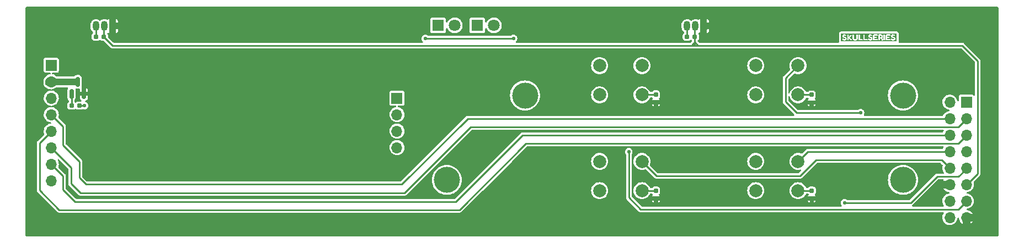
<source format=gtl>
G04 #@! TF.GenerationSoftware,KiCad,Pcbnew,(5.99.0-10527-gaaffd0c137)*
G04 #@! TF.CreationDate,2021-08-05T16:46:21-04:00*
G04 #@! TF.ProjectId,miBlackSVR_Top,6d69426c-6163-46b5-9356-525f546f702e,rev?*
G04 #@! TF.SameCoordinates,Original*
G04 #@! TF.FileFunction,Copper,L1,Top*
G04 #@! TF.FilePolarity,Positive*
%FSLAX46Y46*%
G04 Gerber Fmt 4.6, Leading zero omitted, Abs format (unit mm)*
G04 Created by KiCad (PCBNEW (5.99.0-10527-gaaffd0c137)) date 2021-08-05 16:46:21*
%MOMM*%
%LPD*%
G01*
G04 APERTURE LIST*
G04 Aperture macros list*
%AMRoundRect*
0 Rectangle with rounded corners*
0 $1 Rounding radius*
0 $2 $3 $4 $5 $6 $7 $8 $9 X,Y pos of 4 corners*
0 Add a 4 corners polygon primitive as box body*
4,1,4,$2,$3,$4,$5,$6,$7,$8,$9,$2,$3,0*
0 Add four circle primitives for the rounded corners*
1,1,$1+$1,$2,$3*
1,1,$1+$1,$4,$5*
1,1,$1+$1,$6,$7*
1,1,$1+$1,$8,$9*
0 Add four rect primitives between the rounded corners*
20,1,$1+$1,$2,$3,$4,$5,0*
20,1,$1+$1,$4,$5,$6,$7,0*
20,1,$1+$1,$6,$7,$8,$9,0*
20,1,$1+$1,$8,$9,$2,$3,0*%
G04 Aperture macros list end*
G04 #@! TA.AperFunction,SMDPad,CuDef*
%ADD10RoundRect,0.160000X0.160000X-0.197500X0.160000X0.197500X-0.160000X0.197500X-0.160000X-0.197500X0*%
G04 #@! TD*
G04 #@! TA.AperFunction,SMDPad,CuDef*
%ADD11RoundRect,0.160000X0.197500X0.160000X-0.197500X0.160000X-0.197500X-0.160000X0.197500X-0.160000X0*%
G04 #@! TD*
G04 #@! TA.AperFunction,ComponentPad*
%ADD12C,2.000000*%
G04 #@! TD*
G04 #@! TA.AperFunction,ComponentPad*
%ADD13C,4.000000*%
G04 #@! TD*
G04 #@! TA.AperFunction,ComponentPad*
%ADD14R,1.800000X1.800000*%
G04 #@! TD*
G04 #@! TA.AperFunction,ComponentPad*
%ADD15C,1.800000*%
G04 #@! TD*
G04 #@! TA.AperFunction,ComponentPad*
%ADD16R,1.700000X1.700000*%
G04 #@! TD*
G04 #@! TA.AperFunction,ComponentPad*
%ADD17O,1.700000X1.700000*%
G04 #@! TD*
G04 #@! TA.AperFunction,SMDPad,CuDef*
%ADD18RoundRect,0.150000X0.150000X-0.587500X0.150000X0.587500X-0.150000X0.587500X-0.150000X-0.587500X0*%
G04 #@! TD*
G04 #@! TA.AperFunction,SMDPad,CuDef*
%ADD19RoundRect,0.160000X-0.197500X-0.160000X0.197500X-0.160000X0.197500X0.160000X-0.197500X0.160000X0*%
G04 #@! TD*
G04 #@! TA.AperFunction,ComponentPad*
%ADD20R,1.050000X1.500000*%
G04 #@! TD*
G04 #@! TA.AperFunction,ComponentPad*
%ADD21O,1.050000X1.500000*%
G04 #@! TD*
G04 #@! TA.AperFunction,ViaPad*
%ADD22C,0.550000*%
G04 #@! TD*
G04 #@! TA.AperFunction,Conductor*
%ADD23C,0.250000*%
G04 #@! TD*
G04 APERTURE END LIST*
G36*
X249573063Y-69163472D02*
G01*
X258126937Y-69163472D01*
X258126937Y-70336528D01*
X249573063Y-70336528D01*
X249573063Y-70011620D01*
X249784730Y-70011620D01*
X249817750Y-70084645D01*
X249829180Y-70098615D01*
X249866010Y-70137350D01*
X249923160Y-70177355D01*
X250009520Y-70213550D01*
X250064447Y-70224504D01*
X250122550Y-70228155D01*
X250198891Y-70220676D01*
X250272128Y-70198239D01*
X250342260Y-70160845D01*
X250390520Y-70119411D01*
X250428620Y-70063690D01*
X250453385Y-69995904D01*
X250461640Y-69918275D01*
X250453544Y-69842234D01*
X250429255Y-69779210D01*
X250392901Y-69731109D01*
X250348610Y-69699835D01*
X250298127Y-69678721D01*
X250243200Y-69661100D01*
X250188272Y-69647289D01*
X250137790Y-69637605D01*
X250057145Y-69608395D01*
X250024760Y-69551880D01*
X250052065Y-69497270D01*
X250120645Y-69477585D01*
X250188590Y-69494095D01*
X250208275Y-69510605D01*
X250222880Y-69523305D01*
X250288920Y-69548705D01*
X250334005Y-69532830D01*
X250377820Y-69485205D01*
X250408300Y-69415355D01*
X250396248Y-69396305D01*
X250544190Y-69396305D01*
X250544190Y-70102425D01*
X250551810Y-70167195D01*
X250585465Y-70203390D01*
X250655950Y-70215455D01*
X250721355Y-70206883D01*
X250755010Y-70181165D01*
X250767075Y-70148145D01*
X250768980Y-70103695D01*
X250768980Y-69856045D01*
X251048380Y-70174815D01*
X251126485Y-70228155D01*
X251209670Y-70184340D01*
X251260470Y-70108140D01*
X251218560Y-70028765D01*
X251170856Y-69975981D01*
X251109022Y-69911608D01*
X251033061Y-69835646D01*
X250942970Y-69748095D01*
X250993770Y-69699835D01*
X251066160Y-69629509D01*
X251128390Y-69567120D01*
X251180460Y-69512669D01*
X251222370Y-69466155D01*
X251257006Y-69396305D01*
X251355720Y-69396305D01*
X251355720Y-69778575D01*
X251362149Y-69861443D01*
X251381437Y-69939865D01*
X251413584Y-70013843D01*
X251458590Y-70083375D01*
X251515581Y-70143065D01*
X251587495Y-70190055D01*
X251671315Y-70220535D01*
X251764025Y-70230695D01*
X251856894Y-70220694D01*
X251941190Y-70190690D01*
X252013897Y-70144494D01*
X252072000Y-70085915D01*
X252117561Y-70015430D01*
X252150105Y-69941135D01*
X252169631Y-69863030D01*
X252176140Y-69781115D01*
X252176140Y-69397575D01*
X252175993Y-69396305D01*
X252277740Y-69396305D01*
X252277740Y-70102425D01*
X252285360Y-70167195D01*
X252319015Y-70203390D01*
X252389500Y-70215455D01*
X252846700Y-70215455D01*
X252912740Y-70202755D01*
X252934330Y-70174815D01*
X252940680Y-70120840D01*
X252934330Y-70066865D01*
X252908930Y-70037020D01*
X252847970Y-70027495D01*
X252502530Y-70027495D01*
X252502530Y-69397575D01*
X252502408Y-69396305D01*
X253023230Y-69396305D01*
X253023230Y-70102425D01*
X253030850Y-70167195D01*
X253064505Y-70203390D01*
X253134990Y-70215455D01*
X253592190Y-70215455D01*
X253658230Y-70202755D01*
X253679820Y-70174815D01*
X253686170Y-70120840D01*
X253679820Y-70066865D01*
X253654420Y-70037020D01*
X253593460Y-70027495D01*
X253248020Y-70027495D01*
X253248020Y-70011620D01*
X253749670Y-70011620D01*
X253782690Y-70084645D01*
X253794120Y-70098615D01*
X253830950Y-70137350D01*
X253888100Y-70177355D01*
X253974460Y-70213550D01*
X254029388Y-70224504D01*
X254087490Y-70228155D01*
X254163831Y-70220676D01*
X254237068Y-70198239D01*
X254307200Y-70160845D01*
X254355460Y-70119411D01*
X254393560Y-70063690D01*
X254418325Y-69995904D01*
X254426580Y-69918275D01*
X254418484Y-69842234D01*
X254394195Y-69779210D01*
X254357841Y-69731109D01*
X254313550Y-69699835D01*
X254263068Y-69678721D01*
X254208140Y-69661100D01*
X254153213Y-69647289D01*
X254102730Y-69637605D01*
X254022085Y-69608395D01*
X253989700Y-69551880D01*
X254017005Y-69497270D01*
X254085585Y-69477585D01*
X254153530Y-69494095D01*
X254173215Y-69510605D01*
X254187820Y-69523305D01*
X254253860Y-69548705D01*
X254298945Y-69532830D01*
X254342760Y-69485205D01*
X254373240Y-69415355D01*
X254361188Y-69396305D01*
X254509130Y-69396305D01*
X254509130Y-70102425D01*
X254516750Y-70167195D01*
X254550405Y-70203390D01*
X254620890Y-70215455D01*
X255123810Y-70215455D01*
X255189850Y-70207835D01*
X255225093Y-70174180D01*
X255236840Y-70103695D01*
X255228268Y-70038290D01*
X255202550Y-70004635D01*
X255168895Y-69992570D01*
X255125080Y-69990665D01*
X254733920Y-69990665D01*
X254733920Y-69862395D01*
X254982840Y-69862395D01*
X255048880Y-69854775D01*
X255085075Y-69821120D01*
X255097140Y-69750635D01*
X255088568Y-69685230D01*
X255062850Y-69651575D01*
X255029195Y-69639510D01*
X254985380Y-69637605D01*
X254733920Y-69637605D01*
X254733920Y-69509335D01*
X255123810Y-69509335D01*
X255189850Y-69501715D01*
X255225093Y-69468060D01*
X255236840Y-69397575D01*
X255236674Y-69396305D01*
X255319390Y-69396305D01*
X255319390Y-70101155D01*
X255327010Y-70167195D01*
X255360665Y-70202438D01*
X255431150Y-70214185D01*
X255496555Y-70205613D01*
X255530210Y-70179895D01*
X255542275Y-70146240D01*
X255544180Y-70102425D01*
X255544180Y-69958915D01*
X255704200Y-69958915D01*
X255743570Y-69956375D01*
X255792959Y-70073356D01*
X255825979Y-70149979D01*
X255842630Y-70186245D01*
X255866125Y-70211010D01*
X255906765Y-70223075D01*
X255972170Y-70205295D01*
X256031225Y-70168465D01*
X256050910Y-70124015D01*
X256044682Y-70102425D01*
X256120760Y-70102425D01*
X256128380Y-70167195D01*
X256162035Y-70203390D01*
X256232520Y-70215455D01*
X256297925Y-70206883D01*
X256331580Y-70181165D01*
X256343645Y-70148145D01*
X256345550Y-70103695D01*
X256345550Y-69397575D01*
X256345428Y-69396305D01*
X256447150Y-69396305D01*
X256447150Y-70102425D01*
X256454770Y-70167195D01*
X256488425Y-70203390D01*
X256558910Y-70215455D01*
X257061830Y-70215455D01*
X257127870Y-70207835D01*
X257163113Y-70174180D01*
X257174860Y-70103695D01*
X257166288Y-70038290D01*
X257145908Y-70011620D01*
X257238360Y-70011620D01*
X257271380Y-70084645D01*
X257282810Y-70098615D01*
X257319640Y-70137350D01*
X257376790Y-70177355D01*
X257463150Y-70213550D01*
X257518078Y-70224504D01*
X257576180Y-70228155D01*
X257652521Y-70220676D01*
X257725758Y-70198239D01*
X257795890Y-70160845D01*
X257844150Y-70119411D01*
X257882250Y-70063690D01*
X257907015Y-69995904D01*
X257915270Y-69918275D01*
X257907174Y-69842234D01*
X257882885Y-69779210D01*
X257846531Y-69731109D01*
X257802240Y-69699835D01*
X257751758Y-69678721D01*
X257696830Y-69661100D01*
X257641903Y-69647289D01*
X257591420Y-69637605D01*
X257510775Y-69608395D01*
X257478390Y-69551880D01*
X257505695Y-69497270D01*
X257574275Y-69477585D01*
X257642220Y-69494095D01*
X257661905Y-69510605D01*
X257676510Y-69523305D01*
X257742550Y-69548705D01*
X257787635Y-69532830D01*
X257831450Y-69485205D01*
X257861930Y-69415355D01*
X257822560Y-69353125D01*
X257790810Y-69328995D01*
X257703815Y-69288990D01*
X257637616Y-69274226D01*
X257564750Y-69269305D01*
X257475779Y-69278548D01*
X257400214Y-69306276D01*
X257338055Y-69352490D01*
X257291841Y-69411122D01*
X257264113Y-69476103D01*
X257254870Y-69547435D01*
X257262966Y-69622841D01*
X257287255Y-69686500D01*
X257323609Y-69736506D01*
X257367900Y-69770955D01*
X257418065Y-69795879D01*
X257472040Y-69817310D01*
X257526015Y-69834296D01*
X257576180Y-69845885D01*
X257656825Y-69874460D01*
X257689210Y-69923355D01*
X257676087Y-69976977D01*
X257636717Y-70009151D01*
X257571100Y-70019875D01*
X257510140Y-70000190D01*
X257459340Y-69958915D01*
X257402825Y-69911290D01*
X257360280Y-69895415D01*
X257292970Y-69925895D01*
X257252013Y-69973996D01*
X257238360Y-70011620D01*
X257145908Y-70011620D01*
X257140570Y-70004635D01*
X257106915Y-69992570D01*
X257063100Y-69990665D01*
X256671940Y-69990665D01*
X256671940Y-69862395D01*
X256920860Y-69862395D01*
X256986900Y-69854775D01*
X257023095Y-69821120D01*
X257035160Y-69750635D01*
X257026588Y-69685230D01*
X257000870Y-69651575D01*
X256967215Y-69639510D01*
X256923400Y-69637605D01*
X256671940Y-69637605D01*
X256671940Y-69509335D01*
X257061830Y-69509335D01*
X257127870Y-69501715D01*
X257163113Y-69468060D01*
X257174860Y-69397575D01*
X257166288Y-69332170D01*
X257140570Y-69298515D01*
X257106915Y-69286450D01*
X257063100Y-69284545D01*
X256562720Y-69284545D01*
X256471280Y-69308040D01*
X256447150Y-69396305D01*
X256345428Y-69396305D01*
X256339200Y-69331535D01*
X256304593Y-69296292D01*
X256233790Y-69284545D01*
X256168385Y-69293117D01*
X256134730Y-69318835D01*
X256122665Y-69352490D01*
X256120760Y-69396305D01*
X256120760Y-70102425D01*
X256044682Y-70102425D01*
X256031860Y-70057975D01*
X255996300Y-69977118D01*
X255967513Y-69910655D01*
X255945500Y-69858585D01*
X255998417Y-69791134D01*
X256030167Y-69712394D01*
X256040750Y-69622365D01*
X256032495Y-69543625D01*
X256007730Y-69472505D01*
X255970265Y-69412180D01*
X255923910Y-69365825D01*
X255852931Y-69320669D01*
X255780541Y-69293576D01*
X255706740Y-69284545D01*
X255432420Y-69284545D01*
X255367015Y-69293117D01*
X255333360Y-69318835D01*
X255321295Y-69352490D01*
X255319390Y-69396305D01*
X255236674Y-69396305D01*
X255228268Y-69332170D01*
X255202550Y-69298515D01*
X255168895Y-69286450D01*
X255125080Y-69284545D01*
X254624700Y-69284545D01*
X254533260Y-69308040D01*
X254509130Y-69396305D01*
X254361188Y-69396305D01*
X254333870Y-69353125D01*
X254302120Y-69328995D01*
X254215125Y-69288990D01*
X254148926Y-69274226D01*
X254076060Y-69269305D01*
X253987089Y-69278548D01*
X253911524Y-69306276D01*
X253849365Y-69352490D01*
X253803151Y-69411122D01*
X253775423Y-69476103D01*
X253766180Y-69547435D01*
X253774276Y-69622841D01*
X253798565Y-69686500D01*
X253834919Y-69736506D01*
X253879210Y-69770955D01*
X253929375Y-69795879D01*
X253983350Y-69817310D01*
X254037325Y-69834296D01*
X254087490Y-69845885D01*
X254168135Y-69874460D01*
X254200520Y-69923355D01*
X254187397Y-69976977D01*
X254148027Y-70009151D01*
X254082410Y-70019875D01*
X254021450Y-70000190D01*
X253970650Y-69958915D01*
X253914135Y-69911290D01*
X253871590Y-69895415D01*
X253804280Y-69925895D01*
X253763322Y-69973996D01*
X253749670Y-70011620D01*
X253248020Y-70011620D01*
X253248020Y-69397575D01*
X253241670Y-69331535D01*
X253207062Y-69296292D01*
X253136260Y-69284545D01*
X253070855Y-69293117D01*
X253037200Y-69318835D01*
X253025135Y-69352490D01*
X253023230Y-69396305D01*
X252502408Y-69396305D01*
X252496180Y-69331535D01*
X252461572Y-69296292D01*
X252390770Y-69284545D01*
X252325365Y-69293117D01*
X252291710Y-69318835D01*
X252279645Y-69352490D01*
X252277740Y-69396305D01*
X252175993Y-69396305D01*
X252168520Y-69331535D01*
X252152010Y-69304865D01*
X252118990Y-69289625D01*
X252061205Y-69283275D01*
X252000880Y-69290895D01*
X251964050Y-69318835D01*
X251951350Y-69388685D01*
X251951350Y-69777305D01*
X251939920Y-69862078D01*
X251905630Y-69936055D01*
X251848162Y-69987490D01*
X251767200Y-70004635D01*
X251677030Y-69983045D01*
X251619880Y-69925895D01*
X251591305Y-69854140D01*
X251581780Y-69778575D01*
X251581780Y-69397575D01*
X251566540Y-69317565D01*
X251533520Y-69290895D01*
X251468750Y-69283275D01*
X251403980Y-69290895D01*
X251369690Y-69317565D01*
X251357625Y-69351220D01*
X251355720Y-69396305D01*
X251257006Y-69396305D01*
X251260470Y-69389320D01*
X251209670Y-69313120D01*
X251125850Y-69269305D01*
X251048380Y-69321375D01*
X251003066Y-69373953D01*
X250952470Y-69432119D01*
X250896590Y-69495873D01*
X250835426Y-69565215D01*
X250768980Y-69640145D01*
X250768980Y-69397575D01*
X250762630Y-69331535D01*
X250728022Y-69296292D01*
X250657220Y-69284545D01*
X250591815Y-69293117D01*
X250558160Y-69318835D01*
X250546095Y-69352490D01*
X250544190Y-69396305D01*
X250396248Y-69396305D01*
X250368930Y-69353125D01*
X250337180Y-69328995D01*
X250250185Y-69288990D01*
X250183986Y-69274226D01*
X250111120Y-69269305D01*
X250022149Y-69278548D01*
X249946584Y-69306276D01*
X249884425Y-69352490D01*
X249838211Y-69411122D01*
X249810483Y-69476103D01*
X249801240Y-69547435D01*
X249809336Y-69622841D01*
X249833625Y-69686500D01*
X249869979Y-69736506D01*
X249914270Y-69770955D01*
X249964435Y-69795879D01*
X250018410Y-69817310D01*
X250072385Y-69834296D01*
X250122550Y-69845885D01*
X250203195Y-69874460D01*
X250235580Y-69923355D01*
X250222457Y-69976977D01*
X250183087Y-70009151D01*
X250117470Y-70019875D01*
X250056510Y-70000190D01*
X250005710Y-69958915D01*
X249949195Y-69911290D01*
X249906650Y-69895415D01*
X249839340Y-69925895D01*
X249798382Y-69973996D01*
X249784730Y-70011620D01*
X249573063Y-70011620D01*
X249573063Y-69163472D01*
G37*
G36*
X255780400Y-69537910D02*
G01*
X255817230Y-69622365D01*
X255780400Y-69706185D01*
X255706740Y-69734125D01*
X255544180Y-69734125D01*
X255544180Y-69509335D01*
X255704200Y-69509335D01*
X255780400Y-69537910D01*
G37*
D10*
X221190000Y-79757500D03*
X221190000Y-78562500D03*
D11*
X136447500Y-69660000D03*
X135252500Y-69660000D03*
D12*
X243000000Y-88850000D03*
X236500000Y-88850000D03*
X236500000Y-93350000D03*
X243000000Y-93350000D03*
D13*
X259100000Y-78700000D03*
X201100000Y-78700000D03*
D14*
X187775000Y-67900000D03*
D15*
X190315000Y-67900000D03*
D16*
X181450000Y-79110000D03*
D17*
X181450000Y-81650000D03*
X181450000Y-84190000D03*
X181450000Y-86730000D03*
D18*
X131500000Y-78457500D03*
X133400000Y-78457500D03*
X132450000Y-76582500D03*
D12*
X219050000Y-74100000D03*
X212550000Y-74100000D03*
X212550000Y-78600000D03*
X219050000Y-78600000D03*
D10*
X245080000Y-79787500D03*
X245080000Y-78592500D03*
D11*
X227147500Y-69660000D03*
X225952500Y-69660000D03*
D16*
X128400000Y-74035000D03*
D17*
X128400000Y-76575000D03*
X128400000Y-79115000D03*
X128400000Y-81655000D03*
X128400000Y-84195000D03*
X128400000Y-86735000D03*
X128400000Y-89275000D03*
X128400000Y-91815000D03*
D12*
X219050000Y-88850000D03*
X212550000Y-88850000D03*
X219050000Y-93350000D03*
X212550000Y-93350000D03*
X243000000Y-74100000D03*
X236500000Y-74100000D03*
X236500000Y-78600000D03*
X243000000Y-78600000D03*
D13*
X259100000Y-91700000D03*
D19*
X131512500Y-80260000D03*
X132707500Y-80260000D03*
D10*
X245110000Y-94567500D03*
X245110000Y-93372500D03*
D13*
X189100000Y-91700000D03*
D10*
X221190000Y-94567500D03*
X221190000Y-93372500D03*
D14*
X193787500Y-67900000D03*
D15*
X196327500Y-67900000D03*
D16*
X268840000Y-79720000D03*
D17*
X266300000Y-79720000D03*
X268840000Y-82260000D03*
X266300000Y-82260000D03*
X268840000Y-84800000D03*
X266300000Y-84800000D03*
X268840000Y-87340000D03*
X266300000Y-87340000D03*
X268840000Y-89880000D03*
X266300000Y-89880000D03*
X268840000Y-92420000D03*
X266300000Y-92420000D03*
X268840000Y-94960000D03*
X266300000Y-94960000D03*
X268840000Y-97500000D03*
X266300000Y-97500000D03*
D20*
X137800000Y-68000000D03*
D21*
X136530000Y-68000000D03*
X135260000Y-68000000D03*
D20*
X228500000Y-68000000D03*
D21*
X227230000Y-68000000D03*
X225960000Y-68000000D03*
D22*
X254240000Y-97970000D03*
X222940000Y-89730000D03*
X258240000Y-97970000D03*
X264220000Y-74750000D03*
X226940000Y-95230000D03*
X253860000Y-90270000D03*
X224880000Y-74730000D03*
X256030000Y-90270000D03*
X232940000Y-89730000D03*
X152860000Y-75080000D03*
X158860000Y-88980000D03*
X232940000Y-78410000D03*
X230940000Y-95230000D03*
X228940000Y-78410000D03*
X162860000Y-73080000D03*
X232940000Y-80410000D03*
X258220000Y-72750000D03*
X230940000Y-78410000D03*
X226940000Y-97230000D03*
X222940000Y-87730000D03*
X228940000Y-89730000D03*
X156860000Y-73080000D03*
X226880000Y-72730000D03*
X262220000Y-72750000D03*
X133500000Y-81230000D03*
X154860000Y-90980000D03*
X228940000Y-97230000D03*
X224940000Y-95230000D03*
X162860000Y-90980000D03*
X152860000Y-90980000D03*
X258220000Y-74750000D03*
X226940000Y-80410000D03*
X196090000Y-86290000D03*
X230940000Y-97230000D03*
X262240000Y-97970000D03*
X232880000Y-72730000D03*
X246490000Y-92285000D03*
X158860000Y-90980000D03*
X228880000Y-74730000D03*
X226880000Y-74730000D03*
X254220000Y-72750000D03*
X162860000Y-75080000D03*
X193219146Y-89118427D03*
X158860000Y-73080000D03*
X232940000Y-87730000D03*
X262220000Y-74750000D03*
X194555578Y-84755578D03*
X224940000Y-78410000D03*
X199340000Y-68840000D03*
X260220000Y-72750000D03*
X228880000Y-72730000D03*
X160860000Y-88980000D03*
X260220000Y-74750000D03*
X232880000Y-74730000D03*
X246500000Y-90270000D03*
X226940000Y-87730000D03*
X248640000Y-94300000D03*
X256220000Y-74750000D03*
X264220000Y-72750000D03*
X226940000Y-78410000D03*
X185800000Y-68840000D03*
X226940000Y-89730000D03*
X230880000Y-72730000D03*
X152860000Y-88980000D03*
X156860000Y-75080000D03*
X224880000Y-72730000D03*
X256020000Y-92285000D03*
X230940000Y-87730000D03*
X222940000Y-95230000D03*
X222880000Y-72730000D03*
X156860000Y-88980000D03*
X256000000Y-94300000D03*
X230940000Y-80410000D03*
X256220000Y-72750000D03*
X160860000Y-90980000D03*
X228940000Y-95230000D03*
X222940000Y-80410000D03*
X230940000Y-89730000D03*
X154860000Y-88980000D03*
X228940000Y-80410000D03*
X264290000Y-94910000D03*
X232940000Y-95230000D03*
X224940000Y-89730000D03*
X158860000Y-75080000D03*
X224940000Y-80410000D03*
X228940000Y-87730000D03*
X191684725Y-87584005D03*
X264290000Y-97960000D03*
X194651038Y-87700678D03*
X254220000Y-74750000D03*
X152860000Y-73080000D03*
X160860000Y-73080000D03*
X232940000Y-97230000D03*
X156860000Y-90980000D03*
X253830000Y-94300000D03*
X154860000Y-73080000D03*
X222940000Y-78410000D03*
X160860000Y-75080000D03*
X230880000Y-74730000D03*
X193116616Y-86166256D03*
X253850000Y-92285000D03*
X264290000Y-93370000D03*
X248660000Y-92285000D03*
X256240000Y-97970000D03*
X260240000Y-97970000D03*
X222940000Y-97230000D03*
X162860000Y-88980000D03*
X154860000Y-75080000D03*
X222880000Y-74730000D03*
X248670000Y-90270000D03*
X224940000Y-87730000D03*
X262250000Y-94930000D03*
X246470000Y-94300000D03*
X224940000Y-97230000D03*
X250120000Y-95220000D03*
X252600000Y-81360000D03*
X217020000Y-87370000D03*
X199340000Y-69900000D03*
X185800000Y-69910000D03*
X133500000Y-80260000D03*
D23*
X225992500Y-67967500D02*
X225960000Y-68000000D01*
X135260000Y-69652500D02*
X135252500Y-69660000D01*
X135260000Y-68000000D02*
X135260000Y-69652500D01*
X225952500Y-69660000D02*
X225952500Y-68007500D01*
X225952500Y-68007500D02*
X225960000Y-68000000D01*
X268840000Y-89880000D02*
X268840000Y-89960000D01*
X267640000Y-91160000D02*
X264360000Y-91160000D01*
X128400000Y-79115000D02*
X128085000Y-79115000D01*
X260300000Y-95220000D02*
X250120000Y-95220000D01*
X268840000Y-89960000D02*
X267640000Y-91160000D01*
X264360000Y-91160000D02*
X260300000Y-95220000D01*
X133710000Y-92380000D02*
X132700000Y-91370000D01*
X192290000Y-82260000D02*
X182170000Y-92380000D01*
X217267500Y-82260000D02*
X192290000Y-82260000D01*
X266300000Y-82260000D02*
X217267500Y-82260000D01*
X130200000Y-86370000D02*
X130200000Y-83430000D01*
X132700000Y-91370000D02*
X132700000Y-88870000D01*
X182170000Y-92380000D02*
X133710000Y-92380000D01*
X130200000Y-83430000D02*
X128425000Y-81655000D01*
X132700000Y-88870000D02*
X130200000Y-86370000D01*
X126590000Y-86020000D02*
X126590000Y-93280000D01*
X129620000Y-96310000D02*
X191020000Y-96310000D01*
X128400000Y-84210000D02*
X126590000Y-86020000D01*
X267560000Y-86080000D02*
X268840000Y-84800000D01*
X201250000Y-86080000D02*
X267560000Y-86080000D01*
X128400000Y-84195000D02*
X128400000Y-84210000D01*
X191020000Y-96310000D02*
X201250000Y-86080000D01*
X126590000Y-93280000D02*
X129620000Y-96310000D01*
X182600000Y-93700000D02*
X132870000Y-93700000D01*
X269340000Y-82260000D02*
X268840000Y-82260000D01*
X132870000Y-93700000D02*
X131440000Y-92270000D01*
X267570000Y-83530000D02*
X192770000Y-83530000D01*
X131440000Y-92270000D02*
X131440000Y-89780000D01*
X128400000Y-86740000D02*
X128400000Y-86735000D01*
X131440000Y-89780000D02*
X128400000Y-86740000D01*
X192770000Y-83530000D02*
X182600000Y-93700000D01*
X268840000Y-82260000D02*
X267570000Y-83530000D01*
X266200000Y-84700000D02*
X266300000Y-84800000D01*
X190500000Y-95040000D02*
X132020000Y-95040000D01*
X266300000Y-84800000D02*
X200740000Y-84800000D01*
X132020000Y-95040000D02*
X130210000Y-93230000D01*
X130210000Y-93230000D02*
X130210000Y-91085000D01*
X130210000Y-91085000D02*
X128400000Y-89275000D01*
X200740000Y-84800000D02*
X190500000Y-95040000D01*
X252600000Y-81360000D02*
X242750000Y-81360000D01*
X243020000Y-74080000D02*
X243000000Y-74100000D01*
X241060000Y-76040000D02*
X243000000Y-74100000D01*
X241060000Y-79670000D02*
X241060000Y-76040000D01*
X242750000Y-81360000D02*
X241060000Y-79670000D01*
X218840000Y-96230000D02*
X267570000Y-96230000D01*
X217030000Y-94420000D02*
X218840000Y-96230000D01*
X217030000Y-87380000D02*
X217030000Y-94420000D01*
X267570000Y-96230000D02*
X268840000Y-94960000D01*
X217020000Y-87370000D02*
X217030000Y-87380000D01*
X268840000Y-92420000D02*
X268880000Y-92420000D01*
X270570000Y-73380000D02*
X268180000Y-70990000D01*
X228000000Y-70990000D02*
X137777500Y-70990000D01*
X227147500Y-69660000D02*
X227147500Y-68082500D01*
X136447500Y-69660000D02*
X136447500Y-68082500D01*
X227147500Y-68082500D02*
X227230000Y-68000000D01*
X136447500Y-68082500D02*
X136530000Y-68000000D01*
X227147500Y-70547500D02*
X227147500Y-70947500D01*
X268880000Y-92420000D02*
X270570000Y-90730000D01*
X227187500Y-70547500D02*
X227630000Y-70990000D01*
X137777500Y-70990000D02*
X136447500Y-69660000D01*
X227147500Y-69660000D02*
X227147500Y-70547500D01*
X268180000Y-70990000D02*
X227630000Y-70990000D01*
X227147500Y-70547500D02*
X227187500Y-70547500D01*
X270570000Y-90730000D02*
X270570000Y-73380000D01*
X226720000Y-70975000D02*
X227147500Y-70547500D01*
X244510000Y-87340000D02*
X243000000Y-88850000D01*
X266300000Y-87340000D02*
X244510000Y-87340000D01*
X266300000Y-89880000D02*
X265060000Y-88640000D01*
X243290000Y-91070000D02*
X221270000Y-91070000D01*
X245720000Y-88640000D02*
X243290000Y-91070000D01*
X221270000Y-91070000D02*
X219050000Y-88850000D01*
X265060000Y-88640000D02*
X245720000Y-88640000D01*
X243000000Y-78600000D02*
X245072500Y-78600000D01*
X245072500Y-78600000D02*
X245080000Y-78592500D01*
X245252500Y-78600000D02*
X245260000Y-78592500D01*
X219050000Y-93350000D02*
X221167500Y-93350000D01*
X221167500Y-93350000D02*
X221190000Y-93372500D01*
X243022500Y-93372500D02*
X245110000Y-93372500D01*
X243000000Y-93350000D02*
X243022500Y-93372500D01*
X221190000Y-78562500D02*
X219087500Y-78562500D01*
X219087500Y-78562500D02*
X219050000Y-78600000D01*
X185800000Y-69910000D02*
X185810000Y-69900000D01*
X185810000Y-69900000D02*
X199340000Y-69900000D01*
X133500000Y-80260000D02*
X132707500Y-80260000D01*
X131500000Y-78457500D02*
X131500000Y-80247500D01*
G04 #@! TA.AperFunction,Conductor*
G36*
X132615931Y-76110002D02*
G01*
X132636905Y-76126905D01*
X132763095Y-76253095D01*
X132797121Y-76315407D01*
X132800000Y-76342190D01*
X132800000Y-76907810D01*
X132779998Y-76975931D01*
X132763095Y-76996905D01*
X132636905Y-77123095D01*
X132574593Y-77157121D01*
X132547810Y-77160000D01*
X127752190Y-77160000D01*
X127684069Y-77139998D01*
X127663095Y-77123095D01*
X127536905Y-76996905D01*
X127502879Y-76934593D01*
X127500000Y-76907810D01*
X127500000Y-76342190D01*
X127520002Y-76274069D01*
X127536905Y-76253095D01*
X127663095Y-76126905D01*
X127725407Y-76092879D01*
X127752190Y-76090000D01*
X132547810Y-76090000D01*
X132615931Y-76110002D01*
G37*
G04 #@! TD.AperFunction*
G04 #@! TA.AperFunction,Conductor*
G36*
X273615931Y-65022502D02*
G01*
X273636905Y-65039405D01*
X273763095Y-65165595D01*
X273797121Y-65227907D01*
X273800000Y-65254690D01*
X273800000Y-100150310D01*
X273779998Y-100218431D01*
X273763095Y-100239405D01*
X273636905Y-100365595D01*
X273574593Y-100399621D01*
X273547810Y-100402500D01*
X124652190Y-100402500D01*
X124584069Y-100382498D01*
X124563095Y-100365595D01*
X124436905Y-100239405D01*
X124402879Y-100177093D01*
X124400000Y-100150310D01*
X124400000Y-85988431D01*
X126164500Y-85988431D01*
X126164500Y-93311569D01*
X126164700Y-93312831D01*
X126164800Y-93315382D01*
X126164800Y-93347345D01*
X126167866Y-93356780D01*
X126172205Y-93370136D01*
X126176819Y-93389356D01*
X126178926Y-93402655D01*
X126180570Y-93413032D01*
X126185071Y-93421865D01*
X126191451Y-93434387D01*
X126199013Y-93452642D01*
X126206421Y-93475443D01*
X126212251Y-93483467D01*
X126220507Y-93494830D01*
X126230840Y-93511692D01*
X126241718Y-93533042D01*
X126264319Y-93555643D01*
X126266051Y-93557516D01*
X126266803Y-93558551D01*
X129341449Y-96633197D01*
X129342482Y-96633947D01*
X129344356Y-96635680D01*
X129366958Y-96658282D01*
X129388318Y-96669165D01*
X129405173Y-96679495D01*
X129408599Y-96681984D01*
X129416532Y-96687748D01*
X129416534Y-96687749D01*
X129424557Y-96693578D01*
X129447349Y-96700984D01*
X129465608Y-96708547D01*
X129478133Y-96714929D01*
X129478136Y-96714930D01*
X129486968Y-96719430D01*
X129505529Y-96722370D01*
X129510633Y-96723178D01*
X129529866Y-96727795D01*
X129543224Y-96732136D01*
X129543227Y-96732136D01*
X129552655Y-96735200D01*
X129584618Y-96735200D01*
X129587169Y-96735300D01*
X129588431Y-96735500D01*
X191051569Y-96735500D01*
X191052831Y-96735300D01*
X191055382Y-96735200D01*
X191087345Y-96735200D01*
X191110135Y-96727795D01*
X191129356Y-96723181D01*
X191143236Y-96720982D01*
X191143239Y-96720981D01*
X191153032Y-96719430D01*
X191174388Y-96708548D01*
X191192642Y-96700987D01*
X191215443Y-96693579D01*
X191234830Y-96679493D01*
X191251692Y-96669160D01*
X191252263Y-96668869D01*
X191273042Y-96658282D01*
X191295644Y-96635680D01*
X191297516Y-96633949D01*
X191298551Y-96633197D01*
X194581748Y-93350000D01*
X211244500Y-93350000D01*
X211264333Y-93576698D01*
X211267475Y-93588423D01*
X211318511Y-93778890D01*
X211323231Y-93796507D01*
X211325553Y-93801488D01*
X211325554Y-93801489D01*
X211417078Y-93997763D01*
X211417081Y-93997768D01*
X211419404Y-94002750D01*
X211422560Y-94007257D01*
X211422561Y-94007259D01*
X211545544Y-94182896D01*
X211549929Y-94189159D01*
X211710841Y-94350071D01*
X211715349Y-94353228D01*
X211715352Y-94353230D01*
X211892721Y-94477425D01*
X211897250Y-94480596D01*
X211902232Y-94482919D01*
X211902237Y-94482922D01*
X212098511Y-94574446D01*
X212103493Y-94576769D01*
X212108801Y-94578191D01*
X212108803Y-94578192D01*
X212162780Y-94592655D01*
X212323302Y-94635667D01*
X212550000Y-94655500D01*
X212776698Y-94635667D01*
X212937220Y-94592655D01*
X212991197Y-94578192D01*
X212991199Y-94578191D01*
X212996507Y-94576769D01*
X213001489Y-94574446D01*
X213197763Y-94482922D01*
X213197768Y-94482919D01*
X213202750Y-94480596D01*
X213207279Y-94477425D01*
X213384648Y-94353230D01*
X213384651Y-94353228D01*
X213389159Y-94350071D01*
X213550071Y-94189159D01*
X213554457Y-94182896D01*
X213677439Y-94007259D01*
X213677440Y-94007257D01*
X213680596Y-94002750D01*
X213682919Y-93997768D01*
X213682922Y-93997763D01*
X213774446Y-93801489D01*
X213774447Y-93801488D01*
X213776769Y-93796507D01*
X213781490Y-93778890D01*
X213832525Y-93588423D01*
X213835667Y-93576698D01*
X213855500Y-93350000D01*
X213835667Y-93123302D01*
X213786169Y-92938573D01*
X213778192Y-92908803D01*
X213778191Y-92908801D01*
X213776769Y-92903493D01*
X213767656Y-92883950D01*
X213682922Y-92702237D01*
X213682919Y-92702232D01*
X213680596Y-92697250D01*
X213671259Y-92683915D01*
X213553230Y-92515352D01*
X213553228Y-92515349D01*
X213550071Y-92510841D01*
X213389159Y-92349929D01*
X213384651Y-92346772D01*
X213384648Y-92346770D01*
X213207259Y-92222561D01*
X213207257Y-92222560D01*
X213202750Y-92219404D01*
X213197768Y-92217081D01*
X213197763Y-92217078D01*
X213001489Y-92125554D01*
X213001488Y-92125553D01*
X212996507Y-92123231D01*
X212991199Y-92121809D01*
X212991197Y-92121808D01*
X212923336Y-92103625D01*
X212776698Y-92064333D01*
X212550000Y-92044500D01*
X212323302Y-92064333D01*
X212176664Y-92103625D01*
X212108803Y-92121808D01*
X212108801Y-92121809D01*
X212103493Y-92123231D01*
X212098512Y-92125553D01*
X212098511Y-92125554D01*
X211902237Y-92217078D01*
X211902232Y-92217081D01*
X211897250Y-92219404D01*
X211892743Y-92222560D01*
X211892741Y-92222561D01*
X211715352Y-92346770D01*
X211715349Y-92346772D01*
X211710841Y-92349929D01*
X211549929Y-92510841D01*
X211546772Y-92515349D01*
X211546770Y-92515352D01*
X211428741Y-92683915D01*
X211419404Y-92697250D01*
X211417081Y-92702232D01*
X211417078Y-92702237D01*
X211332344Y-92883950D01*
X211323231Y-92903493D01*
X211321809Y-92908801D01*
X211321808Y-92908803D01*
X211313831Y-92938573D01*
X211264333Y-93123302D01*
X211244500Y-93350000D01*
X194581748Y-93350000D01*
X199081748Y-88850000D01*
X211244500Y-88850000D01*
X211264333Y-89076698D01*
X211323231Y-89296507D01*
X211325553Y-89301488D01*
X211325554Y-89301489D01*
X211417078Y-89497763D01*
X211417081Y-89497768D01*
X211419404Y-89502750D01*
X211422560Y-89507257D01*
X211422561Y-89507259D01*
X211536113Y-89669427D01*
X211549929Y-89689159D01*
X211710841Y-89850071D01*
X211715349Y-89853228D01*
X211715352Y-89853230D01*
X211862476Y-89956247D01*
X211897250Y-89980596D01*
X211902232Y-89982919D01*
X211902237Y-89982922D01*
X212098511Y-90074446D01*
X212103493Y-90076769D01*
X212108801Y-90078191D01*
X212108803Y-90078192D01*
X212124452Y-90082385D01*
X212323302Y-90135667D01*
X212550000Y-90155500D01*
X212776698Y-90135667D01*
X212975548Y-90082385D01*
X212991197Y-90078192D01*
X212991199Y-90078191D01*
X212996507Y-90076769D01*
X213001489Y-90074446D01*
X213197763Y-89982922D01*
X213197768Y-89982919D01*
X213202750Y-89980596D01*
X213237524Y-89956247D01*
X213384648Y-89853230D01*
X213384651Y-89853228D01*
X213389159Y-89850071D01*
X213550071Y-89689159D01*
X213563888Y-89669427D01*
X213677439Y-89507259D01*
X213677440Y-89507257D01*
X213680596Y-89502750D01*
X213682919Y-89497768D01*
X213682922Y-89497763D01*
X213774446Y-89301489D01*
X213774447Y-89301488D01*
X213776769Y-89296507D01*
X213835667Y-89076698D01*
X213855500Y-88850000D01*
X213835667Y-88623302D01*
X213793090Y-88464402D01*
X213778192Y-88408803D01*
X213778191Y-88408801D01*
X213776769Y-88403493D01*
X213773956Y-88397460D01*
X213682922Y-88202237D01*
X213682919Y-88202232D01*
X213680596Y-88197250D01*
X213658685Y-88165958D01*
X213553230Y-88015352D01*
X213553228Y-88015349D01*
X213550071Y-88010841D01*
X213389159Y-87849929D01*
X213384651Y-87846772D01*
X213384648Y-87846770D01*
X213207259Y-87722561D01*
X213207257Y-87722560D01*
X213202750Y-87719404D01*
X213197768Y-87717081D01*
X213197763Y-87717078D01*
X213001489Y-87625554D01*
X213001488Y-87625553D01*
X212996507Y-87623231D01*
X212991199Y-87621809D01*
X212991197Y-87621808D01*
X212923336Y-87603625D01*
X212776698Y-87564333D01*
X212550000Y-87544500D01*
X212323302Y-87564333D01*
X212176664Y-87603625D01*
X212108803Y-87621808D01*
X212108801Y-87621809D01*
X212103493Y-87623231D01*
X212098512Y-87625553D01*
X212098511Y-87625554D01*
X211902237Y-87717078D01*
X211902232Y-87717081D01*
X211897250Y-87719404D01*
X211892743Y-87722560D01*
X211892741Y-87722561D01*
X211715352Y-87846770D01*
X211715349Y-87846772D01*
X211710841Y-87849929D01*
X211549929Y-88010841D01*
X211546772Y-88015349D01*
X211546770Y-88015352D01*
X211441315Y-88165958D01*
X211419404Y-88197250D01*
X211417081Y-88202232D01*
X211417078Y-88202237D01*
X211326044Y-88397460D01*
X211323231Y-88403493D01*
X211321809Y-88408801D01*
X211321808Y-88408803D01*
X211306910Y-88464402D01*
X211264333Y-88623302D01*
X211244500Y-88850000D01*
X199081748Y-88850000D01*
X201389343Y-86542405D01*
X201451655Y-86508379D01*
X201478438Y-86505500D01*
X265232884Y-86505500D01*
X265301005Y-86525502D01*
X265347498Y-86579158D01*
X265357602Y-86649432D01*
X265335851Y-86700127D01*
X265337639Y-86701288D01*
X265334497Y-86706127D01*
X265330916Y-86710670D01*
X265328224Y-86715786D01*
X265328223Y-86715788D01*
X265259101Y-86847167D01*
X265209682Y-86898140D01*
X265147593Y-86914500D01*
X244478431Y-86914500D01*
X244477169Y-86914700D01*
X244474618Y-86914800D01*
X244442655Y-86914800D01*
X244433227Y-86917864D01*
X244433224Y-86917864D01*
X244419866Y-86922205D01*
X244400632Y-86926822D01*
X244376968Y-86930570D01*
X244368136Y-86935070D01*
X244368133Y-86935071D01*
X244355608Y-86941453D01*
X244337349Y-86949016D01*
X244314557Y-86956422D01*
X244306534Y-86962251D01*
X244306532Y-86962252D01*
X244295175Y-86970504D01*
X244278318Y-86980835D01*
X244256958Y-86991718D01*
X244234356Y-87014320D01*
X244232483Y-87016052D01*
X244231448Y-87016804D01*
X243630637Y-87617615D01*
X243568325Y-87651641D01*
X243497510Y-87646576D01*
X243488294Y-87642715D01*
X243451499Y-87625558D01*
X243451491Y-87625555D01*
X243446507Y-87623231D01*
X243441199Y-87621809D01*
X243441197Y-87621808D01*
X243373336Y-87603625D01*
X243226698Y-87564333D01*
X243000000Y-87544500D01*
X242773302Y-87564333D01*
X242626664Y-87603625D01*
X242558803Y-87621808D01*
X242558801Y-87621809D01*
X242553493Y-87623231D01*
X242548512Y-87625553D01*
X242548511Y-87625554D01*
X242352237Y-87717078D01*
X242352232Y-87717081D01*
X242347250Y-87719404D01*
X242342743Y-87722560D01*
X242342741Y-87722561D01*
X242165352Y-87846770D01*
X242165349Y-87846772D01*
X242160841Y-87849929D01*
X241999929Y-88010841D01*
X241996772Y-88015349D01*
X241996770Y-88015352D01*
X241891315Y-88165958D01*
X241869404Y-88197250D01*
X241867081Y-88202232D01*
X241867078Y-88202237D01*
X241776044Y-88397460D01*
X241773231Y-88403493D01*
X241771809Y-88408801D01*
X241771808Y-88408803D01*
X241756910Y-88464402D01*
X241714333Y-88623302D01*
X241694500Y-88850000D01*
X241714333Y-89076698D01*
X241773231Y-89296507D01*
X241775553Y-89301488D01*
X241775554Y-89301489D01*
X241867078Y-89497763D01*
X241867081Y-89497768D01*
X241869404Y-89502750D01*
X241872560Y-89507257D01*
X241872561Y-89507259D01*
X241986113Y-89669427D01*
X241999929Y-89689159D01*
X242160841Y-89850071D01*
X242165349Y-89853228D01*
X242165352Y-89853230D01*
X242312476Y-89956247D01*
X242347250Y-89980596D01*
X242352232Y-89982919D01*
X242352237Y-89982922D01*
X242548511Y-90074446D01*
X242553493Y-90076769D01*
X242558801Y-90078191D01*
X242558803Y-90078192D01*
X242574452Y-90082385D01*
X242773302Y-90135667D01*
X243000000Y-90155500D01*
X243226698Y-90135667D01*
X243232011Y-90134243D01*
X243232019Y-90134242D01*
X243313275Y-90112469D01*
X243384252Y-90114158D01*
X243443048Y-90153952D01*
X243470996Y-90219216D01*
X243459223Y-90289229D01*
X243434982Y-90323270D01*
X243150657Y-90607595D01*
X243088345Y-90641621D01*
X243061562Y-90644500D01*
X221498438Y-90644500D01*
X221430317Y-90624498D01*
X221409343Y-90607595D01*
X220282385Y-89480637D01*
X220248359Y-89418325D01*
X220253424Y-89347510D01*
X220257285Y-89338294D01*
X220274442Y-89301499D01*
X220274446Y-89301489D01*
X220276769Y-89296507D01*
X220335667Y-89076698D01*
X220355500Y-88850000D01*
X235194500Y-88850000D01*
X235214333Y-89076698D01*
X235273231Y-89296507D01*
X235275553Y-89301488D01*
X235275554Y-89301489D01*
X235367078Y-89497763D01*
X235367081Y-89497768D01*
X235369404Y-89502750D01*
X235372560Y-89507257D01*
X235372561Y-89507259D01*
X235486113Y-89669427D01*
X235499929Y-89689159D01*
X235660841Y-89850071D01*
X235665349Y-89853228D01*
X235665352Y-89853230D01*
X235812476Y-89956247D01*
X235847250Y-89980596D01*
X235852232Y-89982919D01*
X235852237Y-89982922D01*
X236048511Y-90074446D01*
X236053493Y-90076769D01*
X236058801Y-90078191D01*
X236058803Y-90078192D01*
X236074452Y-90082385D01*
X236273302Y-90135667D01*
X236500000Y-90155500D01*
X236726698Y-90135667D01*
X236925548Y-90082385D01*
X236941197Y-90078192D01*
X236941199Y-90078191D01*
X236946507Y-90076769D01*
X236951489Y-90074446D01*
X237147763Y-89982922D01*
X237147768Y-89982919D01*
X237152750Y-89980596D01*
X237187524Y-89956247D01*
X237334648Y-89853230D01*
X237334651Y-89853228D01*
X237339159Y-89850071D01*
X237500071Y-89689159D01*
X237513888Y-89669427D01*
X237627439Y-89507259D01*
X237627440Y-89507257D01*
X237630596Y-89502750D01*
X237632919Y-89497768D01*
X237632922Y-89497763D01*
X237724446Y-89301489D01*
X237724447Y-89301488D01*
X237726769Y-89296507D01*
X237785667Y-89076698D01*
X237805500Y-88850000D01*
X237785667Y-88623302D01*
X237743090Y-88464402D01*
X237728192Y-88408803D01*
X237728191Y-88408801D01*
X237726769Y-88403493D01*
X237723956Y-88397460D01*
X237632922Y-88202237D01*
X237632919Y-88202232D01*
X237630596Y-88197250D01*
X237608685Y-88165958D01*
X237503230Y-88015352D01*
X237503228Y-88015349D01*
X237500071Y-88010841D01*
X237339159Y-87849929D01*
X237334651Y-87846772D01*
X237334648Y-87846770D01*
X237157259Y-87722561D01*
X237157257Y-87722560D01*
X237152750Y-87719404D01*
X237147768Y-87717081D01*
X237147763Y-87717078D01*
X236951489Y-87625554D01*
X236951488Y-87625553D01*
X236946507Y-87623231D01*
X236941199Y-87621809D01*
X236941197Y-87621808D01*
X236873336Y-87603625D01*
X236726698Y-87564333D01*
X236500000Y-87544500D01*
X236273302Y-87564333D01*
X236126664Y-87603625D01*
X236058803Y-87621808D01*
X236058801Y-87621809D01*
X236053493Y-87623231D01*
X236048512Y-87625553D01*
X236048511Y-87625554D01*
X235852237Y-87717078D01*
X235852232Y-87717081D01*
X235847250Y-87719404D01*
X235842743Y-87722560D01*
X235842741Y-87722561D01*
X235665352Y-87846770D01*
X235665349Y-87846772D01*
X235660841Y-87849929D01*
X235499929Y-88010841D01*
X235496772Y-88015349D01*
X235496770Y-88015352D01*
X235391315Y-88165958D01*
X235369404Y-88197250D01*
X235367081Y-88202232D01*
X235367078Y-88202237D01*
X235276044Y-88397460D01*
X235273231Y-88403493D01*
X235271809Y-88408801D01*
X235271808Y-88408803D01*
X235256910Y-88464402D01*
X235214333Y-88623302D01*
X235194500Y-88850000D01*
X220355500Y-88850000D01*
X220335667Y-88623302D01*
X220293090Y-88464402D01*
X220278192Y-88408803D01*
X220278191Y-88408801D01*
X220276769Y-88403493D01*
X220273956Y-88397460D01*
X220182922Y-88202237D01*
X220182919Y-88202232D01*
X220180596Y-88197250D01*
X220158685Y-88165958D01*
X220053230Y-88015352D01*
X220053228Y-88015349D01*
X220050071Y-88010841D01*
X219889159Y-87849929D01*
X219884651Y-87846772D01*
X219884648Y-87846770D01*
X219707259Y-87722561D01*
X219707257Y-87722560D01*
X219702750Y-87719404D01*
X219697768Y-87717081D01*
X219697763Y-87717078D01*
X219501489Y-87625554D01*
X219501488Y-87625553D01*
X219496507Y-87623231D01*
X219491199Y-87621809D01*
X219491197Y-87621808D01*
X219423336Y-87603625D01*
X219276698Y-87564333D01*
X219050000Y-87544500D01*
X218823302Y-87564333D01*
X218676664Y-87603625D01*
X218608803Y-87621808D01*
X218608801Y-87621809D01*
X218603493Y-87623231D01*
X218598512Y-87625553D01*
X218598511Y-87625554D01*
X218402237Y-87717078D01*
X218402232Y-87717081D01*
X218397250Y-87719404D01*
X218392743Y-87722560D01*
X218392741Y-87722561D01*
X218215352Y-87846770D01*
X218215349Y-87846772D01*
X218210841Y-87849929D01*
X218049929Y-88010841D01*
X218046772Y-88015349D01*
X218046770Y-88015352D01*
X217941315Y-88165958D01*
X217919404Y-88197250D01*
X217917081Y-88202232D01*
X217917078Y-88202237D01*
X217826044Y-88397460D01*
X217823231Y-88403493D01*
X217821809Y-88408801D01*
X217821808Y-88408803D01*
X217806910Y-88464402D01*
X217764333Y-88623302D01*
X217744500Y-88850000D01*
X217764333Y-89076698D01*
X217823231Y-89296507D01*
X217825553Y-89301488D01*
X217825554Y-89301489D01*
X217917078Y-89497763D01*
X217917081Y-89497768D01*
X217919404Y-89502750D01*
X217922560Y-89507257D01*
X217922561Y-89507259D01*
X218036113Y-89669427D01*
X218049929Y-89689159D01*
X218210841Y-89850071D01*
X218215349Y-89853228D01*
X218215352Y-89853230D01*
X218362476Y-89956247D01*
X218397250Y-89980596D01*
X218402232Y-89982919D01*
X218402237Y-89982922D01*
X218598511Y-90074446D01*
X218603493Y-90076769D01*
X218608801Y-90078191D01*
X218608803Y-90078192D01*
X218624452Y-90082385D01*
X218823302Y-90135667D01*
X219050000Y-90155500D01*
X219276698Y-90135667D01*
X219475548Y-90082385D01*
X219491197Y-90078192D01*
X219491199Y-90078191D01*
X219496507Y-90076769D01*
X219501491Y-90074445D01*
X219501499Y-90074442D01*
X219538294Y-90057285D01*
X219608485Y-90046624D01*
X219673298Y-90075605D01*
X219680637Y-90082385D01*
X220991449Y-91393197D01*
X220992482Y-91393947D01*
X220994356Y-91395680D01*
X221016958Y-91418282D01*
X221038318Y-91429165D01*
X221055175Y-91439496D01*
X221066532Y-91447748D01*
X221066534Y-91447749D01*
X221074557Y-91453578D01*
X221097349Y-91460984D01*
X221115608Y-91468547D01*
X221128133Y-91474929D01*
X221128136Y-91474930D01*
X221136968Y-91479430D01*
X221146768Y-91480982D01*
X221160633Y-91483178D01*
X221179866Y-91487795D01*
X221193224Y-91492136D01*
X221193227Y-91492136D01*
X221202655Y-91495200D01*
X221234618Y-91495200D01*
X221237169Y-91495300D01*
X221238431Y-91495500D01*
X243321569Y-91495500D01*
X243322831Y-91495300D01*
X243325382Y-91495200D01*
X243357345Y-91495200D01*
X243380135Y-91487795D01*
X243399356Y-91483181D01*
X243413236Y-91480982D01*
X243413239Y-91480981D01*
X243423032Y-91479430D01*
X243444388Y-91468548D01*
X243462642Y-91460987D01*
X243485443Y-91453579D01*
X243504830Y-91439493D01*
X243521692Y-91429160D01*
X243525097Y-91427425D01*
X243543042Y-91418282D01*
X243565644Y-91395680D01*
X243567516Y-91393949D01*
X243568551Y-91393197D01*
X245859343Y-89102405D01*
X245921655Y-89068379D01*
X245948438Y-89065500D01*
X264831562Y-89065500D01*
X264899683Y-89085502D01*
X264920657Y-89102405D01*
X265184251Y-89365999D01*
X265218277Y-89428311D01*
X265215488Y-89492458D01*
X265169750Y-89639758D01*
X265144896Y-89849753D01*
X265158726Y-90060760D01*
X265210778Y-90265714D01*
X265299308Y-90457750D01*
X265302641Y-90462466D01*
X265354454Y-90535780D01*
X265377435Y-90602954D01*
X265360451Y-90671889D01*
X265308893Y-90720699D01*
X265251557Y-90734500D01*
X264328431Y-90734500D01*
X264327169Y-90734700D01*
X264324618Y-90734800D01*
X264292655Y-90734800D01*
X264272207Y-90741444D01*
X264269864Y-90742205D01*
X264250644Y-90746819D01*
X264236764Y-90749018D01*
X264236761Y-90749019D01*
X264226968Y-90750570D01*
X264205613Y-90761451D01*
X264187358Y-90769013D01*
X264164557Y-90776421D01*
X264156533Y-90782251D01*
X264145170Y-90790507D01*
X264128308Y-90800840D01*
X264106958Y-90811718D01*
X264084357Y-90834319D01*
X264082484Y-90836051D01*
X264081449Y-90836803D01*
X260160657Y-94757595D01*
X260098345Y-94791621D01*
X260071562Y-94794500D01*
X250553666Y-94794500D01*
X250485545Y-94774498D01*
X250476961Y-94768462D01*
X250416800Y-94722298D01*
X250410250Y-94717272D01*
X250402624Y-94714113D01*
X250402622Y-94714112D01*
X250277874Y-94662440D01*
X250277871Y-94662439D01*
X250270244Y-94659280D01*
X250120000Y-94639500D01*
X249969756Y-94659280D01*
X249962129Y-94662439D01*
X249962126Y-94662440D01*
X249837378Y-94714112D01*
X249837376Y-94714113D01*
X249829750Y-94717272D01*
X249823200Y-94722298D01*
X249732858Y-94791621D01*
X249709525Y-94809525D01*
X249704502Y-94816071D01*
X249645192Y-94893365D01*
X249617272Y-94929750D01*
X249614113Y-94937376D01*
X249614112Y-94937378D01*
X249597007Y-94978675D01*
X249559280Y-95069756D01*
X249539500Y-95220000D01*
X249559280Y-95370244D01*
X249562439Y-95377871D01*
X249562440Y-95377874D01*
X249614112Y-95502622D01*
X249617272Y-95510250D01*
X249673605Y-95583663D01*
X249687518Y-95601795D01*
X249713119Y-95668015D01*
X249698855Y-95737564D01*
X249649254Y-95788361D01*
X249587556Y-95804500D01*
X219068438Y-95804500D01*
X219000317Y-95784498D01*
X218979343Y-95767595D01*
X218112730Y-94900982D01*
X220586792Y-94900982D01*
X220589634Y-94910221D01*
X220641331Y-95017878D01*
X220651800Y-95033284D01*
X220732871Y-95120986D01*
X220747405Y-95132630D01*
X220850678Y-95192615D01*
X220858011Y-95195519D01*
X220866431Y-95195032D01*
X220870000Y-95185844D01*
X220870000Y-94905615D01*
X220868659Y-94901048D01*
X221510000Y-94901048D01*
X221510000Y-95180154D01*
X221513973Y-95193685D01*
X221518101Y-95194278D01*
X221518672Y-95194105D01*
X221602879Y-95153669D01*
X221618284Y-95143200D01*
X221705986Y-95062129D01*
X221717630Y-95047595D01*
X221777614Y-94944324D01*
X221784473Y-94927001D01*
X221789539Y-94905147D01*
X221789298Y-94900982D01*
X244506792Y-94900982D01*
X244509634Y-94910221D01*
X244561331Y-95017878D01*
X244571800Y-95033284D01*
X244652871Y-95120986D01*
X244667405Y-95132630D01*
X244770678Y-95192615D01*
X244778011Y-95195519D01*
X244786431Y-95195032D01*
X244790000Y-95185844D01*
X244790000Y-94905615D01*
X244788659Y-94901048D01*
X245430000Y-94901048D01*
X245430000Y-95180154D01*
X245433973Y-95193685D01*
X245438101Y-95194278D01*
X245438672Y-95194105D01*
X245522879Y-95153669D01*
X245538284Y-95143200D01*
X245625986Y-95062129D01*
X245637630Y-95047595D01*
X245697614Y-94944324D01*
X245704473Y-94927001D01*
X245709539Y-94905147D01*
X245708724Y-94891070D01*
X245699535Y-94887500D01*
X245448115Y-94887500D01*
X245432876Y-94891975D01*
X245431671Y-94893365D01*
X245430000Y-94901048D01*
X244788659Y-94901048D01*
X244785525Y-94890376D01*
X244784135Y-94889171D01*
X244776452Y-94887500D01*
X244521532Y-94887500D01*
X244508133Y-94891434D01*
X244506792Y-94900982D01*
X221789298Y-94900982D01*
X221788724Y-94891070D01*
X221779535Y-94887500D01*
X221528115Y-94887500D01*
X221512876Y-94891975D01*
X221511671Y-94893365D01*
X221510000Y-94901048D01*
X220868659Y-94901048D01*
X220865525Y-94890376D01*
X220864135Y-94889171D01*
X220856452Y-94887500D01*
X220601532Y-94887500D01*
X220588133Y-94891434D01*
X220586792Y-94900982D01*
X218112730Y-94900982D01*
X217492405Y-94280657D01*
X217458379Y-94218345D01*
X217455500Y-94191562D01*
X217455500Y-93350000D01*
X217744500Y-93350000D01*
X217764333Y-93576698D01*
X217767475Y-93588423D01*
X217818511Y-93778890D01*
X217823231Y-93796507D01*
X217825553Y-93801488D01*
X217825554Y-93801489D01*
X217917078Y-93997763D01*
X217917081Y-93997768D01*
X217919404Y-94002750D01*
X217922560Y-94007257D01*
X217922561Y-94007259D01*
X218045544Y-94182896D01*
X218049929Y-94189159D01*
X218210841Y-94350071D01*
X218215349Y-94353228D01*
X218215352Y-94353230D01*
X218392721Y-94477425D01*
X218397250Y-94480596D01*
X218402232Y-94482919D01*
X218402237Y-94482922D01*
X218598511Y-94574446D01*
X218603493Y-94576769D01*
X218608801Y-94578191D01*
X218608803Y-94578192D01*
X218662780Y-94592655D01*
X218823302Y-94635667D01*
X219050000Y-94655500D01*
X219276698Y-94635667D01*
X219437220Y-94592655D01*
X219491197Y-94578192D01*
X219491199Y-94578191D01*
X219496507Y-94576769D01*
X219501489Y-94574446D01*
X219697763Y-94482922D01*
X219697768Y-94482919D01*
X219702750Y-94480596D01*
X219707279Y-94477425D01*
X219884648Y-94353230D01*
X219884651Y-94353228D01*
X219889159Y-94350071D01*
X220050071Y-94189159D01*
X220054457Y-94182896D01*
X220177439Y-94007259D01*
X220177440Y-94007257D01*
X220180596Y-94002750D01*
X220182919Y-93997768D01*
X220182922Y-93997763D01*
X220252641Y-93848250D01*
X220299559Y-93794965D01*
X220366836Y-93775500D01*
X220541814Y-93775500D01*
X220609935Y-93795502D01*
X220643208Y-93827930D01*
X220644994Y-93831650D01*
X220693076Y-93883665D01*
X220724628Y-93947262D01*
X220716787Y-94017825D01*
X220686080Y-94061716D01*
X220674017Y-94072867D01*
X220662370Y-94087405D01*
X220602386Y-94190676D01*
X220595527Y-94207999D01*
X220590461Y-94229853D01*
X220591276Y-94243930D01*
X220600465Y-94247500D01*
X221778468Y-94247500D01*
X221791867Y-94243566D01*
X221793208Y-94234018D01*
X221790366Y-94224779D01*
X221738669Y-94117122D01*
X221728197Y-94101712D01*
X221686897Y-94057034D01*
X221655344Y-93993434D01*
X221663185Y-93922872D01*
X221693892Y-93878982D01*
X221713290Y-93861050D01*
X221753864Y-93791197D01*
X221778082Y-93749504D01*
X221778083Y-93749502D01*
X221782811Y-93741362D01*
X221810500Y-93621903D01*
X221810500Y-93350000D01*
X235194500Y-93350000D01*
X235214333Y-93576698D01*
X235217475Y-93588423D01*
X235268511Y-93778890D01*
X235273231Y-93796507D01*
X235275553Y-93801488D01*
X235275554Y-93801489D01*
X235367078Y-93997763D01*
X235367081Y-93997768D01*
X235369404Y-94002750D01*
X235372560Y-94007257D01*
X235372561Y-94007259D01*
X235495544Y-94182896D01*
X235499929Y-94189159D01*
X235660841Y-94350071D01*
X235665349Y-94353228D01*
X235665352Y-94353230D01*
X235842721Y-94477425D01*
X235847250Y-94480596D01*
X235852232Y-94482919D01*
X235852237Y-94482922D01*
X236048511Y-94574446D01*
X236053493Y-94576769D01*
X236058801Y-94578191D01*
X236058803Y-94578192D01*
X236112780Y-94592655D01*
X236273302Y-94635667D01*
X236500000Y-94655500D01*
X236726698Y-94635667D01*
X236887220Y-94592655D01*
X236941197Y-94578192D01*
X236941199Y-94578191D01*
X236946507Y-94576769D01*
X236951489Y-94574446D01*
X237147763Y-94482922D01*
X237147768Y-94482919D01*
X237152750Y-94480596D01*
X237157279Y-94477425D01*
X237334648Y-94353230D01*
X237334651Y-94353228D01*
X237339159Y-94350071D01*
X237500071Y-94189159D01*
X237504457Y-94182896D01*
X237627439Y-94007259D01*
X237627440Y-94007257D01*
X237630596Y-94002750D01*
X237632919Y-93997768D01*
X237632922Y-93997763D01*
X237724446Y-93801489D01*
X237724447Y-93801488D01*
X237726769Y-93796507D01*
X237731490Y-93778890D01*
X237782525Y-93588423D01*
X237785667Y-93576698D01*
X237805500Y-93350000D01*
X241694500Y-93350000D01*
X241714333Y-93576698D01*
X241717475Y-93588423D01*
X241768511Y-93778890D01*
X241773231Y-93796507D01*
X241775553Y-93801488D01*
X241775554Y-93801489D01*
X241867078Y-93997763D01*
X241867081Y-93997768D01*
X241869404Y-94002750D01*
X241872560Y-94007257D01*
X241872561Y-94007259D01*
X241995544Y-94182896D01*
X241999929Y-94189159D01*
X242160841Y-94350071D01*
X242165349Y-94353228D01*
X242165352Y-94353230D01*
X242342721Y-94477425D01*
X242347250Y-94480596D01*
X242352232Y-94482919D01*
X242352237Y-94482922D01*
X242548511Y-94574446D01*
X242553493Y-94576769D01*
X242558801Y-94578191D01*
X242558803Y-94578192D01*
X242612780Y-94592655D01*
X242773302Y-94635667D01*
X243000000Y-94655500D01*
X243226698Y-94635667D01*
X243387220Y-94592655D01*
X243441197Y-94578192D01*
X243441199Y-94578191D01*
X243446507Y-94576769D01*
X243451489Y-94574446D01*
X243647763Y-94482922D01*
X243647768Y-94482919D01*
X243652750Y-94480596D01*
X243657279Y-94477425D01*
X243834648Y-94353230D01*
X243834651Y-94353228D01*
X243839159Y-94350071D01*
X244000071Y-94189159D01*
X244004457Y-94182896D01*
X244127439Y-94007259D01*
X244127440Y-94007257D01*
X244130596Y-94002750D01*
X244132919Y-93997768D01*
X244132922Y-93997763D01*
X244192149Y-93870750D01*
X244239067Y-93817465D01*
X244306344Y-93798000D01*
X244478775Y-93798000D01*
X244546896Y-93818002D01*
X244571296Y-93838468D01*
X244613076Y-93883665D01*
X244644628Y-93947262D01*
X244636787Y-94017824D01*
X244606080Y-94061716D01*
X244594017Y-94072867D01*
X244582370Y-94087405D01*
X244522386Y-94190676D01*
X244515527Y-94207999D01*
X244510461Y-94229853D01*
X244511276Y-94243930D01*
X244520465Y-94247500D01*
X245698468Y-94247500D01*
X245711867Y-94243566D01*
X245713208Y-94234018D01*
X245710366Y-94224779D01*
X245658669Y-94117122D01*
X245648197Y-94101712D01*
X245606897Y-94057034D01*
X245575344Y-93993434D01*
X245583185Y-93922872D01*
X245613892Y-93878982D01*
X245633290Y-93861050D01*
X245673864Y-93791197D01*
X245698082Y-93749504D01*
X245698083Y-93749502D01*
X245702811Y-93741362D01*
X245730500Y-93621903D01*
X245730500Y-93141742D01*
X245720388Y-93074482D01*
X245716323Y-93047440D01*
X245716322Y-93047437D01*
X245714922Y-93038124D01*
X245681580Y-92968689D01*
X245659085Y-92921843D01*
X245659083Y-92921840D01*
X245655006Y-92913350D01*
X245561050Y-92811710D01*
X245503960Y-92778549D01*
X245449504Y-92746918D01*
X245449502Y-92746917D01*
X245441362Y-92742189D01*
X245321903Y-92714500D01*
X244916742Y-92714500D01*
X244874027Y-92720922D01*
X244822440Y-92728677D01*
X244822437Y-92728678D01*
X244813124Y-92730078D01*
X244779262Y-92746338D01*
X244696843Y-92785915D01*
X244696840Y-92785917D01*
X244688350Y-92789994D01*
X244586710Y-92883950D01*
X244581979Y-92892094D01*
X244576091Y-92899444D01*
X244573074Y-92897027D01*
X244535046Y-92933123D01*
X244477562Y-92947000D01*
X244327328Y-92947000D01*
X244259207Y-92926998D01*
X244213133Y-92874250D01*
X244132922Y-92702237D01*
X244132919Y-92702232D01*
X244130596Y-92697250D01*
X244121259Y-92683915D01*
X244003230Y-92515352D01*
X244003228Y-92515349D01*
X244000071Y-92510841D01*
X243839159Y-92349929D01*
X243834651Y-92346772D01*
X243834648Y-92346770D01*
X243657259Y-92222561D01*
X243657257Y-92222560D01*
X243652750Y-92219404D01*
X243647768Y-92217081D01*
X243647763Y-92217078D01*
X243451489Y-92125554D01*
X243451488Y-92125553D01*
X243446507Y-92123231D01*
X243441199Y-92121809D01*
X243441197Y-92121808D01*
X243373336Y-92103625D01*
X243226698Y-92064333D01*
X243000000Y-92044500D01*
X242773302Y-92064333D01*
X242626664Y-92103625D01*
X242558803Y-92121808D01*
X242558801Y-92121809D01*
X242553493Y-92123231D01*
X242548512Y-92125553D01*
X242548511Y-92125554D01*
X242352237Y-92217078D01*
X242352232Y-92217081D01*
X242347250Y-92219404D01*
X242342743Y-92222560D01*
X242342741Y-92222561D01*
X242165352Y-92346770D01*
X242165349Y-92346772D01*
X242160841Y-92349929D01*
X241999929Y-92510841D01*
X241996772Y-92515349D01*
X241996770Y-92515352D01*
X241878741Y-92683915D01*
X241869404Y-92697250D01*
X241867081Y-92702232D01*
X241867078Y-92702237D01*
X241782344Y-92883950D01*
X241773231Y-92903493D01*
X241771809Y-92908801D01*
X241771808Y-92908803D01*
X241763831Y-92938573D01*
X241714333Y-93123302D01*
X241694500Y-93350000D01*
X237805500Y-93350000D01*
X237785667Y-93123302D01*
X237736169Y-92938573D01*
X237728192Y-92908803D01*
X237728191Y-92908801D01*
X237726769Y-92903493D01*
X237717656Y-92883950D01*
X237632922Y-92702237D01*
X237632919Y-92702232D01*
X237630596Y-92697250D01*
X237621259Y-92683915D01*
X237503230Y-92515352D01*
X237503228Y-92515349D01*
X237500071Y-92510841D01*
X237339159Y-92349929D01*
X237334651Y-92346772D01*
X237334648Y-92346770D01*
X237157259Y-92222561D01*
X237157257Y-92222560D01*
X237152750Y-92219404D01*
X237147768Y-92217081D01*
X237147763Y-92217078D01*
X236951489Y-92125554D01*
X236951488Y-92125553D01*
X236946507Y-92123231D01*
X236941199Y-92121809D01*
X236941197Y-92121808D01*
X236873336Y-92103625D01*
X236726698Y-92064333D01*
X236500000Y-92044500D01*
X236273302Y-92064333D01*
X236126664Y-92103625D01*
X236058803Y-92121808D01*
X236058801Y-92121809D01*
X236053493Y-92123231D01*
X236048512Y-92125553D01*
X236048511Y-92125554D01*
X235852237Y-92217078D01*
X235852232Y-92217081D01*
X235847250Y-92219404D01*
X235842743Y-92222560D01*
X235842741Y-92222561D01*
X235665352Y-92346770D01*
X235665349Y-92346772D01*
X235660841Y-92349929D01*
X235499929Y-92510841D01*
X235496772Y-92515349D01*
X235496770Y-92515352D01*
X235378741Y-92683915D01*
X235369404Y-92697250D01*
X235367081Y-92702232D01*
X235367078Y-92702237D01*
X235282344Y-92883950D01*
X235273231Y-92903493D01*
X235271809Y-92908801D01*
X235271808Y-92908803D01*
X235263831Y-92938573D01*
X235214333Y-93123302D01*
X235194500Y-93350000D01*
X221810500Y-93350000D01*
X221810500Y-93141742D01*
X221800388Y-93074482D01*
X221796323Y-93047440D01*
X221796322Y-93047437D01*
X221794922Y-93038124D01*
X221761580Y-92968689D01*
X221739085Y-92921843D01*
X221739083Y-92921840D01*
X221735006Y-92913350D01*
X221641050Y-92811710D01*
X221583960Y-92778549D01*
X221529504Y-92746918D01*
X221529502Y-92746917D01*
X221521362Y-92742189D01*
X221401903Y-92714500D01*
X220996742Y-92714500D01*
X220954027Y-92720922D01*
X220902440Y-92728677D01*
X220902437Y-92728678D01*
X220893124Y-92730078D01*
X220859262Y-92746338D01*
X220776843Y-92785915D01*
X220776840Y-92785917D01*
X220768350Y-92789994D01*
X220666710Y-92883950D01*
X220665765Y-92882928D01*
X220615638Y-92917940D01*
X220575513Y-92924500D01*
X220366836Y-92924500D01*
X220298715Y-92904498D01*
X220252641Y-92851750D01*
X220182922Y-92702237D01*
X220182919Y-92702232D01*
X220180596Y-92697250D01*
X220171259Y-92683915D01*
X220053230Y-92515352D01*
X220053228Y-92515349D01*
X220050071Y-92510841D01*
X219889159Y-92349929D01*
X219884651Y-92346772D01*
X219884648Y-92346770D01*
X219707259Y-92222561D01*
X219707257Y-92222560D01*
X219702750Y-92219404D01*
X219697768Y-92217081D01*
X219697763Y-92217078D01*
X219501489Y-92125554D01*
X219501488Y-92125553D01*
X219496507Y-92123231D01*
X219491199Y-92121809D01*
X219491197Y-92121808D01*
X219423336Y-92103625D01*
X219276698Y-92064333D01*
X219050000Y-92044500D01*
X218823302Y-92064333D01*
X218676664Y-92103625D01*
X218608803Y-92121808D01*
X218608801Y-92121809D01*
X218603493Y-92123231D01*
X218598512Y-92125553D01*
X218598511Y-92125554D01*
X218402237Y-92217078D01*
X218402232Y-92217081D01*
X218397250Y-92219404D01*
X218392743Y-92222560D01*
X218392741Y-92222561D01*
X218215352Y-92346770D01*
X218215349Y-92346772D01*
X218210841Y-92349929D01*
X218049929Y-92510841D01*
X218046772Y-92515349D01*
X218046770Y-92515352D01*
X217928741Y-92683915D01*
X217919404Y-92697250D01*
X217917081Y-92702232D01*
X217917078Y-92702237D01*
X217832344Y-92883950D01*
X217823231Y-92903493D01*
X217821809Y-92908801D01*
X217821808Y-92908803D01*
X217813831Y-92938573D01*
X217764333Y-93123302D01*
X217744500Y-93350000D01*
X217455500Y-93350000D01*
X217455500Y-91700000D01*
X256794500Y-91700000D01*
X256794770Y-91704119D01*
X256813545Y-91990563D01*
X256814224Y-92000928D01*
X256815028Y-92004968D01*
X256815028Y-92004971D01*
X256869638Y-92279512D01*
X256873058Y-92296707D01*
X256874383Y-92300611D01*
X256874384Y-92300614D01*
X256968670Y-92578371D01*
X256969996Y-92582277D01*
X257029627Y-92703197D01*
X257093517Y-92832753D01*
X257103378Y-92852750D01*
X257270924Y-93103499D01*
X257469765Y-93330235D01*
X257696501Y-93529076D01*
X257947250Y-93696622D01*
X257950949Y-93698446D01*
X257950954Y-93698449D01*
X258089687Y-93766864D01*
X258217723Y-93830004D01*
X258221628Y-93831329D01*
X258221629Y-93831330D01*
X258499386Y-93925616D01*
X258499389Y-93925617D01*
X258503293Y-93926942D01*
X258507332Y-93927745D01*
X258507338Y-93927747D01*
X258795029Y-93984972D01*
X258795032Y-93984972D01*
X258799072Y-93985776D01*
X258803183Y-93986045D01*
X258803187Y-93986046D01*
X259095881Y-94005230D01*
X259100000Y-94005500D01*
X259104119Y-94005230D01*
X259396813Y-93986046D01*
X259396817Y-93986045D01*
X259400928Y-93985776D01*
X259404968Y-93984972D01*
X259404971Y-93984972D01*
X259692662Y-93927747D01*
X259692668Y-93927745D01*
X259696707Y-93926942D01*
X259700611Y-93925617D01*
X259700614Y-93925616D01*
X259978371Y-93831330D01*
X259978372Y-93831329D01*
X259982277Y-93830004D01*
X260110313Y-93766864D01*
X260249046Y-93698449D01*
X260249051Y-93698446D01*
X260252750Y-93696622D01*
X260503499Y-93529076D01*
X260730235Y-93330235D01*
X260929076Y-93103499D01*
X261096622Y-92852750D01*
X261106484Y-92832753D01*
X261170373Y-92703197D01*
X261230004Y-92582277D01*
X261231330Y-92578371D01*
X261325616Y-92300614D01*
X261325617Y-92300611D01*
X261326942Y-92296707D01*
X261330363Y-92279512D01*
X261384972Y-92004971D01*
X261384972Y-92004968D01*
X261385776Y-92000928D01*
X261386456Y-91990563D01*
X261405230Y-91704119D01*
X261405500Y-91700000D01*
X261391420Y-91485181D01*
X261386046Y-91403187D01*
X261386045Y-91403183D01*
X261385776Y-91399072D01*
X261384832Y-91394324D01*
X261327747Y-91107338D01*
X261327745Y-91107332D01*
X261326942Y-91103293D01*
X261318719Y-91079067D01*
X261231330Y-90821629D01*
X261231329Y-90821628D01*
X261230004Y-90817723D01*
X261144580Y-90644500D01*
X261098449Y-90550954D01*
X261098446Y-90550949D01*
X261096622Y-90547250D01*
X260929076Y-90296501D01*
X260730235Y-90069765D01*
X260503499Y-89870924D01*
X260252750Y-89703378D01*
X260249051Y-89701554D01*
X260249046Y-89701551D01*
X260077140Y-89616777D01*
X259982277Y-89569996D01*
X259891060Y-89539032D01*
X259700614Y-89474384D01*
X259700611Y-89474383D01*
X259696707Y-89473058D01*
X259692668Y-89472255D01*
X259692662Y-89472253D01*
X259404971Y-89415028D01*
X259404968Y-89415028D01*
X259400928Y-89414224D01*
X259396817Y-89413955D01*
X259396813Y-89413954D01*
X259104119Y-89394770D01*
X259100000Y-89394500D01*
X259095881Y-89394770D01*
X258803187Y-89413954D01*
X258803183Y-89413955D01*
X258799072Y-89414224D01*
X258795032Y-89415028D01*
X258795029Y-89415028D01*
X258507338Y-89472253D01*
X258507332Y-89472255D01*
X258503293Y-89473058D01*
X258499389Y-89474383D01*
X258499386Y-89474384D01*
X258308940Y-89539032D01*
X258217723Y-89569996D01*
X258122860Y-89616777D01*
X257950954Y-89701551D01*
X257950949Y-89701554D01*
X257947250Y-89703378D01*
X257696501Y-89870924D01*
X257469765Y-90069765D01*
X257270924Y-90296501D01*
X257103378Y-90547250D01*
X257101554Y-90550949D01*
X257101551Y-90550954D01*
X257055420Y-90644500D01*
X256969996Y-90817723D01*
X256968671Y-90821628D01*
X256968670Y-90821629D01*
X256881282Y-91079067D01*
X256873058Y-91103293D01*
X256872255Y-91107332D01*
X256872253Y-91107338D01*
X256815168Y-91394324D01*
X256814224Y-91399072D01*
X256813955Y-91403183D01*
X256813954Y-91403187D01*
X256808580Y-91485181D01*
X256794500Y-91700000D01*
X217455500Y-91700000D01*
X217455500Y-87790634D01*
X217475502Y-87722513D01*
X217481538Y-87713929D01*
X217517702Y-87666800D01*
X217522728Y-87660250D01*
X217528392Y-87646576D01*
X217577560Y-87527874D01*
X217577561Y-87527871D01*
X217580720Y-87520244D01*
X217600500Y-87370000D01*
X217580720Y-87219756D01*
X217574620Y-87205027D01*
X217525888Y-87087378D01*
X217525887Y-87087376D01*
X217522728Y-87079750D01*
X217430475Y-86959525D01*
X217351626Y-86899021D01*
X217316800Y-86872298D01*
X217310250Y-86867272D01*
X217302624Y-86864113D01*
X217302622Y-86864112D01*
X217177874Y-86812440D01*
X217177871Y-86812439D01*
X217170244Y-86809280D01*
X217020000Y-86789500D01*
X216869756Y-86809280D01*
X216862129Y-86812439D01*
X216862126Y-86812440D01*
X216737378Y-86864112D01*
X216737376Y-86864113D01*
X216729750Y-86867272D01*
X216723200Y-86872298D01*
X216688374Y-86899021D01*
X216609525Y-86959525D01*
X216517272Y-87079750D01*
X216514113Y-87087376D01*
X216514112Y-87087378D01*
X216465381Y-87205027D01*
X216459280Y-87219756D01*
X216439500Y-87370000D01*
X216459280Y-87520244D01*
X216462439Y-87527871D01*
X216462440Y-87527874D01*
X216511608Y-87646576D01*
X216517272Y-87660250D01*
X216522298Y-87666800D01*
X216578462Y-87739993D01*
X216604063Y-87806213D01*
X216604500Y-87816698D01*
X216604500Y-94451569D01*
X216604700Y-94452831D01*
X216604800Y-94455382D01*
X216604800Y-94487345D01*
X216607866Y-94496780D01*
X216612205Y-94510136D01*
X216616819Y-94529356D01*
X216619018Y-94543236D01*
X216620570Y-94553032D01*
X216625071Y-94561865D01*
X216631451Y-94574387D01*
X216639013Y-94592642D01*
X216646421Y-94615443D01*
X216652251Y-94623467D01*
X216660507Y-94634830D01*
X216670840Y-94651692D01*
X216681718Y-94673042D01*
X216704319Y-94695643D01*
X216706051Y-94697516D01*
X216706803Y-94698551D01*
X218561449Y-96553197D01*
X218562484Y-96553949D01*
X218564357Y-96555681D01*
X218586958Y-96578282D01*
X218605231Y-96587592D01*
X218608308Y-96589160D01*
X218625170Y-96599493D01*
X218636536Y-96607752D01*
X218636540Y-96607754D01*
X218644557Y-96613579D01*
X218653985Y-96616642D01*
X218653990Y-96616645D01*
X218667353Y-96620987D01*
X218685616Y-96628551D01*
X218698129Y-96634927D01*
X218698133Y-96634928D01*
X218706968Y-96639430D01*
X218716762Y-96640981D01*
X218716765Y-96640982D01*
X218727887Y-96642743D01*
X218730629Y-96643177D01*
X218749857Y-96647794D01*
X218763219Y-96652136D01*
X218763226Y-96652137D01*
X218772655Y-96655201D01*
X218804632Y-96655201D01*
X218807173Y-96655301D01*
X218808431Y-96655500D01*
X265240767Y-96655500D01*
X265308888Y-96675502D01*
X265355381Y-96729158D01*
X265365485Y-96799432D01*
X265339717Y-96859506D01*
X265330916Y-96870670D01*
X265328227Y-96875781D01*
X265328225Y-96875784D01*
X265314730Y-96901434D01*
X265232457Y-97057809D01*
X265169750Y-97259758D01*
X265144896Y-97469753D01*
X265158726Y-97680760D01*
X265210778Y-97885714D01*
X265299308Y-98077750D01*
X265421351Y-98250437D01*
X265572820Y-98397992D01*
X265577616Y-98401197D01*
X265577619Y-98401199D01*
X265692014Y-98477635D01*
X265748643Y-98515473D01*
X265753946Y-98517751D01*
X265753949Y-98517753D01*
X265835472Y-98552778D01*
X265942931Y-98598946D01*
X266149177Y-98645615D01*
X266154946Y-98645842D01*
X266154949Y-98645842D01*
X266235242Y-98648996D01*
X266360474Y-98653916D01*
X266448693Y-98641125D01*
X266564032Y-98624402D01*
X266564037Y-98624401D01*
X266569746Y-98623573D01*
X266575210Y-98621718D01*
X266575215Y-98621717D01*
X266764512Y-98557460D01*
X266764517Y-98557458D01*
X266769984Y-98555602D01*
X266954482Y-98452278D01*
X267117062Y-98317062D01*
X267252278Y-98154482D01*
X267355602Y-97969984D01*
X267357458Y-97964517D01*
X267357460Y-97964512D01*
X267421717Y-97775215D01*
X267421718Y-97775210D01*
X267423573Y-97769746D01*
X267424401Y-97764037D01*
X267424402Y-97764032D01*
X267445407Y-97619162D01*
X267474977Y-97554616D01*
X267534749Y-97516304D01*
X267605745Y-97516388D01*
X267665426Y-97554843D01*
X267694842Y-97619459D01*
X267695833Y-97629002D01*
X267698842Y-97674914D01*
X267700643Y-97686284D01*
X267749827Y-97879947D01*
X267753668Y-97890793D01*
X267837323Y-98072255D01*
X267843074Y-98082216D01*
X267958399Y-98245397D01*
X267965865Y-98254139D01*
X268109001Y-98393577D01*
X268117934Y-98400811D01*
X268224937Y-98472307D01*
X268238143Y-98476442D01*
X268240000Y-98468258D01*
X268240000Y-98113548D01*
X269440000Y-98113548D01*
X269440000Y-98464104D01*
X269443973Y-98477635D01*
X269446038Y-98477932D01*
X269450134Y-98476544D01*
X269489154Y-98454691D01*
X269498641Y-98448172D01*
X269652276Y-98320394D01*
X269660394Y-98312276D01*
X269788172Y-98158641D01*
X269794691Y-98149154D01*
X269813367Y-98115806D01*
X269816512Y-98102060D01*
X269814853Y-98100790D01*
X269810605Y-98100000D01*
X269458115Y-98100000D01*
X269442876Y-98104475D01*
X269441671Y-98105865D01*
X269440000Y-98113548D01*
X268240000Y-98113548D01*
X268240000Y-97026000D01*
X268260002Y-96957879D01*
X268313658Y-96911386D01*
X268366000Y-96900000D01*
X269808403Y-96900000D01*
X269821934Y-96896027D01*
X269822304Y-96893454D01*
X269821341Y-96891883D01*
X269701785Y-96731778D01*
X269694096Y-96723238D01*
X269547354Y-96587592D01*
X269538238Y-96580598D01*
X269369245Y-96473970D01*
X269358994Y-96468746D01*
X269173402Y-96394703D01*
X269162374Y-96391436D01*
X268964175Y-96352012D01*
X268901265Y-96319104D01*
X268866133Y-96257409D01*
X268869933Y-96186515D01*
X268911459Y-96128929D01*
X268970675Y-96103737D01*
X269007331Y-96098422D01*
X269104032Y-96084402D01*
X269104037Y-96084401D01*
X269109746Y-96083573D01*
X269115210Y-96081718D01*
X269115215Y-96081717D01*
X269304512Y-96017460D01*
X269304517Y-96017458D01*
X269309984Y-96015602D01*
X269494482Y-95912278D01*
X269657062Y-95777062D01*
X269792278Y-95614482D01*
X269884712Y-95449430D01*
X269892778Y-95435027D01*
X269892779Y-95435025D01*
X269895602Y-95429984D01*
X269897458Y-95424517D01*
X269897460Y-95424512D01*
X269961717Y-95235215D01*
X269961718Y-95235210D01*
X269963573Y-95229746D01*
X269964401Y-95224037D01*
X269964402Y-95224032D01*
X269987877Y-95062126D01*
X269993916Y-95020474D01*
X269995500Y-94960000D01*
X269976151Y-94749427D01*
X269967784Y-94719758D01*
X269920320Y-94551465D01*
X269920319Y-94551463D01*
X269918752Y-94545906D01*
X269910591Y-94529356D01*
X269827781Y-94361434D01*
X269825226Y-94356253D01*
X269698704Y-94186820D01*
X269543424Y-94043280D01*
X269538541Y-94040199D01*
X269538537Y-94040196D01*
X269369470Y-93933523D01*
X269369465Y-93933521D01*
X269364586Y-93930442D01*
X269206685Y-93867446D01*
X269173544Y-93854224D01*
X269168180Y-93852084D01*
X268996839Y-93818002D01*
X268965650Y-93811798D01*
X268902741Y-93778890D01*
X268867609Y-93717195D01*
X268871409Y-93646300D01*
X268912935Y-93588714D01*
X268972151Y-93563523D01*
X269026501Y-93555643D01*
X269104032Y-93544402D01*
X269104037Y-93544401D01*
X269109746Y-93543573D01*
X269115210Y-93541718D01*
X269115215Y-93541717D01*
X269304512Y-93477460D01*
X269304517Y-93477458D01*
X269309984Y-93475602D01*
X269315836Y-93472325D01*
X269381639Y-93435473D01*
X269494482Y-93372278D01*
X269657062Y-93237062D01*
X269792278Y-93074482D01*
X269882183Y-92913946D01*
X269892778Y-92895027D01*
X269892779Y-92895025D01*
X269895602Y-92889984D01*
X269897458Y-92884517D01*
X269897460Y-92884512D01*
X269961717Y-92695215D01*
X269961718Y-92695210D01*
X269963573Y-92689746D01*
X269964401Y-92684037D01*
X269964402Y-92684032D01*
X269990078Y-92506944D01*
X269993916Y-92480474D01*
X269995500Y-92420000D01*
X269976854Y-92217078D01*
X269976680Y-92215181D01*
X269976679Y-92215178D01*
X269976151Y-92209427D01*
X269967784Y-92179758D01*
X269933758Y-92059113D01*
X269934518Y-91988120D01*
X269965932Y-91935816D01*
X270893197Y-91008551D01*
X270893949Y-91007516D01*
X270895681Y-91005643D01*
X270918282Y-90983042D01*
X270929160Y-90961692D01*
X270939493Y-90944830D01*
X270947749Y-90933467D01*
X270953579Y-90925443D01*
X270960987Y-90902642D01*
X270968549Y-90884387D01*
X270974929Y-90871865D01*
X270979430Y-90863032D01*
X270982384Y-90844384D01*
X270983181Y-90839356D01*
X270987795Y-90820136D01*
X270992134Y-90806780D01*
X270995200Y-90797345D01*
X270995200Y-90765382D01*
X270995300Y-90762831D01*
X270995500Y-90761569D01*
X270995500Y-73348431D01*
X270995300Y-73347169D01*
X270995200Y-73344618D01*
X270995200Y-73312655D01*
X270987795Y-73289865D01*
X270983178Y-73270633D01*
X270980981Y-73256762D01*
X270979430Y-73246968D01*
X270974930Y-73238136D01*
X270974929Y-73238133D01*
X270968547Y-73225608D01*
X270960982Y-73207345D01*
X270956642Y-73193988D01*
X270953578Y-73184557D01*
X270939495Y-73165173D01*
X270929163Y-73148314D01*
X270922782Y-73135790D01*
X270918282Y-73126958D01*
X270895680Y-73104356D01*
X270893948Y-73102483D01*
X270893196Y-73101448D01*
X268458551Y-70666803D01*
X268457516Y-70666051D01*
X268455643Y-70664319D01*
X268433042Y-70641718D01*
X268411692Y-70630840D01*
X268394830Y-70620507D01*
X268383467Y-70612251D01*
X268375443Y-70606421D01*
X268352642Y-70599013D01*
X268334387Y-70591451D01*
X268313032Y-70580570D01*
X268303239Y-70579019D01*
X268303236Y-70579018D01*
X268289356Y-70576819D01*
X268270136Y-70572205D01*
X268267793Y-70571444D01*
X268247345Y-70564800D01*
X268215382Y-70564800D01*
X268212831Y-70564700D01*
X268211569Y-70564500D01*
X258544121Y-70564500D01*
X258476000Y-70544498D01*
X258429507Y-70490842D01*
X258419403Y-70420568D01*
X258421694Y-70408708D01*
X258422832Y-70404030D01*
X258426128Y-70395769D01*
X258426937Y-70387519D01*
X258426937Y-70384434D01*
X258427087Y-70381368D01*
X258427201Y-70381374D01*
X258427422Y-70376856D01*
X258430481Y-70366291D01*
X258427407Y-70330797D01*
X258426937Y-70319926D01*
X258426937Y-69213711D01*
X258427421Y-69203800D01*
X258430481Y-69193235D01*
X258427407Y-69157741D01*
X258426937Y-69146870D01*
X258426937Y-69136625D01*
X258425523Y-69129034D01*
X258423866Y-69116852D01*
X258421848Y-69093552D01*
X258421848Y-69093550D01*
X258420844Y-69081964D01*
X258415736Y-69071514D01*
X258414836Y-69068270D01*
X258413619Y-69065116D01*
X258411488Y-69053673D01*
X258393098Y-69023839D01*
X258387180Y-69013095D01*
X258371796Y-68981623D01*
X258363268Y-68973713D01*
X258361256Y-68971003D01*
X258358986Y-68968499D01*
X258352882Y-68958597D01*
X258343623Y-68951556D01*
X258343619Y-68951552D01*
X258325005Y-68937398D01*
X258315596Y-68929490D01*
X258289914Y-68905667D01*
X258279107Y-68901356D01*
X258276254Y-68899552D01*
X258273239Y-68898035D01*
X258263979Y-68890994D01*
X258230328Y-68881249D01*
X258218713Y-68877261D01*
X258186178Y-68864281D01*
X258177928Y-68863472D01*
X258174843Y-68863472D01*
X258171777Y-68863322D01*
X258171783Y-68863208D01*
X258167265Y-68862987D01*
X258156700Y-68859928D01*
X258145107Y-68860932D01*
X258145106Y-68860932D01*
X258121207Y-68863002D01*
X258110335Y-68863472D01*
X249837484Y-68863472D01*
X249827303Y-68863060D01*
X249820603Y-68862517D01*
X249809377Y-68859470D01*
X249777224Y-68862801D01*
X249764240Y-68863472D01*
X249623302Y-68863472D01*
X249613391Y-68862988D01*
X249602826Y-68859928D01*
X249591233Y-68860932D01*
X249591232Y-68860932D01*
X249567333Y-68863002D01*
X249556461Y-68863472D01*
X249546216Y-68863472D01*
X249538625Y-68864886D01*
X249526443Y-68866543D01*
X249503143Y-68868561D01*
X249503141Y-68868561D01*
X249491555Y-68869565D01*
X249481105Y-68874673D01*
X249477861Y-68875573D01*
X249474707Y-68876790D01*
X249463264Y-68878921D01*
X249433430Y-68897311D01*
X249422686Y-68903229D01*
X249391214Y-68918613D01*
X249383304Y-68927141D01*
X249380594Y-68929153D01*
X249378090Y-68931423D01*
X249368188Y-68937527D01*
X249361147Y-68946786D01*
X249361143Y-68946790D01*
X249346989Y-68965404D01*
X249339081Y-68974813D01*
X249315258Y-69000495D01*
X249310947Y-69011302D01*
X249309143Y-69014155D01*
X249307626Y-69017170D01*
X249300585Y-69026430D01*
X249290840Y-69060081D01*
X249286852Y-69071696D01*
X249281596Y-69084870D01*
X249277390Y-69095414D01*
X249273872Y-69104231D01*
X249273063Y-69112481D01*
X249273063Y-69115566D01*
X249272913Y-69118632D01*
X249272799Y-69118626D01*
X249272578Y-69123144D01*
X249269519Y-69133709D01*
X249270523Y-69145302D01*
X249270523Y-69145303D01*
X249272593Y-69169202D01*
X249273063Y-69180074D01*
X249273063Y-70286289D01*
X249272579Y-70296200D01*
X249269519Y-70306765D01*
X249270523Y-70318358D01*
X249270523Y-70318359D01*
X249272593Y-70342258D01*
X249273063Y-70353130D01*
X249273063Y-70363375D01*
X249274125Y-70369077D01*
X249274476Y-70370961D01*
X249276134Y-70383148D01*
X249279156Y-70418034D01*
X249277503Y-70418177D01*
X249276633Y-70475818D01*
X249237353Y-70534958D01*
X249172335Y-70563474D01*
X249156286Y-70564500D01*
X227858438Y-70564500D01*
X227790317Y-70544498D01*
X227769343Y-70527595D01*
X227616225Y-70374477D01*
X227582199Y-70312165D01*
X227587264Y-70241350D01*
X227619791Y-70192858D01*
X227620047Y-70192622D01*
X227708290Y-70111050D01*
X227777811Y-69991362D01*
X227805500Y-69871903D01*
X227805500Y-69466742D01*
X227796084Y-69404112D01*
X227791323Y-69372440D01*
X227791322Y-69372437D01*
X227789922Y-69363124D01*
X227768974Y-69319500D01*
X227734085Y-69246843D01*
X227734083Y-69246840D01*
X227730006Y-69238350D01*
X227723611Y-69231432D01*
X227718318Y-69223644D01*
X227720616Y-69222082D01*
X227695605Y-69171667D01*
X227703448Y-69101105D01*
X227748195Y-69045985D01*
X227815638Y-69023806D01*
X227865202Y-69032251D01*
X227876296Y-69036549D01*
X227957194Y-69051672D01*
X227970310Y-69050345D01*
X227975000Y-69035530D01*
X227975000Y-68608912D01*
X227986805Y-68555662D01*
X227994786Y-68538548D01*
X229025000Y-68538548D01*
X229025000Y-69036885D01*
X229029475Y-69052124D01*
X229029691Y-69052312D01*
X229040002Y-69054306D01*
X229045869Y-69054035D01*
X229060147Y-69051706D01*
X229149721Y-69026220D01*
X229170267Y-69015989D01*
X229241079Y-68962515D01*
X229256546Y-68945547D01*
X229303256Y-68870108D01*
X229311549Y-68848702D01*
X229328929Y-68755727D01*
X229330000Y-68744172D01*
X229330000Y-68543115D01*
X229325525Y-68527876D01*
X229324135Y-68526671D01*
X229316452Y-68525000D01*
X229043115Y-68525000D01*
X229027876Y-68529475D01*
X229026671Y-68530865D01*
X229025000Y-68538548D01*
X227994786Y-68538548D01*
X228013312Y-68498819D01*
X228013313Y-68498816D01*
X228016192Y-68492642D01*
X228041651Y-68378747D01*
X228054198Y-68322612D01*
X228055324Y-68317575D01*
X228055500Y-68314427D01*
X228055500Y-67728975D01*
X228041126Y-67596662D01*
X227983909Y-67426645D01*
X227984873Y-67426321D01*
X227975000Y-67381418D01*
X227975000Y-66964470D01*
X229025000Y-66964470D01*
X229025000Y-67456885D01*
X229029475Y-67472124D01*
X229030865Y-67473329D01*
X229038548Y-67475000D01*
X229311885Y-67475000D01*
X229327124Y-67470525D01*
X229328329Y-67469135D01*
X229330000Y-67461452D01*
X229330000Y-67251468D01*
X229329933Y-67248543D01*
X229329035Y-67229131D01*
X229326706Y-67214853D01*
X229301220Y-67125279D01*
X229290989Y-67104733D01*
X229237515Y-67033921D01*
X229220547Y-67018454D01*
X229145108Y-66971744D01*
X229123702Y-66963451D01*
X229042806Y-66948328D01*
X229029690Y-66949655D01*
X229025000Y-66964470D01*
X227975000Y-66964470D01*
X227975000Y-66963115D01*
X227970525Y-66947876D01*
X227970309Y-66947688D01*
X227959998Y-66945694D01*
X227954131Y-66945965D01*
X227939853Y-66948294D01*
X227850279Y-66973780D01*
X227829733Y-66984011D01*
X227761676Y-67035405D01*
X227695260Y-67060495D01*
X227626589Y-67046106D01*
X227625544Y-67045551D01*
X227619896Y-67041712D01*
X227501296Y-66994275D01*
X227459679Y-66977629D01*
X227459677Y-66977628D01*
X227453338Y-66975093D01*
X227364849Y-66960444D01*
X227283098Y-66946910D01*
X227283094Y-66946910D01*
X227276360Y-66945795D01*
X227269543Y-66946152D01*
X227269539Y-66946152D01*
X227186790Y-66950489D01*
X227097219Y-66955183D01*
X227090639Y-66956996D01*
X227090636Y-66956996D01*
X227010448Y-66979084D01*
X226924273Y-67002821D01*
X226918243Y-67006000D01*
X226918241Y-67006001D01*
X226787893Y-67074725D01*
X226765590Y-67086484D01*
X226678547Y-67160042D01*
X226613608Y-67188733D01*
X226543464Y-67177760D01*
X226505674Y-67150378D01*
X226498264Y-67142542D01*
X226472863Y-67125279D01*
X226355538Y-67045546D01*
X226355536Y-67045545D01*
X226349896Y-67041712D01*
X226343567Y-67039180D01*
X226343564Y-67039179D01*
X226189679Y-66977629D01*
X226189677Y-66977628D01*
X226183338Y-66975093D01*
X226094849Y-66960444D01*
X226013098Y-66946910D01*
X226013094Y-66946910D01*
X226006360Y-66945795D01*
X225999543Y-66946152D01*
X225999539Y-66946152D01*
X225916790Y-66950489D01*
X225827219Y-66955183D01*
X225820639Y-66956996D01*
X225820636Y-66956996D01*
X225740448Y-66979084D01*
X225654273Y-67002821D01*
X225648243Y-67006000D01*
X225648241Y-67006001D01*
X225517893Y-67074725D01*
X225495590Y-67086484D01*
X225490377Y-67090889D01*
X225490376Y-67090890D01*
X225363789Y-67197864D01*
X225363785Y-67197868D01*
X225358575Y-67202271D01*
X225354429Y-67207694D01*
X225354427Y-67207696D01*
X225323191Y-67248552D01*
X225249620Y-67344779D01*
X225246738Y-67350959D01*
X225246737Y-67350961D01*
X225188897Y-67475000D01*
X225173808Y-67507358D01*
X225134676Y-67682425D01*
X225134500Y-67685573D01*
X225134500Y-68271025D01*
X225148874Y-68403338D01*
X225206091Y-68573355D01*
X225298482Y-68727120D01*
X225421736Y-68857458D01*
X225471824Y-68891498D01*
X225516921Y-68946328D01*
X225527000Y-68995708D01*
X225527000Y-69028775D01*
X225506998Y-69096896D01*
X225486532Y-69121296D01*
X225391710Y-69208950D01*
X225322189Y-69328638D01*
X225294500Y-69448097D01*
X225294500Y-69853258D01*
X225295200Y-69857912D01*
X225304262Y-69918188D01*
X225310078Y-69956876D01*
X225314157Y-69965370D01*
X225365915Y-70073157D01*
X225365917Y-70073160D01*
X225369994Y-70081650D01*
X225376390Y-70088569D01*
X225417969Y-70133548D01*
X225463950Y-70183290D01*
X225504425Y-70206800D01*
X225575496Y-70248082D01*
X225575498Y-70248083D01*
X225583638Y-70252811D01*
X225703097Y-70280500D01*
X226183258Y-70280500D01*
X226225973Y-70274078D01*
X226277560Y-70266323D01*
X226277563Y-70266322D01*
X226286876Y-70264922D01*
X226321945Y-70248082D01*
X226403157Y-70209085D01*
X226403160Y-70209083D01*
X226411650Y-70205006D01*
X226463301Y-70157260D01*
X226526901Y-70125707D01*
X226597463Y-70133548D01*
X226641354Y-70164255D01*
X226658950Y-70183290D01*
X226667094Y-70188021D01*
X226674444Y-70193909D01*
X226672027Y-70196926D01*
X226708123Y-70234954D01*
X226722000Y-70292438D01*
X226722000Y-70319062D01*
X226701998Y-70387183D01*
X226685095Y-70408158D01*
X226565656Y-70527596D01*
X226503344Y-70561621D01*
X226476561Y-70564500D01*
X199790608Y-70564500D01*
X199722487Y-70544498D01*
X199675994Y-70490842D01*
X199665890Y-70420568D01*
X199695384Y-70355988D01*
X199713904Y-70338538D01*
X199743926Y-70315501D01*
X199743929Y-70315498D01*
X199750475Y-70310475D01*
X199842728Y-70190250D01*
X199848476Y-70176374D01*
X199897560Y-70057874D01*
X199897561Y-70057871D01*
X199900720Y-70050244D01*
X199920500Y-69900000D01*
X199910610Y-69824878D01*
X199901798Y-69757944D01*
X199900720Y-69749756D01*
X199886843Y-69716252D01*
X199845888Y-69617378D01*
X199845887Y-69617376D01*
X199842728Y-69609750D01*
X199750475Y-69489525D01*
X199730325Y-69474063D01*
X199636800Y-69402298D01*
X199630250Y-69397272D01*
X199622624Y-69394113D01*
X199622622Y-69394112D01*
X199497874Y-69342440D01*
X199497871Y-69342439D01*
X199490244Y-69339280D01*
X199340000Y-69319500D01*
X199189756Y-69339280D01*
X199182129Y-69342439D01*
X199182126Y-69342440D01*
X199057378Y-69394112D01*
X199057376Y-69394113D01*
X199049750Y-69397272D01*
X199043200Y-69402298D01*
X198983039Y-69448462D01*
X198916819Y-69474063D01*
X198906334Y-69474500D01*
X186220634Y-69474500D01*
X186152513Y-69454498D01*
X186143929Y-69448462D01*
X186096800Y-69412298D01*
X186090250Y-69407272D01*
X186082624Y-69404113D01*
X186082622Y-69404112D01*
X185957874Y-69352440D01*
X185957871Y-69352439D01*
X185950244Y-69349280D01*
X185800000Y-69329500D01*
X185649756Y-69349280D01*
X185642129Y-69352439D01*
X185642126Y-69352440D01*
X185517378Y-69404112D01*
X185517376Y-69404113D01*
X185509750Y-69407272D01*
X185503200Y-69412298D01*
X185438313Y-69462088D01*
X185389525Y-69499525D01*
X185297272Y-69619750D01*
X185294113Y-69627376D01*
X185294112Y-69627378D01*
X185246583Y-69742126D01*
X185239280Y-69759756D01*
X185219500Y-69910000D01*
X185220578Y-69918188D01*
X185236886Y-70042056D01*
X185239280Y-70060244D01*
X185242439Y-70067871D01*
X185242440Y-70067874D01*
X185294112Y-70192622D01*
X185297272Y-70200250D01*
X185302298Y-70206800D01*
X185333975Y-70248082D01*
X185389525Y-70320475D01*
X185396071Y-70325498D01*
X185396074Y-70325501D01*
X185413064Y-70338538D01*
X185454931Y-70395876D01*
X185459153Y-70466747D01*
X185424389Y-70528650D01*
X185361676Y-70561931D01*
X185336360Y-70564500D01*
X138005938Y-70564500D01*
X137937817Y-70544498D01*
X137916843Y-70527595D01*
X137142405Y-69753157D01*
X137108379Y-69690845D01*
X137105500Y-69664062D01*
X137105500Y-69466742D01*
X137096084Y-69404112D01*
X137091323Y-69372440D01*
X137091322Y-69372437D01*
X137089922Y-69363124D01*
X137068974Y-69319500D01*
X137034085Y-69246843D01*
X137034083Y-69246840D01*
X137030006Y-69238350D01*
X137023611Y-69231432D01*
X137018318Y-69223644D01*
X137020616Y-69222082D01*
X136995605Y-69171667D01*
X137003448Y-69101105D01*
X137048195Y-69045985D01*
X137115638Y-69023806D01*
X137165202Y-69032251D01*
X137176296Y-69036549D01*
X137257194Y-69051672D01*
X137270310Y-69050345D01*
X137275000Y-69035530D01*
X137275000Y-68608912D01*
X137286805Y-68555662D01*
X137294786Y-68538548D01*
X138325000Y-68538548D01*
X138325000Y-69036885D01*
X138329475Y-69052124D01*
X138329691Y-69052312D01*
X138340002Y-69054306D01*
X138345869Y-69054035D01*
X138360147Y-69051706D01*
X138449721Y-69026220D01*
X138470267Y-69015989D01*
X138541079Y-68962515D01*
X138556546Y-68945547D01*
X138603256Y-68870108D01*
X138611549Y-68848702D01*
X138628929Y-68755727D01*
X138630000Y-68744172D01*
X138630000Y-68543115D01*
X138625525Y-68527876D01*
X138624135Y-68526671D01*
X138616452Y-68525000D01*
X138343115Y-68525000D01*
X138327876Y-68529475D01*
X138326671Y-68530865D01*
X138325000Y-68538548D01*
X137294786Y-68538548D01*
X137313312Y-68498819D01*
X137313313Y-68498816D01*
X137316192Y-68492642D01*
X137341651Y-68378747D01*
X137354198Y-68322612D01*
X137355324Y-68317575D01*
X137355500Y-68314427D01*
X137355500Y-67728975D01*
X137341126Y-67596662D01*
X137283909Y-67426645D01*
X137284873Y-67426321D01*
X137275000Y-67381418D01*
X137275000Y-66964470D01*
X138325000Y-66964470D01*
X138325000Y-67456885D01*
X138329475Y-67472124D01*
X138330865Y-67473329D01*
X138338548Y-67475000D01*
X138611885Y-67475000D01*
X138627124Y-67470525D01*
X138628329Y-67469135D01*
X138630000Y-67461452D01*
X138630000Y-67251468D01*
X138629933Y-67248543D01*
X138629035Y-67229131D01*
X138626706Y-67214853D01*
X138601220Y-67125279D01*
X138590989Y-67104733D01*
X138537515Y-67033921D01*
X138520547Y-67018454D01*
X138490743Y-67000000D01*
X186569500Y-67000000D01*
X186569500Y-68800000D01*
X186569567Y-68801441D01*
X186569567Y-68801458D01*
X186570021Y-68811267D01*
X186570803Y-68828188D01*
X186601528Y-68936173D01*
X186669186Y-69025767D01*
X186764641Y-69084870D01*
X186776113Y-69087014D01*
X186776114Y-69087015D01*
X186869275Y-69104430D01*
X186869277Y-69104430D01*
X186875000Y-69105500D01*
X188675000Y-69105500D01*
X188676441Y-69105433D01*
X188676458Y-69105433D01*
X188690558Y-69104781D01*
X188703188Y-69104197D01*
X188811173Y-69073472D01*
X188900767Y-69005814D01*
X188959870Y-68910359D01*
X188962444Y-68896593D01*
X188979430Y-68805725D01*
X188979430Y-68805723D01*
X188980500Y-68800000D01*
X188980500Y-68446868D01*
X189000502Y-68378747D01*
X189054158Y-68332254D01*
X189124432Y-68322150D01*
X189189012Y-68351644D01*
X189220926Y-68394117D01*
X189271006Y-68502750D01*
X189398331Y-68682910D01*
X189556354Y-68836849D01*
X189561150Y-68840054D01*
X189561153Y-68840056D01*
X189678722Y-68918613D01*
X189739785Y-68959414D01*
X189745088Y-68961692D01*
X189745091Y-68961694D01*
X189895768Y-69026430D01*
X189942480Y-69046499D01*
X190002429Y-69060064D01*
X190152014Y-69093912D01*
X190152019Y-69093913D01*
X190157651Y-69095187D01*
X190163422Y-69095414D01*
X190163424Y-69095414D01*
X190231147Y-69098075D01*
X190378091Y-69103848D01*
X190508980Y-69084870D01*
X190590704Y-69073021D01*
X190590709Y-69073020D01*
X190596418Y-69072192D01*
X190601882Y-69070337D01*
X190601887Y-69070336D01*
X190766485Y-69014462D01*
X190805321Y-69001279D01*
X190997803Y-68893484D01*
X191025910Y-68870108D01*
X191162979Y-68756108D01*
X191167417Y-68752417D01*
X191308484Y-68582803D01*
X191416279Y-68390321D01*
X191446123Y-68302404D01*
X191485336Y-68186887D01*
X191485337Y-68186882D01*
X191487192Y-68181418D01*
X191488020Y-68175709D01*
X191488021Y-68175704D01*
X191518315Y-67966765D01*
X191518848Y-67963091D01*
X191520500Y-67900000D01*
X191500958Y-67687325D01*
X191500843Y-67686069D01*
X191500842Y-67686066D01*
X191500314Y-67680315D01*
X191476721Y-67596662D01*
X191441999Y-67473546D01*
X191441998Y-67473544D01*
X191440431Y-67467987D01*
X191437209Y-67461452D01*
X191345413Y-67275309D01*
X191342858Y-67270128D01*
X191326747Y-67248552D01*
X191214314Y-67097987D01*
X191214313Y-67097986D01*
X191210861Y-67093363D01*
X191206625Y-67089447D01*
X191109862Y-67000000D01*
X192582000Y-67000000D01*
X192582000Y-68800000D01*
X192582067Y-68801441D01*
X192582067Y-68801458D01*
X192582521Y-68811267D01*
X192583303Y-68828188D01*
X192614028Y-68936173D01*
X192681686Y-69025767D01*
X192777141Y-69084870D01*
X192788613Y-69087014D01*
X192788614Y-69087015D01*
X192881775Y-69104430D01*
X192881777Y-69104430D01*
X192887500Y-69105500D01*
X194687500Y-69105500D01*
X194688941Y-69105433D01*
X194688958Y-69105433D01*
X194703058Y-69104781D01*
X194715688Y-69104197D01*
X194823673Y-69073472D01*
X194913267Y-69005814D01*
X194972370Y-68910359D01*
X194974944Y-68896593D01*
X194991930Y-68805725D01*
X194991930Y-68805723D01*
X194993000Y-68800000D01*
X194993000Y-68446868D01*
X195013002Y-68378747D01*
X195066658Y-68332254D01*
X195136932Y-68322150D01*
X195201512Y-68351644D01*
X195233426Y-68394117D01*
X195283506Y-68502750D01*
X195410831Y-68682910D01*
X195568854Y-68836849D01*
X195573650Y-68840054D01*
X195573653Y-68840056D01*
X195691222Y-68918613D01*
X195752285Y-68959414D01*
X195757588Y-68961692D01*
X195757591Y-68961694D01*
X195908268Y-69026430D01*
X195954980Y-69046499D01*
X196014929Y-69060064D01*
X196164514Y-69093912D01*
X196164519Y-69093913D01*
X196170151Y-69095187D01*
X196175922Y-69095414D01*
X196175924Y-69095414D01*
X196243647Y-69098075D01*
X196390591Y-69103848D01*
X196521480Y-69084870D01*
X196603204Y-69073021D01*
X196603209Y-69073020D01*
X196608918Y-69072192D01*
X196614382Y-69070337D01*
X196614387Y-69070336D01*
X196778985Y-69014462D01*
X196817821Y-69001279D01*
X197010303Y-68893484D01*
X197038410Y-68870108D01*
X197175479Y-68756108D01*
X197179917Y-68752417D01*
X197320984Y-68582803D01*
X197428779Y-68390321D01*
X197458623Y-68302404D01*
X197497836Y-68186887D01*
X197497837Y-68186882D01*
X197499692Y-68181418D01*
X197500520Y-68175709D01*
X197500521Y-68175704D01*
X197530815Y-67966765D01*
X197531348Y-67963091D01*
X197533000Y-67900000D01*
X197513458Y-67687325D01*
X197513343Y-67686069D01*
X197513342Y-67686066D01*
X197512814Y-67680315D01*
X197489221Y-67596662D01*
X197454499Y-67473546D01*
X197454498Y-67473544D01*
X197452931Y-67467987D01*
X197449709Y-67461452D01*
X197357913Y-67275309D01*
X197355358Y-67270128D01*
X197339247Y-67248552D01*
X197226814Y-67097987D01*
X197226813Y-67097986D01*
X197223361Y-67093363D01*
X197219125Y-67089447D01*
X197065603Y-66947533D01*
X197065601Y-66947531D01*
X197061362Y-66943613D01*
X196874786Y-66825892D01*
X196669880Y-66744143D01*
X196664220Y-66743017D01*
X196664216Y-66743016D01*
X196459176Y-66702231D01*
X196459173Y-66702231D01*
X196453509Y-66701104D01*
X196447734Y-66701028D01*
X196447730Y-66701028D01*
X196336823Y-66699576D01*
X196232918Y-66698216D01*
X196227221Y-66699195D01*
X196227220Y-66699195D01*
X196027203Y-66733564D01*
X196015494Y-66735576D01*
X195808519Y-66811933D01*
X195803558Y-66814885D01*
X195803557Y-66814885D01*
X195623893Y-66921774D01*
X195623890Y-66921776D01*
X195618925Y-66924730D01*
X195453061Y-67070189D01*
X195316483Y-67243438D01*
X195313794Y-67248549D01*
X195313792Y-67248552D01*
X195230508Y-67406848D01*
X195181088Y-67457820D01*
X195111956Y-67473983D01*
X195045060Y-67450204D01*
X195001639Y-67394033D01*
X194993000Y-67348180D01*
X194993000Y-67000000D01*
X194992736Y-66994275D01*
X194992033Y-66979084D01*
X194991697Y-66971812D01*
X194960972Y-66863827D01*
X194893314Y-66774233D01*
X194797859Y-66715130D01*
X194786387Y-66712986D01*
X194786386Y-66712985D01*
X194693225Y-66695570D01*
X194693223Y-66695570D01*
X194687500Y-66694500D01*
X192887500Y-66694500D01*
X192886059Y-66694567D01*
X192886042Y-66694567D01*
X192871942Y-66695219D01*
X192859312Y-66695803D01*
X192751327Y-66726528D01*
X192661733Y-66794186D01*
X192602630Y-66889641D01*
X192600486Y-66901113D01*
X192600485Y-66901114D01*
X192590378Y-66955183D01*
X192582000Y-67000000D01*
X191109862Y-67000000D01*
X191053103Y-66947533D01*
X191053101Y-66947531D01*
X191048862Y-66943613D01*
X190862286Y-66825892D01*
X190657380Y-66744143D01*
X190651720Y-66743017D01*
X190651716Y-66743016D01*
X190446676Y-66702231D01*
X190446673Y-66702231D01*
X190441009Y-66701104D01*
X190435234Y-66701028D01*
X190435230Y-66701028D01*
X190324323Y-66699576D01*
X190220418Y-66698216D01*
X190214721Y-66699195D01*
X190214720Y-66699195D01*
X190014703Y-66733564D01*
X190002994Y-66735576D01*
X189796019Y-66811933D01*
X189791058Y-66814885D01*
X189791057Y-66814885D01*
X189611393Y-66921774D01*
X189611390Y-66921776D01*
X189606425Y-66924730D01*
X189440561Y-67070189D01*
X189303983Y-67243438D01*
X189301294Y-67248549D01*
X189301292Y-67248552D01*
X189218008Y-67406848D01*
X189168588Y-67457820D01*
X189099456Y-67473983D01*
X189032560Y-67450204D01*
X188989139Y-67394033D01*
X188980500Y-67348180D01*
X188980500Y-67000000D01*
X188980236Y-66994275D01*
X188979533Y-66979084D01*
X188979197Y-66971812D01*
X188948472Y-66863827D01*
X188880814Y-66774233D01*
X188785359Y-66715130D01*
X188773887Y-66712986D01*
X188773886Y-66712985D01*
X188680725Y-66695570D01*
X188680723Y-66695570D01*
X188675000Y-66694500D01*
X186875000Y-66694500D01*
X186873559Y-66694567D01*
X186873542Y-66694567D01*
X186859442Y-66695219D01*
X186846812Y-66695803D01*
X186738827Y-66726528D01*
X186649233Y-66794186D01*
X186590130Y-66889641D01*
X186587986Y-66901113D01*
X186587985Y-66901114D01*
X186577878Y-66955183D01*
X186569500Y-67000000D01*
X138490743Y-67000000D01*
X138445108Y-66971744D01*
X138423702Y-66963451D01*
X138342806Y-66948328D01*
X138329690Y-66949655D01*
X138325000Y-66964470D01*
X137275000Y-66964470D01*
X137275000Y-66963115D01*
X137270525Y-66947876D01*
X137270309Y-66947688D01*
X137259998Y-66945694D01*
X137254131Y-66945965D01*
X137239853Y-66948294D01*
X137150279Y-66973780D01*
X137129733Y-66984011D01*
X137061676Y-67035405D01*
X136995260Y-67060495D01*
X136926589Y-67046106D01*
X136925544Y-67045551D01*
X136919896Y-67041712D01*
X136801296Y-66994275D01*
X136759679Y-66977629D01*
X136759677Y-66977628D01*
X136753338Y-66975093D01*
X136664849Y-66960444D01*
X136583098Y-66946910D01*
X136583094Y-66946910D01*
X136576360Y-66945795D01*
X136569543Y-66946152D01*
X136569539Y-66946152D01*
X136486790Y-66950489D01*
X136397219Y-66955183D01*
X136390639Y-66956996D01*
X136390636Y-66956996D01*
X136310448Y-66979084D01*
X136224273Y-67002821D01*
X136218243Y-67006000D01*
X136218241Y-67006001D01*
X136087893Y-67074725D01*
X136065590Y-67086484D01*
X135978547Y-67160042D01*
X135913608Y-67188733D01*
X135843464Y-67177760D01*
X135805674Y-67150378D01*
X135798264Y-67142542D01*
X135772863Y-67125279D01*
X135655538Y-67045546D01*
X135655536Y-67045545D01*
X135649896Y-67041712D01*
X135643567Y-67039180D01*
X135643564Y-67039179D01*
X135489679Y-66977629D01*
X135489677Y-66977628D01*
X135483338Y-66975093D01*
X135394849Y-66960444D01*
X135313098Y-66946910D01*
X135313094Y-66946910D01*
X135306360Y-66945795D01*
X135299543Y-66946152D01*
X135299539Y-66946152D01*
X135216790Y-66950489D01*
X135127219Y-66955183D01*
X135120639Y-66956996D01*
X135120636Y-66956996D01*
X135040448Y-66979084D01*
X134954273Y-67002821D01*
X134948243Y-67006000D01*
X134948241Y-67006001D01*
X134817893Y-67074725D01*
X134795590Y-67086484D01*
X134790377Y-67090889D01*
X134790376Y-67090890D01*
X134663789Y-67197864D01*
X134663785Y-67197868D01*
X134658575Y-67202271D01*
X134654429Y-67207694D01*
X134654427Y-67207696D01*
X134623191Y-67248552D01*
X134549620Y-67344779D01*
X134546738Y-67350959D01*
X134546737Y-67350961D01*
X134488897Y-67475000D01*
X134473808Y-67507358D01*
X134434676Y-67682425D01*
X134434500Y-67685573D01*
X134434500Y-68271025D01*
X134448874Y-68403338D01*
X134506091Y-68573355D01*
X134598482Y-68727120D01*
X134721736Y-68857458D01*
X134756753Y-68881255D01*
X134779322Y-68896593D01*
X134824421Y-68951425D01*
X134834500Y-69000805D01*
X134834500Y-69022009D01*
X134814498Y-69090130D01*
X134791843Y-69113364D01*
X134793350Y-69114994D01*
X134722948Y-69180074D01*
X134691710Y-69208950D01*
X134622189Y-69328638D01*
X134594500Y-69448097D01*
X134594500Y-69853258D01*
X134595200Y-69857912D01*
X134604262Y-69918188D01*
X134610078Y-69956876D01*
X134614157Y-69965370D01*
X134665915Y-70073157D01*
X134665917Y-70073160D01*
X134669994Y-70081650D01*
X134676390Y-70088569D01*
X134717969Y-70133548D01*
X134763950Y-70183290D01*
X134804425Y-70206800D01*
X134875496Y-70248082D01*
X134875498Y-70248083D01*
X134883638Y-70252811D01*
X135003097Y-70280500D01*
X135483258Y-70280500D01*
X135525973Y-70274078D01*
X135577560Y-70266323D01*
X135577563Y-70266322D01*
X135586876Y-70264922D01*
X135621945Y-70248082D01*
X135703157Y-70209085D01*
X135703160Y-70209083D01*
X135711650Y-70205006D01*
X135763301Y-70157260D01*
X135826901Y-70125707D01*
X135897463Y-70133548D01*
X135941354Y-70164255D01*
X135958950Y-70183290D01*
X135999425Y-70206800D01*
X136070496Y-70248082D01*
X136070498Y-70248083D01*
X136078638Y-70252811D01*
X136198097Y-70280500D01*
X136414062Y-70280500D01*
X136482183Y-70300502D01*
X136503157Y-70317405D01*
X137498949Y-71313197D01*
X137499984Y-71313949D01*
X137501857Y-71315681D01*
X137524458Y-71338282D01*
X137545237Y-71348869D01*
X137545808Y-71349160D01*
X137562670Y-71359493D01*
X137582057Y-71373579D01*
X137604858Y-71380987D01*
X137623112Y-71388548D01*
X137644468Y-71399430D01*
X137654261Y-71400981D01*
X137654264Y-71400982D01*
X137668144Y-71403181D01*
X137687365Y-71407795D01*
X137710155Y-71415200D01*
X137742118Y-71415200D01*
X137744669Y-71415300D01*
X137745931Y-71415500D01*
X267951562Y-71415500D01*
X268019683Y-71435502D01*
X268040657Y-71452405D01*
X270107595Y-73519343D01*
X270141621Y-73581655D01*
X270144500Y-73608438D01*
X270144500Y-78597614D01*
X270124498Y-78665735D01*
X270070842Y-78712228D01*
X270000568Y-78722332D01*
X269935988Y-78692838D01*
X269917950Y-78673546D01*
X269895814Y-78644233D01*
X269800359Y-78585130D01*
X269788887Y-78582986D01*
X269788886Y-78582985D01*
X269695725Y-78565570D01*
X269695723Y-78565570D01*
X269690000Y-78564500D01*
X267990000Y-78564500D01*
X267988559Y-78564567D01*
X267988542Y-78564567D01*
X267974442Y-78565219D01*
X267961812Y-78565803D01*
X267853827Y-78596528D01*
X267764233Y-78664186D01*
X267705130Y-78759641D01*
X267702986Y-78771113D01*
X267702985Y-78771114D01*
X267691601Y-78832011D01*
X267684500Y-78870000D01*
X267684500Y-79481052D01*
X267664498Y-79549173D01*
X267610842Y-79595666D01*
X267540568Y-79605770D01*
X267475988Y-79576276D01*
X267437604Y-79516550D01*
X267436306Y-79511116D01*
X267436151Y-79509427D01*
X267378752Y-79305906D01*
X267376143Y-79300614D01*
X267287781Y-79121434D01*
X267285226Y-79116253D01*
X267275516Y-79103249D01*
X267241313Y-79057446D01*
X267158704Y-78946820D01*
X267045206Y-78841903D01*
X267007669Y-78807204D01*
X267003424Y-78803280D01*
X266998541Y-78800199D01*
X266998537Y-78800196D01*
X266829470Y-78693523D01*
X266829465Y-78693521D01*
X266824586Y-78690442D01*
X266628180Y-78612084D01*
X266622520Y-78610958D01*
X266622516Y-78610957D01*
X266426450Y-78571957D01*
X266426447Y-78571957D01*
X266420783Y-78570830D01*
X266415008Y-78570754D01*
X266415004Y-78570754D01*
X266309064Y-78569367D01*
X266209341Y-78568062D01*
X266203644Y-78569041D01*
X266203643Y-78569041D01*
X266043680Y-78596528D01*
X266000935Y-78603873D01*
X265802544Y-78677063D01*
X265797583Y-78680015D01*
X265797582Y-78680015D01*
X265667342Y-78757500D01*
X265620814Y-78785181D01*
X265461830Y-78924606D01*
X265330916Y-79090670D01*
X265328227Y-79095781D01*
X265328225Y-79095784D01*
X265303451Y-79142872D01*
X265232457Y-79277809D01*
X265169750Y-79479758D01*
X265144896Y-79689753D01*
X265158726Y-79900760D01*
X265210778Y-80105714D01*
X265299308Y-80297750D01*
X265421351Y-80470437D01*
X265572820Y-80617992D01*
X265577616Y-80621197D01*
X265577619Y-80621199D01*
X265704792Y-80706173D01*
X265748643Y-80735473D01*
X265753946Y-80737751D01*
X265753949Y-80737753D01*
X265894648Y-80798202D01*
X265942931Y-80818946D01*
X266149177Y-80865615D01*
X266154950Y-80865842D01*
X266160299Y-80866546D01*
X266225227Y-80895268D01*
X266264319Y-80954532D01*
X266265164Y-81025524D01*
X266227495Y-81085703D01*
X266165192Y-81115648D01*
X266006632Y-81142894D01*
X266000935Y-81143873D01*
X265802544Y-81217063D01*
X265797583Y-81220015D01*
X265797582Y-81220015D01*
X265762468Y-81240906D01*
X265620814Y-81325181D01*
X265461830Y-81464606D01*
X265330916Y-81630670D01*
X265328224Y-81635786D01*
X265328223Y-81635788D01*
X265259101Y-81767167D01*
X265209682Y-81818140D01*
X265147593Y-81834500D01*
X253213345Y-81834500D01*
X253145224Y-81814498D01*
X253098731Y-81760842D01*
X253088627Y-81690568D01*
X253102462Y-81650597D01*
X253102728Y-81650250D01*
X253105888Y-81642622D01*
X253157560Y-81517874D01*
X253157561Y-81517871D01*
X253160720Y-81510244D01*
X253180500Y-81360000D01*
X253160720Y-81209756D01*
X253136366Y-81150958D01*
X253105888Y-81077378D01*
X253105887Y-81077376D01*
X253102728Y-81069750D01*
X253088674Y-81051434D01*
X253015498Y-80956071D01*
X253010475Y-80949525D01*
X252979317Y-80925616D01*
X252896800Y-80862298D01*
X252890250Y-80857272D01*
X252882624Y-80854113D01*
X252882622Y-80854112D01*
X252757874Y-80802440D01*
X252757871Y-80802439D01*
X252750244Y-80799280D01*
X252600000Y-80779500D01*
X252449756Y-80799280D01*
X252442129Y-80802439D01*
X252442126Y-80802440D01*
X252317378Y-80854112D01*
X252317376Y-80854113D01*
X252309750Y-80857272D01*
X252303200Y-80862298D01*
X252289389Y-80872896D01*
X252251466Y-80901996D01*
X252243039Y-80908462D01*
X252176819Y-80934063D01*
X252166334Y-80934500D01*
X242978438Y-80934500D01*
X242910317Y-80914498D01*
X242889343Y-80897595D01*
X242112730Y-80120982D01*
X244476792Y-80120982D01*
X244479634Y-80130221D01*
X244531331Y-80237878D01*
X244541800Y-80253284D01*
X244622871Y-80340986D01*
X244637405Y-80352630D01*
X244740678Y-80412615D01*
X244748011Y-80415519D01*
X244756431Y-80415032D01*
X244760000Y-80405844D01*
X244760000Y-80125615D01*
X244758659Y-80121048D01*
X245400000Y-80121048D01*
X245400000Y-80400154D01*
X245403973Y-80413685D01*
X245408101Y-80414278D01*
X245408672Y-80414105D01*
X245492879Y-80373669D01*
X245508284Y-80363200D01*
X245595986Y-80282129D01*
X245607630Y-80267595D01*
X245667614Y-80164324D01*
X245674473Y-80147001D01*
X245679539Y-80125147D01*
X245678724Y-80111070D01*
X245669535Y-80107500D01*
X245418115Y-80107500D01*
X245402876Y-80111975D01*
X245401671Y-80113365D01*
X245400000Y-80121048D01*
X244758659Y-80121048D01*
X244755525Y-80110376D01*
X244754135Y-80109171D01*
X244746452Y-80107500D01*
X244491532Y-80107500D01*
X244478133Y-80111434D01*
X244476792Y-80120982D01*
X242112730Y-80120982D01*
X241522405Y-79530657D01*
X241488379Y-79468345D01*
X241485500Y-79441562D01*
X241485500Y-78929747D01*
X241505502Y-78861626D01*
X241559158Y-78815133D01*
X241629432Y-78805029D01*
X241694012Y-78834523D01*
X241733207Y-78897136D01*
X241735161Y-78904427D01*
X241766571Y-79021650D01*
X241773231Y-79046507D01*
X241775553Y-79051488D01*
X241775554Y-79051489D01*
X241867078Y-79247763D01*
X241867081Y-79247768D01*
X241869404Y-79252750D01*
X241872560Y-79257257D01*
X241872561Y-79257259D01*
X241996268Y-79433930D01*
X241999929Y-79439159D01*
X242160841Y-79600071D01*
X242165349Y-79603228D01*
X242165352Y-79603230D01*
X242321262Y-79712399D01*
X242347250Y-79730596D01*
X242352232Y-79732919D01*
X242352237Y-79732922D01*
X242548511Y-79824446D01*
X242553493Y-79826769D01*
X242558801Y-79828191D01*
X242558803Y-79828192D01*
X242612780Y-79842655D01*
X242773302Y-79885667D01*
X243000000Y-79905500D01*
X243226698Y-79885667D01*
X243387220Y-79842655D01*
X243441197Y-79828192D01*
X243441199Y-79828191D01*
X243446507Y-79826769D01*
X243451489Y-79824446D01*
X243647763Y-79732922D01*
X243647768Y-79732919D01*
X243652750Y-79730596D01*
X243678738Y-79712399D01*
X243834648Y-79603230D01*
X243834651Y-79603228D01*
X243839159Y-79600071D01*
X244000071Y-79439159D01*
X244003733Y-79433930D01*
X244127439Y-79257259D01*
X244127440Y-79257257D01*
X244130596Y-79252750D01*
X244132919Y-79247768D01*
X244132922Y-79247763D01*
X244202641Y-79098250D01*
X244249559Y-79044965D01*
X244316836Y-79025500D01*
X244455708Y-79025500D01*
X244523829Y-79045502D01*
X244548229Y-79065968D01*
X244583076Y-79103665D01*
X244614628Y-79167262D01*
X244606788Y-79237824D01*
X244576080Y-79281716D01*
X244564017Y-79292867D01*
X244552370Y-79307405D01*
X244492386Y-79410676D01*
X244485527Y-79427999D01*
X244480461Y-79449853D01*
X244481276Y-79463930D01*
X244490465Y-79467500D01*
X245668468Y-79467500D01*
X245681867Y-79463566D01*
X245683208Y-79454018D01*
X245680366Y-79444779D01*
X245628669Y-79337122D01*
X245618197Y-79321712D01*
X245576897Y-79277034D01*
X245545344Y-79213434D01*
X245553185Y-79142872D01*
X245583892Y-79098982D01*
X245603290Y-79081050D01*
X245672811Y-78961362D01*
X245700500Y-78841903D01*
X245700500Y-78700000D01*
X256794500Y-78700000D01*
X256794770Y-78704119D01*
X256813377Y-78988000D01*
X256814224Y-79000928D01*
X256815028Y-79004968D01*
X256815028Y-79004971D01*
X256869219Y-79277405D01*
X256873058Y-79296707D01*
X256874383Y-79300611D01*
X256874384Y-79300614D01*
X256939946Y-79493752D01*
X256969996Y-79582277D01*
X257017941Y-79679500D01*
X257099311Y-79844502D01*
X257103378Y-79852750D01*
X257270924Y-80103499D01*
X257469765Y-80330235D01*
X257696501Y-80529076D01*
X257947250Y-80696622D01*
X257950949Y-80698446D01*
X257950954Y-80698449D01*
X258070212Y-80757260D01*
X258217723Y-80830004D01*
X258221628Y-80831329D01*
X258221629Y-80831330D01*
X258499386Y-80925616D01*
X258499389Y-80925617D01*
X258503293Y-80926942D01*
X258507332Y-80927745D01*
X258507338Y-80927747D01*
X258795029Y-80984972D01*
X258795032Y-80984972D01*
X258799072Y-80985776D01*
X258803183Y-80986045D01*
X258803187Y-80986046D01*
X259095881Y-81005230D01*
X259100000Y-81005500D01*
X259104119Y-81005230D01*
X259396813Y-80986046D01*
X259396817Y-80986045D01*
X259400928Y-80985776D01*
X259404968Y-80984972D01*
X259404971Y-80984972D01*
X259692662Y-80927747D01*
X259692668Y-80927745D01*
X259696707Y-80926942D01*
X259700611Y-80925617D01*
X259700614Y-80925616D01*
X259978371Y-80831330D01*
X259978372Y-80831329D01*
X259982277Y-80830004D01*
X260129788Y-80757260D01*
X260249046Y-80698449D01*
X260249051Y-80698446D01*
X260252750Y-80696622D01*
X260503499Y-80529076D01*
X260730235Y-80330235D01*
X260929076Y-80103499D01*
X261096622Y-79852750D01*
X261100690Y-79844502D01*
X261182059Y-79679500D01*
X261230004Y-79582277D01*
X261260054Y-79493752D01*
X261325616Y-79300614D01*
X261325617Y-79300611D01*
X261326942Y-79296707D01*
X261330782Y-79277405D01*
X261384972Y-79004971D01*
X261384972Y-79004968D01*
X261385776Y-79000928D01*
X261386624Y-78988000D01*
X261405230Y-78704119D01*
X261405500Y-78700000D01*
X261399331Y-78605874D01*
X261386046Y-78403187D01*
X261386045Y-78403183D01*
X261385776Y-78399072D01*
X261374388Y-78341820D01*
X261327747Y-78107338D01*
X261327745Y-78107332D01*
X261326942Y-78103293D01*
X261321929Y-78088523D01*
X261231330Y-77821629D01*
X261231329Y-77821628D01*
X261230004Y-77817723D01*
X261157517Y-77670733D01*
X261098449Y-77550954D01*
X261098446Y-77550949D01*
X261096622Y-77547250D01*
X260929076Y-77296501D01*
X260730235Y-77069765D01*
X260503499Y-76870924D01*
X260252750Y-76703378D01*
X260249051Y-76701554D01*
X260249046Y-76701551D01*
X260110313Y-76633136D01*
X259982277Y-76569996D01*
X259978371Y-76568670D01*
X259700614Y-76474384D01*
X259700611Y-76474383D01*
X259696707Y-76473058D01*
X259692668Y-76472255D01*
X259692662Y-76472253D01*
X259404971Y-76415028D01*
X259404968Y-76415028D01*
X259400928Y-76414224D01*
X259396817Y-76413955D01*
X259396813Y-76413954D01*
X259104119Y-76394770D01*
X259100000Y-76394500D01*
X259095881Y-76394770D01*
X258803187Y-76413954D01*
X258803183Y-76413955D01*
X258799072Y-76414224D01*
X258795032Y-76415028D01*
X258795029Y-76415028D01*
X258507338Y-76472253D01*
X258507332Y-76472255D01*
X258503293Y-76473058D01*
X258499389Y-76474383D01*
X258499386Y-76474384D01*
X258221629Y-76568670D01*
X258217723Y-76569996D01*
X258089687Y-76633136D01*
X257950954Y-76701551D01*
X257950949Y-76701554D01*
X257947250Y-76703378D01*
X257696501Y-76870924D01*
X257469765Y-77069765D01*
X257270924Y-77296501D01*
X257103378Y-77547250D01*
X257101554Y-77550949D01*
X257101551Y-77550954D01*
X257042483Y-77670733D01*
X256969996Y-77817723D01*
X256968671Y-77821628D01*
X256968670Y-77821629D01*
X256878072Y-78088523D01*
X256873058Y-78103293D01*
X256872255Y-78107332D01*
X256872253Y-78107338D01*
X256825612Y-78341820D01*
X256814224Y-78399072D01*
X256813955Y-78403183D01*
X256813954Y-78403187D01*
X256800669Y-78605874D01*
X256794500Y-78700000D01*
X245700500Y-78700000D01*
X245700500Y-78361742D01*
X245691648Y-78302864D01*
X245686323Y-78267440D01*
X245686322Y-78267437D01*
X245684922Y-78258124D01*
X245666437Y-78219630D01*
X245629085Y-78141843D01*
X245629083Y-78141840D01*
X245625006Y-78133350D01*
X245531050Y-78031710D01*
X245471255Y-77996978D01*
X245419504Y-77966918D01*
X245419502Y-77966917D01*
X245411362Y-77962189D01*
X245291903Y-77934500D01*
X244886742Y-77934500D01*
X244845482Y-77940703D01*
X244792440Y-77948677D01*
X244792437Y-77948678D01*
X244783124Y-77950078D01*
X244757903Y-77962189D01*
X244666843Y-78005915D01*
X244666840Y-78005917D01*
X244658350Y-78009994D01*
X244556710Y-78103950D01*
X244551978Y-78112096D01*
X244546089Y-78119447D01*
X244545001Y-78118576D01*
X244500642Y-78160647D01*
X244443204Y-78174500D01*
X244316836Y-78174500D01*
X244248715Y-78154498D01*
X244202641Y-78101750D01*
X244132922Y-77952237D01*
X244132919Y-77952232D01*
X244130596Y-77947250D01*
X244126012Y-77940703D01*
X244003230Y-77765352D01*
X244003228Y-77765349D01*
X244000071Y-77760841D01*
X243839159Y-77599929D01*
X243834651Y-77596772D01*
X243834648Y-77596770D01*
X243657259Y-77472561D01*
X243657257Y-77472560D01*
X243652750Y-77469404D01*
X243647768Y-77467081D01*
X243647763Y-77467078D01*
X243451489Y-77375554D01*
X243451488Y-77375553D01*
X243446507Y-77373231D01*
X243441199Y-77371809D01*
X243441197Y-77371808D01*
X243308918Y-77336364D01*
X243226698Y-77314333D01*
X243000000Y-77294500D01*
X242773302Y-77314333D01*
X242691082Y-77336364D01*
X242558803Y-77371808D01*
X242558801Y-77371809D01*
X242553493Y-77373231D01*
X242548512Y-77375553D01*
X242548511Y-77375554D01*
X242352237Y-77467078D01*
X242352232Y-77467081D01*
X242347250Y-77469404D01*
X242342743Y-77472560D01*
X242342741Y-77472561D01*
X242165352Y-77596770D01*
X242165349Y-77596772D01*
X242160841Y-77599929D01*
X241999929Y-77760841D01*
X241996772Y-77765349D01*
X241996770Y-77765352D01*
X241873988Y-77940703D01*
X241869404Y-77947250D01*
X241867081Y-77952232D01*
X241867078Y-77952237D01*
X241777680Y-78143952D01*
X241773231Y-78153493D01*
X241771809Y-78158801D01*
X241771808Y-78158803D01*
X241733207Y-78302864D01*
X241696255Y-78363487D01*
X241632394Y-78394508D01*
X241561900Y-78386080D01*
X241507153Y-78340877D01*
X241485500Y-78270253D01*
X241485500Y-76268438D01*
X241505502Y-76200317D01*
X241522405Y-76179343D01*
X242369363Y-75332385D01*
X242431675Y-75298359D01*
X242502490Y-75303424D01*
X242511706Y-75307285D01*
X242548501Y-75324442D01*
X242548509Y-75324445D01*
X242553493Y-75326769D01*
X242558801Y-75328191D01*
X242558803Y-75328192D01*
X242623308Y-75345476D01*
X242773302Y-75385667D01*
X243000000Y-75405500D01*
X243226698Y-75385667D01*
X243376692Y-75345476D01*
X243441197Y-75328192D01*
X243441199Y-75328191D01*
X243446507Y-75326769D01*
X243451489Y-75324446D01*
X243647763Y-75232922D01*
X243647768Y-75232919D01*
X243652750Y-75230596D01*
X243672173Y-75216996D01*
X243834648Y-75103230D01*
X243834651Y-75103228D01*
X243839159Y-75100071D01*
X244000071Y-74939159D01*
X244039022Y-74883532D01*
X244127439Y-74757259D01*
X244127440Y-74757257D01*
X244130596Y-74752750D01*
X244132919Y-74747768D01*
X244132922Y-74747763D01*
X244224446Y-74551489D01*
X244224447Y-74551488D01*
X244226769Y-74546507D01*
X244285667Y-74326698D01*
X244305500Y-74100000D01*
X244285667Y-73873302D01*
X244226769Y-73653493D01*
X244224446Y-73648511D01*
X244132922Y-73452237D01*
X244132919Y-73452232D01*
X244130596Y-73447250D01*
X244060076Y-73346537D01*
X244003230Y-73265352D01*
X244003228Y-73265349D01*
X244000071Y-73260841D01*
X243839159Y-73099929D01*
X243834651Y-73096772D01*
X243834648Y-73096770D01*
X243657259Y-72972561D01*
X243657257Y-72972560D01*
X243652750Y-72969404D01*
X243647768Y-72967081D01*
X243647763Y-72967078D01*
X243451489Y-72875554D01*
X243451488Y-72875553D01*
X243446507Y-72873231D01*
X243441199Y-72871809D01*
X243441197Y-72871808D01*
X243373336Y-72853625D01*
X243226698Y-72814333D01*
X243000000Y-72794500D01*
X242773302Y-72814333D01*
X242626664Y-72853625D01*
X242558803Y-72871808D01*
X242558801Y-72871809D01*
X242553493Y-72873231D01*
X242548512Y-72875553D01*
X242548511Y-72875554D01*
X242352237Y-72967078D01*
X242352232Y-72967081D01*
X242347250Y-72969404D01*
X242342743Y-72972560D01*
X242342741Y-72972561D01*
X242165352Y-73096770D01*
X242165349Y-73096772D01*
X242160841Y-73099929D01*
X241999929Y-73260841D01*
X241996772Y-73265349D01*
X241996770Y-73265352D01*
X241939924Y-73346537D01*
X241869404Y-73447250D01*
X241867081Y-73452232D01*
X241867078Y-73452237D01*
X241775554Y-73648511D01*
X241773231Y-73653493D01*
X241714333Y-73873302D01*
X241694500Y-74100000D01*
X241714333Y-74326698D01*
X241773231Y-74546507D01*
X241775554Y-74551489D01*
X241775558Y-74551499D01*
X241792715Y-74588294D01*
X241803376Y-74658485D01*
X241774395Y-74723298D01*
X241767615Y-74730637D01*
X240736803Y-75761449D01*
X240736051Y-75762484D01*
X240734319Y-75764357D01*
X240711718Y-75786958D01*
X240707217Y-75795793D01*
X240700840Y-75808308D01*
X240690507Y-75825170D01*
X240676421Y-75844557D01*
X240669013Y-75867358D01*
X240661452Y-75885612D01*
X240650570Y-75906968D01*
X240649019Y-75916761D01*
X240649018Y-75916764D01*
X240646819Y-75930644D01*
X240642205Y-75949864D01*
X240634800Y-75972655D01*
X240634800Y-76004618D01*
X240634700Y-76007169D01*
X240634500Y-76008431D01*
X240634500Y-79701569D01*
X240634700Y-79702831D01*
X240634800Y-79705382D01*
X240634800Y-79737345D01*
X240637866Y-79746780D01*
X240642205Y-79760136D01*
X240646819Y-79779356D01*
X240649018Y-79793236D01*
X240650570Y-79803032D01*
X240661451Y-79824387D01*
X240669013Y-79842642D01*
X240676421Y-79865443D01*
X240682251Y-79873467D01*
X240690507Y-79884830D01*
X240700840Y-79901692D01*
X240711718Y-79923042D01*
X240734319Y-79945643D01*
X240736051Y-79947516D01*
X240736803Y-79948551D01*
X242407657Y-81619405D01*
X242441683Y-81681717D01*
X242436618Y-81752532D01*
X242394071Y-81809368D01*
X242327551Y-81834179D01*
X242318562Y-81834500D01*
X192258431Y-81834500D01*
X192257169Y-81834700D01*
X192254618Y-81834800D01*
X192222655Y-81834800D01*
X192213227Y-81837864D01*
X192213224Y-81837864D01*
X192199866Y-81842205D01*
X192180632Y-81846822D01*
X192156968Y-81850570D01*
X192148136Y-81855070D01*
X192148133Y-81855071D01*
X192135608Y-81861453D01*
X192117349Y-81869016D01*
X192094557Y-81876422D01*
X192086534Y-81882251D01*
X192086530Y-81882253D01*
X192075169Y-81890507D01*
X192058317Y-81900835D01*
X192036958Y-81911718D01*
X192014350Y-81934326D01*
X192012480Y-81936055D01*
X192011449Y-81936804D01*
X192008747Y-81939506D01*
X182030657Y-91917595D01*
X181968345Y-91951621D01*
X181941562Y-91954500D01*
X133938438Y-91954500D01*
X133870317Y-91934498D01*
X133849343Y-91917595D01*
X133162405Y-91230657D01*
X133128379Y-91168345D01*
X133125500Y-91141562D01*
X133125500Y-88838431D01*
X133125300Y-88837169D01*
X133125200Y-88834618D01*
X133125200Y-88802655D01*
X133117795Y-88779864D01*
X133113181Y-88760644D01*
X133110982Y-88746764D01*
X133110981Y-88746761D01*
X133109430Y-88736968D01*
X133098548Y-88715612D01*
X133090987Y-88697358D01*
X133083579Y-88674557D01*
X133069493Y-88655170D01*
X133059160Y-88638308D01*
X133052783Y-88625793D01*
X133048282Y-88616958D01*
X133025681Y-88594357D01*
X133023949Y-88592484D01*
X133023197Y-88591449D01*
X130662405Y-86230657D01*
X130628379Y-86168345D01*
X130625500Y-86141562D01*
X130625500Y-83398431D01*
X130625300Y-83397169D01*
X130625200Y-83394618D01*
X130625200Y-83362655D01*
X130617795Y-83339864D01*
X130613181Y-83320644D01*
X130610982Y-83306764D01*
X130610981Y-83306761D01*
X130609430Y-83296968D01*
X130598548Y-83275612D01*
X130590987Y-83257358D01*
X130583579Y-83234557D01*
X130569493Y-83215170D01*
X130559160Y-83198308D01*
X130552783Y-83185793D01*
X130548282Y-83176958D01*
X130525681Y-83154357D01*
X130523949Y-83152484D01*
X130523197Y-83151449D01*
X129521428Y-82149680D01*
X129487402Y-82087368D01*
X129491210Y-82020084D01*
X129493196Y-82014235D01*
X129519480Y-81936804D01*
X129521717Y-81930214D01*
X129521717Y-81930213D01*
X129523573Y-81924746D01*
X129524401Y-81919037D01*
X129524402Y-81919032D01*
X129546421Y-81767167D01*
X129553916Y-81715474D01*
X129555500Y-81655000D01*
X129540472Y-81491450D01*
X129536680Y-81450181D01*
X129536679Y-81450178D01*
X129536151Y-81444427D01*
X129533173Y-81433866D01*
X129480320Y-81246465D01*
X129480319Y-81246463D01*
X129478752Y-81240906D01*
X129475112Y-81233523D01*
X129387781Y-81056434D01*
X129385226Y-81051253D01*
X129258704Y-80881820D01*
X129148015Y-80779500D01*
X129107669Y-80742204D01*
X129103424Y-80738280D01*
X129098541Y-80735199D01*
X129098537Y-80735196D01*
X128929470Y-80628523D01*
X128929465Y-80628521D01*
X128924586Y-80625442D01*
X128728180Y-80547084D01*
X128567281Y-80515079D01*
X128525650Y-80506798D01*
X128462741Y-80473890D01*
X128427609Y-80412195D01*
X128431409Y-80341300D01*
X128472935Y-80283714D01*
X128532151Y-80258523D01*
X128576252Y-80252129D01*
X128664032Y-80239402D01*
X128664037Y-80239401D01*
X128669746Y-80238573D01*
X128675210Y-80236718D01*
X128675215Y-80236717D01*
X128864512Y-80172460D01*
X128864517Y-80172458D01*
X128869984Y-80170602D01*
X128881195Y-80164324D01*
X128950314Y-80125615D01*
X129054482Y-80067278D01*
X129217062Y-79932062D01*
X129352278Y-79769482D01*
X129455602Y-79584984D01*
X129457458Y-79579517D01*
X129457460Y-79579512D01*
X129521717Y-79390215D01*
X129521718Y-79390210D01*
X129523573Y-79384746D01*
X129524401Y-79379037D01*
X129524402Y-79379032D01*
X129547367Y-79220643D01*
X129553916Y-79175474D01*
X129555500Y-79115000D01*
X129540472Y-78951450D01*
X129536680Y-78910181D01*
X129536679Y-78910178D01*
X129536151Y-78904427D01*
X129527784Y-78874758D01*
X129480320Y-78706465D01*
X129480319Y-78706463D01*
X129478752Y-78700906D01*
X129475112Y-78693523D01*
X129387781Y-78516434D01*
X129385226Y-78511253D01*
X129258704Y-78341820D01*
X129103424Y-78198280D01*
X129098541Y-78195199D01*
X129098537Y-78195196D01*
X128929470Y-78088523D01*
X128929465Y-78088521D01*
X128924586Y-78085442D01*
X128728180Y-78007084D01*
X128567537Y-77975130D01*
X128525650Y-77966798D01*
X128462741Y-77933890D01*
X128427609Y-77872195D01*
X128431409Y-77801300D01*
X128472935Y-77743714D01*
X128532151Y-77718523D01*
X128580618Y-77711496D01*
X128664032Y-77699402D01*
X128664037Y-77699401D01*
X128669746Y-77698573D01*
X128675210Y-77696718D01*
X128675215Y-77696717D01*
X128864512Y-77632460D01*
X128864517Y-77632458D01*
X128869984Y-77630602D01*
X128888023Y-77620500D01*
X128951051Y-77585202D01*
X129054482Y-77527278D01*
X129100355Y-77489126D01*
X129165519Y-77460945D01*
X129180924Y-77460000D01*
X130848338Y-77460000D01*
X130916459Y-77480002D01*
X130962952Y-77533658D01*
X130973056Y-77603932D01*
X130957293Y-77649282D01*
X130926487Y-77702319D01*
X130899500Y-77818748D01*
X130899500Y-79078258D01*
X130900199Y-79082905D01*
X130900199Y-79082910D01*
X130905991Y-79121434D01*
X130914636Y-79178935D01*
X130973265Y-79301029D01*
X130979658Y-79307945D01*
X130979660Y-79307948D01*
X131041024Y-79374331D01*
X131072577Y-79437931D01*
X131074500Y-79459860D01*
X131074500Y-79640330D01*
X131054498Y-79708451D01*
X131034032Y-79732851D01*
X130951710Y-79808950D01*
X130942709Y-79824446D01*
X130897841Y-79901692D01*
X130882189Y-79928638D01*
X130854500Y-80048097D01*
X130854500Y-80453258D01*
X130855200Y-80457912D01*
X130868606Y-80547084D01*
X130870078Y-80556876D01*
X130874157Y-80565370D01*
X130925915Y-80673157D01*
X130925917Y-80673160D01*
X130929994Y-80681650D01*
X130936390Y-80688569D01*
X131007864Y-80765888D01*
X131023950Y-80783290D01*
X131068359Y-80809085D01*
X131135496Y-80848082D01*
X131135498Y-80848083D01*
X131143638Y-80852811D01*
X131263097Y-80880500D01*
X131743258Y-80880500D01*
X131787052Y-80873916D01*
X131837560Y-80866323D01*
X131837563Y-80866322D01*
X131846876Y-80864922D01*
X131895200Y-80841717D01*
X131963157Y-80809085D01*
X131963160Y-80809083D01*
X131971650Y-80805006D01*
X132006514Y-80772778D01*
X132023301Y-80757260D01*
X132086901Y-80725707D01*
X132157463Y-80733548D01*
X132201354Y-80764255D01*
X132218950Y-80783290D01*
X132263359Y-80809085D01*
X132330496Y-80848082D01*
X132330498Y-80848083D01*
X132338638Y-80852811D01*
X132458097Y-80880500D01*
X132938258Y-80880500D01*
X132982052Y-80873916D01*
X133032560Y-80866323D01*
X133032563Y-80866322D01*
X133041876Y-80864922D01*
X133166650Y-80805006D01*
X133167795Y-80803948D01*
X133231431Y-80783473D01*
X133282885Y-80793022D01*
X133342123Y-80817559D01*
X133342128Y-80817560D01*
X133349756Y-80820720D01*
X133500000Y-80840500D01*
X133508188Y-80839422D01*
X133642056Y-80821798D01*
X133650244Y-80820720D01*
X133657871Y-80817561D01*
X133657874Y-80817560D01*
X133782622Y-80765888D01*
X133782624Y-80765887D01*
X133790250Y-80762728D01*
X133847249Y-80718991D01*
X133903929Y-80675498D01*
X133910475Y-80670475D01*
X133950747Y-80617992D01*
X133997702Y-80556800D01*
X134002728Y-80550250D01*
X134005888Y-80542622D01*
X134057560Y-80417874D01*
X134057561Y-80417871D01*
X134060720Y-80410244D01*
X134064139Y-80384278D01*
X134079422Y-80268188D01*
X134080500Y-80260000D01*
X134060720Y-80109756D01*
X134056771Y-80100221D01*
X134005888Y-79977378D01*
X134005887Y-79977376D01*
X134002728Y-79969750D01*
X133995247Y-79960000D01*
X133915498Y-79856071D01*
X133910475Y-79849525D01*
X133790250Y-79757272D01*
X133782624Y-79754113D01*
X133782622Y-79754112D01*
X133681917Y-79712399D01*
X133626636Y-79667851D01*
X133604215Y-79600487D01*
X133621773Y-79531696D01*
X133673735Y-79483318D01*
X133691331Y-79476264D01*
X133797255Y-79425400D01*
X133812667Y-79414926D01*
X133898178Y-79335880D01*
X133909828Y-79321339D01*
X133968316Y-79220643D01*
X133975175Y-79203320D01*
X133998378Y-79103215D01*
X134000000Y-79089035D01*
X134000000Y-78775615D01*
X133995525Y-78760376D01*
X133994135Y-78759171D01*
X133986452Y-78757500D01*
X132818115Y-78757500D01*
X132802876Y-78761975D01*
X132801671Y-78763365D01*
X132800000Y-78771048D01*
X132800000Y-79073550D01*
X132800699Y-79082909D01*
X132813714Y-79169477D01*
X132819191Y-79187278D01*
X132869600Y-79292255D01*
X132880074Y-79307667D01*
X132959120Y-79393178D01*
X132981011Y-79410716D01*
X132980104Y-79411849D01*
X133022036Y-79456058D01*
X133035289Y-79525807D01*
X133008728Y-79591648D01*
X132950788Y-79632678D01*
X132909891Y-79639500D01*
X132476742Y-79639500D01*
X132434027Y-79645922D01*
X132382440Y-79653677D01*
X132382437Y-79653678D01*
X132373124Y-79655078D01*
X132339262Y-79671338D01*
X132256843Y-79710915D01*
X132256840Y-79710917D01*
X132248350Y-79714994D01*
X132241431Y-79721390D01*
X132196699Y-79762740D01*
X132133099Y-79794293D01*
X132062537Y-79786452D01*
X132018646Y-79755745D01*
X132007447Y-79743630D01*
X132007446Y-79743630D01*
X132001050Y-79736710D01*
X131992904Y-79731978D01*
X131992901Y-79731976D01*
X131988213Y-79729253D01*
X131939355Y-79677741D01*
X131925500Y-79620300D01*
X131925500Y-79458850D01*
X131945502Y-79390729D01*
X131965971Y-79366325D01*
X131998573Y-79336189D01*
X131998575Y-79336186D01*
X132005486Y-79329798D01*
X132010400Y-79321339D01*
X132038656Y-79272691D01*
X132073513Y-79212681D01*
X132100500Y-79096252D01*
X132100500Y-78260000D01*
X180294500Y-78260000D01*
X180294500Y-79960000D01*
X180294567Y-79961441D01*
X180294567Y-79961458D01*
X180294951Y-79969750D01*
X180295803Y-79988188D01*
X180326528Y-80096173D01*
X180394186Y-80185767D01*
X180489641Y-80244870D01*
X180501113Y-80247014D01*
X180501114Y-80247015D01*
X180594275Y-80264430D01*
X180594277Y-80264430D01*
X180600000Y-80265500D01*
X181235473Y-80265500D01*
X181303594Y-80285502D01*
X181350087Y-80339158D01*
X181360191Y-80409432D01*
X181330697Y-80474012D01*
X181270971Y-80512396D01*
X181256811Y-80515680D01*
X181158204Y-80532624D01*
X181150935Y-80533873D01*
X180952544Y-80607063D01*
X180947583Y-80610015D01*
X180947582Y-80610015D01*
X180777758Y-80711050D01*
X180770814Y-80715181D01*
X180611830Y-80854606D01*
X180480916Y-81020670D01*
X180478227Y-81025781D01*
X180478225Y-81025784D01*
X180451080Y-81077378D01*
X180382457Y-81207809D01*
X180319750Y-81409758D01*
X180294896Y-81619753D01*
X180308726Y-81830760D01*
X180360778Y-82035714D01*
X180449308Y-82227750D01*
X180571351Y-82400437D01*
X180722820Y-82547992D01*
X180727616Y-82551197D01*
X180727619Y-82551199D01*
X180868551Y-82645366D01*
X180898643Y-82665473D01*
X180903946Y-82667751D01*
X180903949Y-82667753D01*
X181087624Y-82746666D01*
X181092931Y-82748946D01*
X181299177Y-82795615D01*
X181304950Y-82795842D01*
X181310299Y-82796546D01*
X181375227Y-82825268D01*
X181414319Y-82884532D01*
X181415164Y-82955524D01*
X181377495Y-83015703D01*
X181315192Y-83045648D01*
X181156632Y-83072894D01*
X181150935Y-83073873D01*
X180952544Y-83147063D01*
X180947583Y-83150015D01*
X180947582Y-83150015D01*
X180847562Y-83209521D01*
X180770814Y-83255181D01*
X180611830Y-83394606D01*
X180480916Y-83560670D01*
X180478227Y-83565781D01*
X180478225Y-83565784D01*
X180456936Y-83606248D01*
X180382457Y-83747809D01*
X180319750Y-83949758D01*
X180294896Y-84159753D01*
X180308726Y-84370760D01*
X180360778Y-84575714D01*
X180449308Y-84767750D01*
X180571351Y-84940437D01*
X180722820Y-85087992D01*
X180727616Y-85091197D01*
X180727619Y-85091199D01*
X180868551Y-85185366D01*
X180898643Y-85205473D01*
X180903946Y-85207751D01*
X180903949Y-85207753D01*
X181078384Y-85282696D01*
X181092931Y-85288946D01*
X181299177Y-85335615D01*
X181304950Y-85335842D01*
X181310299Y-85336546D01*
X181375227Y-85365268D01*
X181414319Y-85424532D01*
X181415164Y-85495524D01*
X181377495Y-85555703D01*
X181315192Y-85585648D01*
X181156632Y-85612894D01*
X181150935Y-85613873D01*
X180952544Y-85687063D01*
X180947583Y-85690015D01*
X180947582Y-85690015D01*
X180818253Y-85766958D01*
X180770814Y-85795181D01*
X180611830Y-85934606D01*
X180480916Y-86100670D01*
X180478227Y-86105781D01*
X180478225Y-86105784D01*
X180434937Y-86188062D01*
X180382457Y-86287809D01*
X180319750Y-86489758D01*
X180294896Y-86699753D01*
X180308726Y-86910760D01*
X180360778Y-87115714D01*
X180449308Y-87307750D01*
X180571351Y-87480437D01*
X180722820Y-87627992D01*
X180727616Y-87631197D01*
X180727619Y-87631199D01*
X180864281Y-87722513D01*
X180898643Y-87745473D01*
X180903946Y-87747751D01*
X180903949Y-87747753D01*
X181074767Y-87821142D01*
X181092931Y-87828946D01*
X181299177Y-87875615D01*
X181304946Y-87875842D01*
X181304949Y-87875842D01*
X181385242Y-87878996D01*
X181510474Y-87883916D01*
X181598693Y-87871125D01*
X181714032Y-87854402D01*
X181714037Y-87854401D01*
X181719746Y-87853573D01*
X181725210Y-87851718D01*
X181725215Y-87851717D01*
X181914512Y-87787460D01*
X181914517Y-87787458D01*
X181919984Y-87785602D01*
X182104482Y-87682278D01*
X182267062Y-87547062D01*
X182402278Y-87384482D01*
X182505602Y-87199984D01*
X182507458Y-87194517D01*
X182507460Y-87194512D01*
X182571717Y-87005215D01*
X182571718Y-87005210D01*
X182573573Y-86999746D01*
X182574401Y-86994037D01*
X182574402Y-86994032D01*
X182601189Y-86809280D01*
X182603916Y-86790474D01*
X182605500Y-86730000D01*
X182588465Y-86544606D01*
X182586680Y-86525181D01*
X182586679Y-86525178D01*
X182586151Y-86519427D01*
X182584019Y-86511865D01*
X182530320Y-86321465D01*
X182530319Y-86321463D01*
X182528752Y-86315906D01*
X182526058Y-86310442D01*
X182437781Y-86131434D01*
X182435226Y-86126253D01*
X182308704Y-85956820D01*
X182200483Y-85856781D01*
X182157669Y-85817204D01*
X182153424Y-85813280D01*
X182148541Y-85810199D01*
X182148537Y-85810196D01*
X181979470Y-85703523D01*
X181979465Y-85703521D01*
X181974586Y-85700442D01*
X181778180Y-85622084D01*
X181582004Y-85583062D01*
X181575650Y-85581798D01*
X181512741Y-85548890D01*
X181477609Y-85487195D01*
X181481409Y-85416300D01*
X181522935Y-85358714D01*
X181582151Y-85333523D01*
X181617042Y-85328464D01*
X181714032Y-85314402D01*
X181714037Y-85314401D01*
X181719746Y-85313573D01*
X181725210Y-85311718D01*
X181725215Y-85311717D01*
X181914512Y-85247460D01*
X181914517Y-85247458D01*
X181919984Y-85245602D01*
X182104482Y-85142278D01*
X182267062Y-85007062D01*
X182402278Y-84844482D01*
X182505602Y-84659984D01*
X182507458Y-84654517D01*
X182507460Y-84654512D01*
X182571717Y-84465215D01*
X182571718Y-84465210D01*
X182573573Y-84459746D01*
X182574401Y-84454037D01*
X182574402Y-84454032D01*
X182603383Y-84254148D01*
X182603916Y-84250474D01*
X182605500Y-84190000D01*
X182589970Y-84020984D01*
X182586680Y-83985181D01*
X182586679Y-83985178D01*
X182586151Y-83979427D01*
X182583730Y-83970841D01*
X182530320Y-83781465D01*
X182530319Y-83781463D01*
X182528752Y-83775906D01*
X182526058Y-83770442D01*
X182437781Y-83591434D01*
X182435226Y-83586253D01*
X182308704Y-83416820D01*
X182200540Y-83316834D01*
X182157669Y-83277204D01*
X182153424Y-83273280D01*
X182148541Y-83270199D01*
X182148537Y-83270196D01*
X181979470Y-83163523D01*
X181979465Y-83163521D01*
X181974586Y-83160442D01*
X181778180Y-83082084D01*
X181576107Y-83041889D01*
X181575650Y-83041798D01*
X181512741Y-83008890D01*
X181477609Y-82947195D01*
X181481409Y-82876300D01*
X181522935Y-82818714D01*
X181582151Y-82793523D01*
X181617042Y-82788464D01*
X181714032Y-82774402D01*
X181714037Y-82774401D01*
X181719746Y-82773573D01*
X181725210Y-82771718D01*
X181725215Y-82771717D01*
X181914512Y-82707460D01*
X181914517Y-82707458D01*
X181919984Y-82705602D01*
X182104482Y-82602278D01*
X182267062Y-82467062D01*
X182402278Y-82304482D01*
X182488908Y-82149794D01*
X182502778Y-82125027D01*
X182502779Y-82125025D01*
X182505602Y-82119984D01*
X182507458Y-82114517D01*
X182507460Y-82114512D01*
X182571717Y-81925215D01*
X182571718Y-81925210D01*
X182573573Y-81919746D01*
X182574401Y-81914037D01*
X182574402Y-81914032D01*
X182599116Y-81743579D01*
X182603916Y-81710474D01*
X182605500Y-81650000D01*
X182586151Y-81439427D01*
X182580813Y-81420497D01*
X182530320Y-81241465D01*
X182530319Y-81241463D01*
X182528752Y-81235906D01*
X182526058Y-81230442D01*
X182437781Y-81051434D01*
X182435226Y-81046253D01*
X182308704Y-80876820D01*
X182199437Y-80775814D01*
X182157669Y-80737204D01*
X182153424Y-80733280D01*
X182148541Y-80730199D01*
X182148537Y-80730196D01*
X181979470Y-80623523D01*
X181979465Y-80623521D01*
X181974586Y-80620442D01*
X181778180Y-80542084D01*
X181772520Y-80540958D01*
X181772516Y-80540957D01*
X181659055Y-80518389D01*
X181642417Y-80515079D01*
X181579507Y-80482171D01*
X181544375Y-80420476D01*
X181548175Y-80349582D01*
X181589701Y-80291996D01*
X181655768Y-80266001D01*
X181666998Y-80265500D01*
X182300000Y-80265500D01*
X182301441Y-80265433D01*
X182301458Y-80265433D01*
X182315558Y-80264781D01*
X182328188Y-80264197D01*
X182436173Y-80233472D01*
X182525767Y-80165814D01*
X182584870Y-80070359D01*
X182594995Y-80016199D01*
X182604430Y-79965725D01*
X182604430Y-79965723D01*
X182605500Y-79960000D01*
X182605500Y-78700000D01*
X198794500Y-78700000D01*
X198794770Y-78704119D01*
X198813377Y-78988000D01*
X198814224Y-79000928D01*
X198815028Y-79004968D01*
X198815028Y-79004971D01*
X198869219Y-79277405D01*
X198873058Y-79296707D01*
X198874383Y-79300611D01*
X198874384Y-79300614D01*
X198939946Y-79493752D01*
X198969996Y-79582277D01*
X199017941Y-79679500D01*
X199099311Y-79844502D01*
X199103378Y-79852750D01*
X199270924Y-80103499D01*
X199469765Y-80330235D01*
X199696501Y-80529076D01*
X199947250Y-80696622D01*
X199950949Y-80698446D01*
X199950954Y-80698449D01*
X200070212Y-80757260D01*
X200217723Y-80830004D01*
X200221628Y-80831329D01*
X200221629Y-80831330D01*
X200499386Y-80925616D01*
X200499389Y-80925617D01*
X200503293Y-80926942D01*
X200507332Y-80927745D01*
X200507338Y-80927747D01*
X200795029Y-80984972D01*
X200795032Y-80984972D01*
X200799072Y-80985776D01*
X200803183Y-80986045D01*
X200803187Y-80986046D01*
X201095881Y-81005230D01*
X201100000Y-81005500D01*
X201104119Y-81005230D01*
X201396813Y-80986046D01*
X201396817Y-80986045D01*
X201400928Y-80985776D01*
X201404968Y-80984972D01*
X201404971Y-80984972D01*
X201692662Y-80927747D01*
X201692668Y-80927745D01*
X201696707Y-80926942D01*
X201700611Y-80925617D01*
X201700614Y-80925616D01*
X201978371Y-80831330D01*
X201978372Y-80831329D01*
X201982277Y-80830004D01*
X202129788Y-80757260D01*
X202249046Y-80698449D01*
X202249051Y-80698446D01*
X202252750Y-80696622D01*
X202503499Y-80529076D01*
X202730235Y-80330235D01*
X202929076Y-80103499D01*
X202937440Y-80090982D01*
X220586792Y-80090982D01*
X220589634Y-80100221D01*
X220641331Y-80207878D01*
X220651800Y-80223284D01*
X220732871Y-80310986D01*
X220747405Y-80322630D01*
X220850678Y-80382615D01*
X220858011Y-80385519D01*
X220866431Y-80385032D01*
X220870000Y-80375844D01*
X220870000Y-80095615D01*
X220868659Y-80091048D01*
X221510000Y-80091048D01*
X221510000Y-80370154D01*
X221513973Y-80383685D01*
X221518101Y-80384278D01*
X221518672Y-80384105D01*
X221602879Y-80343669D01*
X221618284Y-80333200D01*
X221705986Y-80252129D01*
X221717630Y-80237595D01*
X221777614Y-80134324D01*
X221784473Y-80117001D01*
X221789539Y-80095147D01*
X221788724Y-80081070D01*
X221779535Y-80077500D01*
X221528115Y-80077500D01*
X221512876Y-80081975D01*
X221511671Y-80083365D01*
X221510000Y-80091048D01*
X220868659Y-80091048D01*
X220865525Y-80080376D01*
X220864135Y-80079171D01*
X220856452Y-80077500D01*
X220601532Y-80077500D01*
X220588133Y-80081434D01*
X220586792Y-80090982D01*
X202937440Y-80090982D01*
X203096622Y-79852750D01*
X203100690Y-79844502D01*
X203182059Y-79679500D01*
X203230004Y-79582277D01*
X203260054Y-79493752D01*
X203325616Y-79300614D01*
X203325617Y-79300611D01*
X203326942Y-79296707D01*
X203330782Y-79277405D01*
X203384972Y-79004971D01*
X203384972Y-79004968D01*
X203385776Y-79000928D01*
X203386624Y-78988000D01*
X203405230Y-78704119D01*
X203405500Y-78700000D01*
X203399331Y-78605874D01*
X203398946Y-78600000D01*
X211244500Y-78600000D01*
X211264333Y-78826698D01*
X211295468Y-78942896D01*
X211316571Y-79021650D01*
X211323231Y-79046507D01*
X211325553Y-79051488D01*
X211325554Y-79051489D01*
X211417078Y-79247763D01*
X211417081Y-79247768D01*
X211419404Y-79252750D01*
X211422560Y-79257257D01*
X211422561Y-79257259D01*
X211546268Y-79433930D01*
X211549929Y-79439159D01*
X211710841Y-79600071D01*
X211715349Y-79603228D01*
X211715352Y-79603230D01*
X211871262Y-79712399D01*
X211897250Y-79730596D01*
X211902232Y-79732919D01*
X211902237Y-79732922D01*
X212098511Y-79824446D01*
X212103493Y-79826769D01*
X212108801Y-79828191D01*
X212108803Y-79828192D01*
X212162780Y-79842655D01*
X212323302Y-79885667D01*
X212550000Y-79905500D01*
X212776698Y-79885667D01*
X212937220Y-79842655D01*
X212991197Y-79828192D01*
X212991199Y-79828191D01*
X212996507Y-79826769D01*
X213001489Y-79824446D01*
X213197763Y-79732922D01*
X213197768Y-79732919D01*
X213202750Y-79730596D01*
X213228738Y-79712399D01*
X213384648Y-79603230D01*
X213384651Y-79603228D01*
X213389159Y-79600071D01*
X213550071Y-79439159D01*
X213553733Y-79433930D01*
X213677439Y-79257259D01*
X213677440Y-79257257D01*
X213680596Y-79252750D01*
X213682919Y-79247768D01*
X213682922Y-79247763D01*
X213774446Y-79051489D01*
X213774447Y-79051488D01*
X213776769Y-79046507D01*
X213783430Y-79021650D01*
X213804532Y-78942896D01*
X213835667Y-78826698D01*
X213855500Y-78600000D01*
X217744500Y-78600000D01*
X217764333Y-78826698D01*
X217795468Y-78942896D01*
X217816571Y-79021650D01*
X217823231Y-79046507D01*
X217825553Y-79051488D01*
X217825554Y-79051489D01*
X217917078Y-79247763D01*
X217917081Y-79247768D01*
X217919404Y-79252750D01*
X217922560Y-79257257D01*
X217922561Y-79257259D01*
X218046268Y-79433930D01*
X218049929Y-79439159D01*
X218210841Y-79600071D01*
X218215349Y-79603228D01*
X218215352Y-79603230D01*
X218371262Y-79712399D01*
X218397250Y-79730596D01*
X218402232Y-79732919D01*
X218402237Y-79732922D01*
X218598511Y-79824446D01*
X218603493Y-79826769D01*
X218608801Y-79828191D01*
X218608803Y-79828192D01*
X218662780Y-79842655D01*
X218823302Y-79885667D01*
X219050000Y-79905500D01*
X219276698Y-79885667D01*
X219437220Y-79842655D01*
X219491197Y-79828192D01*
X219491199Y-79828191D01*
X219496507Y-79826769D01*
X219501489Y-79824446D01*
X219697763Y-79732922D01*
X219697768Y-79732919D01*
X219702750Y-79730596D01*
X219728738Y-79712399D01*
X219884648Y-79603230D01*
X219884651Y-79603228D01*
X219889159Y-79600071D01*
X220050071Y-79439159D01*
X220053733Y-79433930D01*
X220177439Y-79257259D01*
X220177440Y-79257257D01*
X220180596Y-79252750D01*
X220182919Y-79247768D01*
X220182922Y-79247763D01*
X220250310Y-79103249D01*
X220270128Y-79060749D01*
X220317044Y-79007465D01*
X220384322Y-78988000D01*
X220558775Y-78988000D01*
X220626896Y-79008002D01*
X220651296Y-79028468D01*
X220693076Y-79073665D01*
X220724628Y-79137262D01*
X220716787Y-79207824D01*
X220686080Y-79251716D01*
X220674017Y-79262867D01*
X220662370Y-79277405D01*
X220602386Y-79380676D01*
X220595527Y-79397999D01*
X220590461Y-79419853D01*
X220591276Y-79433930D01*
X220600465Y-79437500D01*
X221778468Y-79437500D01*
X221791867Y-79433566D01*
X221793208Y-79424018D01*
X221790366Y-79414779D01*
X221738669Y-79307122D01*
X221728197Y-79291712D01*
X221686897Y-79247034D01*
X221655344Y-79183434D01*
X221663185Y-79112872D01*
X221693892Y-79068982D01*
X221713290Y-79051050D01*
X221760656Y-78969504D01*
X221778082Y-78939504D01*
X221778083Y-78939502D01*
X221782811Y-78931362D01*
X221810500Y-78811903D01*
X221810500Y-78600000D01*
X235194500Y-78600000D01*
X235214333Y-78826698D01*
X235245468Y-78942896D01*
X235266571Y-79021650D01*
X235273231Y-79046507D01*
X235275553Y-79051488D01*
X235275554Y-79051489D01*
X235367078Y-79247763D01*
X235367081Y-79247768D01*
X235369404Y-79252750D01*
X235372560Y-79257257D01*
X235372561Y-79257259D01*
X235496268Y-79433930D01*
X235499929Y-79439159D01*
X235660841Y-79600071D01*
X235665349Y-79603228D01*
X235665352Y-79603230D01*
X235821262Y-79712399D01*
X235847250Y-79730596D01*
X235852232Y-79732919D01*
X235852237Y-79732922D01*
X236048511Y-79824446D01*
X236053493Y-79826769D01*
X236058801Y-79828191D01*
X236058803Y-79828192D01*
X236112780Y-79842655D01*
X236273302Y-79885667D01*
X236500000Y-79905500D01*
X236726698Y-79885667D01*
X236887220Y-79842655D01*
X236941197Y-79828192D01*
X236941199Y-79828191D01*
X236946507Y-79826769D01*
X236951489Y-79824446D01*
X237147763Y-79732922D01*
X237147768Y-79732919D01*
X237152750Y-79730596D01*
X237178738Y-79712399D01*
X237334648Y-79603230D01*
X237334651Y-79603228D01*
X237339159Y-79600071D01*
X237500071Y-79439159D01*
X237503733Y-79433930D01*
X237627439Y-79257259D01*
X237627440Y-79257257D01*
X237630596Y-79252750D01*
X237632919Y-79247768D01*
X237632922Y-79247763D01*
X237724446Y-79051489D01*
X237724447Y-79051488D01*
X237726769Y-79046507D01*
X237733430Y-79021650D01*
X237754532Y-78942896D01*
X237785667Y-78826698D01*
X237805500Y-78600000D01*
X237785667Y-78373302D01*
X237726769Y-78153493D01*
X237722320Y-78143952D01*
X237632922Y-77952237D01*
X237632919Y-77952232D01*
X237630596Y-77947250D01*
X237626012Y-77940703D01*
X237503230Y-77765352D01*
X237503228Y-77765349D01*
X237500071Y-77760841D01*
X237339159Y-77599929D01*
X237334651Y-77596772D01*
X237334648Y-77596770D01*
X237157259Y-77472561D01*
X237157257Y-77472560D01*
X237152750Y-77469404D01*
X237147768Y-77467081D01*
X237147763Y-77467078D01*
X236951489Y-77375554D01*
X236951488Y-77375553D01*
X236946507Y-77373231D01*
X236941199Y-77371809D01*
X236941197Y-77371808D01*
X236808918Y-77336364D01*
X236726698Y-77314333D01*
X236500000Y-77294500D01*
X236273302Y-77314333D01*
X236191082Y-77336364D01*
X236058803Y-77371808D01*
X236058801Y-77371809D01*
X236053493Y-77373231D01*
X236048512Y-77375553D01*
X236048511Y-77375554D01*
X235852237Y-77467078D01*
X235852232Y-77467081D01*
X235847250Y-77469404D01*
X235842743Y-77472560D01*
X235842741Y-77472561D01*
X235665352Y-77596770D01*
X235665349Y-77596772D01*
X235660841Y-77599929D01*
X235499929Y-77760841D01*
X235496772Y-77765349D01*
X235496770Y-77765352D01*
X235373988Y-77940703D01*
X235369404Y-77947250D01*
X235367081Y-77952232D01*
X235367078Y-77952237D01*
X235277680Y-78143952D01*
X235273231Y-78153493D01*
X235214333Y-78373302D01*
X235194500Y-78600000D01*
X221810500Y-78600000D01*
X221810500Y-78331742D01*
X221798854Y-78254275D01*
X221796323Y-78237440D01*
X221796322Y-78237437D01*
X221794922Y-78228124D01*
X221771900Y-78180181D01*
X221739085Y-78111843D01*
X221739083Y-78111840D01*
X221735006Y-78103350D01*
X221641050Y-78001710D01*
X221559773Y-77954500D01*
X221529504Y-77936918D01*
X221529502Y-77936917D01*
X221521362Y-77932189D01*
X221401903Y-77904500D01*
X220996742Y-77904500D01*
X220954027Y-77910922D01*
X220902440Y-77918677D01*
X220902437Y-77918678D01*
X220893124Y-77920078D01*
X220861633Y-77935200D01*
X220776843Y-77975915D01*
X220776840Y-77975917D01*
X220768350Y-77979994D01*
X220666710Y-78073950D01*
X220661979Y-78082094D01*
X220656091Y-78089444D01*
X220653074Y-78087027D01*
X220615046Y-78123123D01*
X220557562Y-78137000D01*
X220349349Y-78137000D01*
X220281228Y-78116998D01*
X220235154Y-78064250D01*
X220182922Y-77952237D01*
X220182919Y-77952232D01*
X220180596Y-77947250D01*
X220176012Y-77940703D01*
X220053230Y-77765352D01*
X220053228Y-77765349D01*
X220050071Y-77760841D01*
X219889159Y-77599929D01*
X219884651Y-77596772D01*
X219884648Y-77596770D01*
X219707259Y-77472561D01*
X219707257Y-77472560D01*
X219702750Y-77469404D01*
X219697768Y-77467081D01*
X219697763Y-77467078D01*
X219501489Y-77375554D01*
X219501488Y-77375553D01*
X219496507Y-77373231D01*
X219491199Y-77371809D01*
X219491197Y-77371808D01*
X219358918Y-77336364D01*
X219276698Y-77314333D01*
X219050000Y-77294500D01*
X218823302Y-77314333D01*
X218741082Y-77336364D01*
X218608803Y-77371808D01*
X218608801Y-77371809D01*
X218603493Y-77373231D01*
X218598512Y-77375553D01*
X218598511Y-77375554D01*
X218402237Y-77467078D01*
X218402232Y-77467081D01*
X218397250Y-77469404D01*
X218392743Y-77472560D01*
X218392741Y-77472561D01*
X218215352Y-77596770D01*
X218215349Y-77596772D01*
X218210841Y-77599929D01*
X218049929Y-77760841D01*
X218046772Y-77765349D01*
X218046770Y-77765352D01*
X217923988Y-77940703D01*
X217919404Y-77947250D01*
X217917081Y-77952232D01*
X217917078Y-77952237D01*
X217827680Y-78143952D01*
X217823231Y-78153493D01*
X217764333Y-78373302D01*
X217744500Y-78600000D01*
X213855500Y-78600000D01*
X213835667Y-78373302D01*
X213776769Y-78153493D01*
X213772320Y-78143952D01*
X213682922Y-77952237D01*
X213682919Y-77952232D01*
X213680596Y-77947250D01*
X213676012Y-77940703D01*
X213553230Y-77765352D01*
X213553228Y-77765349D01*
X213550071Y-77760841D01*
X213389159Y-77599929D01*
X213384651Y-77596772D01*
X213384648Y-77596770D01*
X213207259Y-77472561D01*
X213207257Y-77472560D01*
X213202750Y-77469404D01*
X213197768Y-77467081D01*
X213197763Y-77467078D01*
X213001489Y-77375554D01*
X213001488Y-77375553D01*
X212996507Y-77373231D01*
X212991199Y-77371809D01*
X212991197Y-77371808D01*
X212858918Y-77336364D01*
X212776698Y-77314333D01*
X212550000Y-77294500D01*
X212323302Y-77314333D01*
X212241082Y-77336364D01*
X212108803Y-77371808D01*
X212108801Y-77371809D01*
X212103493Y-77373231D01*
X212098512Y-77375553D01*
X212098511Y-77375554D01*
X211902237Y-77467078D01*
X211902232Y-77467081D01*
X211897250Y-77469404D01*
X211892743Y-77472560D01*
X211892741Y-77472561D01*
X211715352Y-77596770D01*
X211715349Y-77596772D01*
X211710841Y-77599929D01*
X211549929Y-77760841D01*
X211546772Y-77765349D01*
X211546770Y-77765352D01*
X211423988Y-77940703D01*
X211419404Y-77947250D01*
X211417081Y-77952232D01*
X211417078Y-77952237D01*
X211327680Y-78143952D01*
X211323231Y-78153493D01*
X211264333Y-78373302D01*
X211244500Y-78600000D01*
X203398946Y-78600000D01*
X203386046Y-78403187D01*
X203386045Y-78403183D01*
X203385776Y-78399072D01*
X203374388Y-78341820D01*
X203327747Y-78107338D01*
X203327745Y-78107332D01*
X203326942Y-78103293D01*
X203321929Y-78088523D01*
X203231330Y-77821629D01*
X203231329Y-77821628D01*
X203230004Y-77817723D01*
X203157517Y-77670733D01*
X203098449Y-77550954D01*
X203098446Y-77550949D01*
X203096622Y-77547250D01*
X202929076Y-77296501D01*
X202730235Y-77069765D01*
X202503499Y-76870924D01*
X202252750Y-76703378D01*
X202249051Y-76701554D01*
X202249046Y-76701551D01*
X202110313Y-76633136D01*
X201982277Y-76569996D01*
X201978371Y-76568670D01*
X201700614Y-76474384D01*
X201700611Y-76474383D01*
X201696707Y-76473058D01*
X201692668Y-76472255D01*
X201692662Y-76472253D01*
X201404971Y-76415028D01*
X201404968Y-76415028D01*
X201400928Y-76414224D01*
X201396817Y-76413955D01*
X201396813Y-76413954D01*
X201104119Y-76394770D01*
X201100000Y-76394500D01*
X201095881Y-76394770D01*
X200803187Y-76413954D01*
X200803183Y-76413955D01*
X200799072Y-76414224D01*
X200795032Y-76415028D01*
X200795029Y-76415028D01*
X200507338Y-76472253D01*
X200507332Y-76472255D01*
X200503293Y-76473058D01*
X200499389Y-76474383D01*
X200499386Y-76474384D01*
X200221629Y-76568670D01*
X200217723Y-76569996D01*
X200089687Y-76633136D01*
X199950954Y-76701551D01*
X199950949Y-76701554D01*
X199947250Y-76703378D01*
X199696501Y-76870924D01*
X199469765Y-77069765D01*
X199270924Y-77296501D01*
X199103378Y-77547250D01*
X199101554Y-77550949D01*
X199101551Y-77550954D01*
X199042483Y-77670733D01*
X198969996Y-77817723D01*
X198968671Y-77821628D01*
X198968670Y-77821629D01*
X198878072Y-78088523D01*
X198873058Y-78103293D01*
X198872255Y-78107332D01*
X198872253Y-78107338D01*
X198825612Y-78341820D01*
X198814224Y-78399072D01*
X198813955Y-78403183D01*
X198813954Y-78403187D01*
X198800669Y-78605874D01*
X198794500Y-78700000D01*
X182605500Y-78700000D01*
X182605500Y-78260000D01*
X182605414Y-78258124D01*
X182604533Y-78239084D01*
X182604197Y-78231812D01*
X182573472Y-78123827D01*
X182505814Y-78034233D01*
X182410359Y-77975130D01*
X182398887Y-77972986D01*
X182398886Y-77972985D01*
X182305725Y-77955570D01*
X182305723Y-77955570D01*
X182300000Y-77954500D01*
X180600000Y-77954500D01*
X180598559Y-77954567D01*
X180598542Y-77954567D01*
X180584442Y-77955219D01*
X180571812Y-77955803D01*
X180463827Y-77986528D01*
X180374233Y-78054186D01*
X180315130Y-78149641D01*
X180312986Y-78161113D01*
X180312985Y-78161114D01*
X180295570Y-78254275D01*
X180294500Y-78260000D01*
X132100500Y-78260000D01*
X132100500Y-77836742D01*
X132090163Y-77767984D01*
X132089028Y-77760432D01*
X132098681Y-77690094D01*
X132144828Y-77636142D01*
X132212819Y-77615703D01*
X132234608Y-77618124D01*
X132234615Y-77618062D01*
X132241751Y-77618878D01*
X132248748Y-77620500D01*
X132633258Y-77620500D01*
X132637913Y-77619800D01*
X132637915Y-77619800D01*
X132670298Y-77614932D01*
X132740635Y-77624585D01*
X132794588Y-77670733D01*
X132815026Y-77738724D01*
X132811775Y-77767984D01*
X132801622Y-77811787D01*
X132800000Y-77825965D01*
X132800000Y-78139385D01*
X132804475Y-78154624D01*
X132805865Y-78155829D01*
X132813548Y-78157500D01*
X133081885Y-78157500D01*
X133097124Y-78153025D01*
X133098329Y-78151635D01*
X133100000Y-78143952D01*
X133100000Y-77461014D01*
X133098818Y-77456990D01*
X133700000Y-77456990D01*
X133700000Y-78139385D01*
X133704475Y-78154624D01*
X133705865Y-78155829D01*
X133713548Y-78157500D01*
X133981885Y-78157500D01*
X133997124Y-78153025D01*
X133998329Y-78151635D01*
X134000000Y-78143952D01*
X134000000Y-77841450D01*
X133999301Y-77832091D01*
X133986286Y-77745523D01*
X133980809Y-77727722D01*
X133930400Y-77622745D01*
X133919926Y-77607333D01*
X133840880Y-77521822D01*
X133826339Y-77510172D01*
X133725640Y-77451682D01*
X133714277Y-77447183D01*
X133703569Y-77447802D01*
X133700000Y-77456990D01*
X133098818Y-77456990D01*
X133095525Y-77445775D01*
X133072070Y-77425451D01*
X133033686Y-77365725D01*
X133031836Y-77301775D01*
X133048878Y-77228249D01*
X133050500Y-77221252D01*
X133050500Y-77124575D01*
X133063424Y-77071984D01*
X133062659Y-77071675D01*
X133064806Y-77066358D01*
X133064851Y-77066175D01*
X133064978Y-77065933D01*
X133064979Y-77065932D01*
X133067846Y-77060450D01*
X133087848Y-76992329D01*
X133092425Y-76960496D01*
X133099361Y-76912256D01*
X133099361Y-76912253D01*
X133100000Y-76907810D01*
X133100000Y-76342190D01*
X133098282Y-76310127D01*
X133095403Y-76283344D01*
X133060423Y-76171629D01*
X133060003Y-76170860D01*
X133050500Y-76124169D01*
X133050500Y-75961742D01*
X133048715Y-75949864D01*
X133036764Y-75870376D01*
X133036764Y-75870375D01*
X133035364Y-75861065D01*
X132976735Y-75738971D01*
X132965935Y-75727287D01*
X132891189Y-75646428D01*
X132884798Y-75639514D01*
X132767681Y-75571487D01*
X132651252Y-75544500D01*
X132266742Y-75544500D01*
X132262095Y-75545199D01*
X132262090Y-75545199D01*
X132175376Y-75558236D01*
X132175375Y-75558236D01*
X132166065Y-75559636D01*
X132043971Y-75618265D01*
X131944514Y-75710202D01*
X131939785Y-75718344D01*
X131939784Y-75718345D01*
X131934590Y-75727287D01*
X131883078Y-75776145D01*
X131825637Y-75790000D01*
X129295232Y-75790000D01*
X129227111Y-75769998D01*
X129209703Y-75756524D01*
X129107669Y-75662204D01*
X129103424Y-75658280D01*
X129098541Y-75655199D01*
X129098537Y-75655196D01*
X128929470Y-75548523D01*
X128929465Y-75548521D01*
X128924586Y-75545442D01*
X128728180Y-75467084D01*
X128722520Y-75465958D01*
X128722516Y-75465957D01*
X128609055Y-75443389D01*
X128592417Y-75440079D01*
X128529507Y-75407171D01*
X128494375Y-75345476D01*
X128498175Y-75274582D01*
X128539701Y-75216996D01*
X128605768Y-75191001D01*
X128616998Y-75190500D01*
X129250000Y-75190500D01*
X129251441Y-75190433D01*
X129251458Y-75190433D01*
X129265558Y-75189781D01*
X129278188Y-75189197D01*
X129386173Y-75158472D01*
X129475767Y-75090814D01*
X129534870Y-74995359D01*
X129544648Y-74943056D01*
X129554430Y-74890725D01*
X129554430Y-74890723D01*
X129555500Y-74885000D01*
X129555500Y-74100000D01*
X211244500Y-74100000D01*
X211264333Y-74326698D01*
X211323231Y-74546507D01*
X211325553Y-74551488D01*
X211325554Y-74551489D01*
X211417078Y-74747763D01*
X211417081Y-74747768D01*
X211419404Y-74752750D01*
X211422560Y-74757257D01*
X211422561Y-74757259D01*
X211510979Y-74883532D01*
X211549929Y-74939159D01*
X211710841Y-75100071D01*
X211715349Y-75103228D01*
X211715352Y-75103230D01*
X211877827Y-75216996D01*
X211897250Y-75230596D01*
X211902232Y-75232919D01*
X211902237Y-75232922D01*
X212098511Y-75324446D01*
X212103493Y-75326769D01*
X212108801Y-75328191D01*
X212108803Y-75328192D01*
X212173308Y-75345476D01*
X212323302Y-75385667D01*
X212550000Y-75405500D01*
X212776698Y-75385667D01*
X212926692Y-75345476D01*
X212991197Y-75328192D01*
X212991199Y-75328191D01*
X212996507Y-75326769D01*
X213001489Y-75324446D01*
X213197763Y-75232922D01*
X213197768Y-75232919D01*
X213202750Y-75230596D01*
X213222173Y-75216996D01*
X213384648Y-75103230D01*
X213384651Y-75103228D01*
X213389159Y-75100071D01*
X213550071Y-74939159D01*
X213589022Y-74883532D01*
X213677439Y-74757259D01*
X213677440Y-74757257D01*
X213680596Y-74752750D01*
X213682919Y-74747768D01*
X213682922Y-74747763D01*
X213774446Y-74551489D01*
X213774447Y-74551488D01*
X213776769Y-74546507D01*
X213835667Y-74326698D01*
X213855500Y-74100000D01*
X217744500Y-74100000D01*
X217764333Y-74326698D01*
X217823231Y-74546507D01*
X217825553Y-74551488D01*
X217825554Y-74551489D01*
X217917078Y-74747763D01*
X217917081Y-74747768D01*
X217919404Y-74752750D01*
X217922560Y-74757257D01*
X217922561Y-74757259D01*
X218010979Y-74883532D01*
X218049929Y-74939159D01*
X218210841Y-75100071D01*
X218215349Y-75103228D01*
X218215352Y-75103230D01*
X218377827Y-75216996D01*
X218397250Y-75230596D01*
X218402232Y-75232919D01*
X218402237Y-75232922D01*
X218598511Y-75324446D01*
X218603493Y-75326769D01*
X218608801Y-75328191D01*
X218608803Y-75328192D01*
X218673308Y-75345476D01*
X218823302Y-75385667D01*
X219050000Y-75405500D01*
X219276698Y-75385667D01*
X219426692Y-75345476D01*
X219491197Y-75328192D01*
X219491199Y-75328191D01*
X219496507Y-75326769D01*
X219501489Y-75324446D01*
X219697763Y-75232922D01*
X219697768Y-75232919D01*
X219702750Y-75230596D01*
X219722173Y-75216996D01*
X219884648Y-75103230D01*
X219884651Y-75103228D01*
X219889159Y-75100071D01*
X220050071Y-74939159D01*
X220089022Y-74883532D01*
X220177439Y-74757259D01*
X220177440Y-74757257D01*
X220180596Y-74752750D01*
X220182919Y-74747768D01*
X220182922Y-74747763D01*
X220274446Y-74551489D01*
X220274447Y-74551488D01*
X220276769Y-74546507D01*
X220335667Y-74326698D01*
X220355500Y-74100000D01*
X235194500Y-74100000D01*
X235214333Y-74326698D01*
X235273231Y-74546507D01*
X235275553Y-74551488D01*
X235275554Y-74551489D01*
X235367078Y-74747763D01*
X235367081Y-74747768D01*
X235369404Y-74752750D01*
X235372560Y-74757257D01*
X235372561Y-74757259D01*
X235460979Y-74883532D01*
X235499929Y-74939159D01*
X235660841Y-75100071D01*
X235665349Y-75103228D01*
X235665352Y-75103230D01*
X235827827Y-75216996D01*
X235847250Y-75230596D01*
X235852232Y-75232919D01*
X235852237Y-75232922D01*
X236048511Y-75324446D01*
X236053493Y-75326769D01*
X236058801Y-75328191D01*
X236058803Y-75328192D01*
X236123308Y-75345476D01*
X236273302Y-75385667D01*
X236500000Y-75405500D01*
X236726698Y-75385667D01*
X236876692Y-75345476D01*
X236941197Y-75328192D01*
X236941199Y-75328191D01*
X236946507Y-75326769D01*
X236951489Y-75324446D01*
X237147763Y-75232922D01*
X237147768Y-75232919D01*
X237152750Y-75230596D01*
X237172173Y-75216996D01*
X237334648Y-75103230D01*
X237334651Y-75103228D01*
X237339159Y-75100071D01*
X237500071Y-74939159D01*
X237539022Y-74883532D01*
X237627439Y-74757259D01*
X237627440Y-74757257D01*
X237630596Y-74752750D01*
X237632919Y-74747768D01*
X237632922Y-74747763D01*
X237724446Y-74551489D01*
X237724447Y-74551488D01*
X237726769Y-74546507D01*
X237785667Y-74326698D01*
X237805500Y-74100000D01*
X237785667Y-73873302D01*
X237726769Y-73653493D01*
X237724446Y-73648511D01*
X237632922Y-73452237D01*
X237632919Y-73452232D01*
X237630596Y-73447250D01*
X237560076Y-73346537D01*
X237503230Y-73265352D01*
X237503228Y-73265349D01*
X237500071Y-73260841D01*
X237339159Y-73099929D01*
X237334651Y-73096772D01*
X237334648Y-73096770D01*
X237157259Y-72972561D01*
X237157257Y-72972560D01*
X237152750Y-72969404D01*
X237147768Y-72967081D01*
X237147763Y-72967078D01*
X236951489Y-72875554D01*
X236951488Y-72875553D01*
X236946507Y-72873231D01*
X236941199Y-72871809D01*
X236941197Y-72871808D01*
X236873336Y-72853625D01*
X236726698Y-72814333D01*
X236500000Y-72794500D01*
X236273302Y-72814333D01*
X236126664Y-72853625D01*
X236058803Y-72871808D01*
X236058801Y-72871809D01*
X236053493Y-72873231D01*
X236048512Y-72875553D01*
X236048511Y-72875554D01*
X235852237Y-72967078D01*
X235852232Y-72967081D01*
X235847250Y-72969404D01*
X235842743Y-72972560D01*
X235842741Y-72972561D01*
X235665352Y-73096770D01*
X235665349Y-73096772D01*
X235660841Y-73099929D01*
X235499929Y-73260841D01*
X235496772Y-73265349D01*
X235496770Y-73265352D01*
X235439924Y-73346537D01*
X235369404Y-73447250D01*
X235367081Y-73452232D01*
X235367078Y-73452237D01*
X235275554Y-73648511D01*
X235273231Y-73653493D01*
X235214333Y-73873302D01*
X235194500Y-74100000D01*
X220355500Y-74100000D01*
X220335667Y-73873302D01*
X220276769Y-73653493D01*
X220274446Y-73648511D01*
X220182922Y-73452237D01*
X220182919Y-73452232D01*
X220180596Y-73447250D01*
X220110076Y-73346537D01*
X220053230Y-73265352D01*
X220053228Y-73265349D01*
X220050071Y-73260841D01*
X219889159Y-73099929D01*
X219884651Y-73096772D01*
X219884648Y-73096770D01*
X219707259Y-72972561D01*
X219707257Y-72972560D01*
X219702750Y-72969404D01*
X219697768Y-72967081D01*
X219697763Y-72967078D01*
X219501489Y-72875554D01*
X219501488Y-72875553D01*
X219496507Y-72873231D01*
X219491199Y-72871809D01*
X219491197Y-72871808D01*
X219423336Y-72853625D01*
X219276698Y-72814333D01*
X219050000Y-72794500D01*
X218823302Y-72814333D01*
X218676664Y-72853625D01*
X218608803Y-72871808D01*
X218608801Y-72871809D01*
X218603493Y-72873231D01*
X218598512Y-72875553D01*
X218598511Y-72875554D01*
X218402237Y-72967078D01*
X218402232Y-72967081D01*
X218397250Y-72969404D01*
X218392743Y-72972560D01*
X218392741Y-72972561D01*
X218215352Y-73096770D01*
X218215349Y-73096772D01*
X218210841Y-73099929D01*
X218049929Y-73260841D01*
X218046772Y-73265349D01*
X218046770Y-73265352D01*
X217989924Y-73346537D01*
X217919404Y-73447250D01*
X217917081Y-73452232D01*
X217917078Y-73452237D01*
X217825554Y-73648511D01*
X217823231Y-73653493D01*
X217764333Y-73873302D01*
X217744500Y-74100000D01*
X213855500Y-74100000D01*
X213835667Y-73873302D01*
X213776769Y-73653493D01*
X213774446Y-73648511D01*
X213682922Y-73452237D01*
X213682919Y-73452232D01*
X213680596Y-73447250D01*
X213610076Y-73346537D01*
X213553230Y-73265352D01*
X213553228Y-73265349D01*
X213550071Y-73260841D01*
X213389159Y-73099929D01*
X213384651Y-73096772D01*
X213384648Y-73096770D01*
X213207259Y-72972561D01*
X213207257Y-72972560D01*
X213202750Y-72969404D01*
X213197768Y-72967081D01*
X213197763Y-72967078D01*
X213001489Y-72875554D01*
X213001488Y-72875553D01*
X212996507Y-72873231D01*
X212991199Y-72871809D01*
X212991197Y-72871808D01*
X212923336Y-72853625D01*
X212776698Y-72814333D01*
X212550000Y-72794500D01*
X212323302Y-72814333D01*
X212176664Y-72853625D01*
X212108803Y-72871808D01*
X212108801Y-72871809D01*
X212103493Y-72873231D01*
X212098512Y-72875553D01*
X212098511Y-72875554D01*
X211902237Y-72967078D01*
X211902232Y-72967081D01*
X211897250Y-72969404D01*
X211892743Y-72972560D01*
X211892741Y-72972561D01*
X211715352Y-73096770D01*
X211715349Y-73096772D01*
X211710841Y-73099929D01*
X211549929Y-73260841D01*
X211546772Y-73265349D01*
X211546770Y-73265352D01*
X211489924Y-73346537D01*
X211419404Y-73447250D01*
X211417081Y-73452232D01*
X211417078Y-73452237D01*
X211325554Y-73648511D01*
X211323231Y-73653493D01*
X211264333Y-73873302D01*
X211244500Y-74100000D01*
X129555500Y-74100000D01*
X129555500Y-73185000D01*
X129555236Y-73179275D01*
X129554781Y-73169442D01*
X129554197Y-73156812D01*
X129523472Y-73048827D01*
X129455814Y-72959233D01*
X129360359Y-72900130D01*
X129348887Y-72897986D01*
X129348886Y-72897985D01*
X129255725Y-72880570D01*
X129255723Y-72880570D01*
X129250000Y-72879500D01*
X127550000Y-72879500D01*
X127548559Y-72879567D01*
X127548542Y-72879567D01*
X127534442Y-72880219D01*
X127521812Y-72880803D01*
X127413827Y-72911528D01*
X127324233Y-72979186D01*
X127265130Y-73074641D01*
X127262986Y-73086113D01*
X127262985Y-73086114D01*
X127255350Y-73126958D01*
X127244500Y-73185000D01*
X127244500Y-74885000D01*
X127244567Y-74886441D01*
X127244567Y-74886458D01*
X127245219Y-74900558D01*
X127245803Y-74913188D01*
X127276528Y-75021173D01*
X127344186Y-75110767D01*
X127439641Y-75169870D01*
X127451113Y-75172014D01*
X127451114Y-75172015D01*
X127544275Y-75189430D01*
X127544277Y-75189430D01*
X127550000Y-75190500D01*
X128185473Y-75190500D01*
X128253594Y-75210502D01*
X128300087Y-75264158D01*
X128310191Y-75334432D01*
X128280697Y-75399012D01*
X128220971Y-75437396D01*
X128206811Y-75440680D01*
X128100935Y-75458873D01*
X127902544Y-75532063D01*
X127897583Y-75535015D01*
X127897582Y-75535015D01*
X127729886Y-75634784D01*
X127720814Y-75640181D01*
X127561830Y-75779606D01*
X127558258Y-75784137D01*
X127470906Y-75894942D01*
X127454509Y-75912118D01*
X127450963Y-75914773D01*
X127324773Y-76040963D01*
X127303318Y-76064847D01*
X127286415Y-76085821D01*
X127283544Y-76091310D01*
X127240592Y-76173420D01*
X127232154Y-76189550D01*
X127230411Y-76195488D01*
X127230410Y-76195489D01*
X127224315Y-76216248D01*
X127212152Y-76257671D01*
X127211514Y-76262111D01*
X127211513Y-76262114D01*
X127204853Y-76308439D01*
X127200000Y-76342190D01*
X127200000Y-76907810D01*
X127201718Y-76939873D01*
X127204597Y-76966656D01*
X127239577Y-77078371D01*
X127273603Y-77140683D01*
X127276298Y-77144283D01*
X127322076Y-77205435D01*
X127322080Y-77205440D01*
X127324773Y-77209037D01*
X127450963Y-77335227D01*
X127474847Y-77356682D01*
X127495821Y-77373585D01*
X127599550Y-77427846D01*
X127605488Y-77429590D01*
X127605489Y-77429590D01*
X127608083Y-77430352D01*
X127609664Y-77431276D01*
X127611231Y-77431909D01*
X127611139Y-77432138D01*
X127660499Y-77460991D01*
X127668674Y-77468954D01*
X127668679Y-77468958D01*
X127672820Y-77472992D01*
X127848643Y-77590473D01*
X127853946Y-77592751D01*
X127853949Y-77592753D01*
X128037624Y-77671666D01*
X128042931Y-77673946D01*
X128249177Y-77720615D01*
X128254950Y-77720842D01*
X128260299Y-77721546D01*
X128325227Y-77750268D01*
X128364319Y-77809532D01*
X128365164Y-77880524D01*
X128327495Y-77940703D01*
X128265192Y-77970648D01*
X128131831Y-77993564D01*
X128100935Y-77998873D01*
X127902544Y-78072063D01*
X127897583Y-78075015D01*
X127897582Y-78075015D01*
X127753648Y-78160647D01*
X127720814Y-78180181D01*
X127561830Y-78319606D01*
X127430916Y-78485670D01*
X127428227Y-78490781D01*
X127428225Y-78490784D01*
X127388878Y-78565570D01*
X127332457Y-78672809D01*
X127269750Y-78874758D01*
X127244896Y-79084753D01*
X127258726Y-79295760D01*
X127310778Y-79500714D01*
X127399308Y-79692750D01*
X127521351Y-79865437D01*
X127580484Y-79923042D01*
X127605078Y-79947000D01*
X127672820Y-80012992D01*
X127677616Y-80016197D01*
X127677619Y-80016199D01*
X127778141Y-80083365D01*
X127848643Y-80130473D01*
X127853946Y-80132751D01*
X127853949Y-80132753D01*
X127998896Y-80195027D01*
X128042931Y-80213946D01*
X128249177Y-80260615D01*
X128254950Y-80260842D01*
X128260299Y-80261546D01*
X128325227Y-80290268D01*
X128364319Y-80349532D01*
X128365164Y-80420524D01*
X128327495Y-80480703D01*
X128265192Y-80510648D01*
X128118388Y-80535874D01*
X128100935Y-80538873D01*
X127902544Y-80612063D01*
X127897583Y-80615015D01*
X127897582Y-80615015D01*
X127763234Y-80694944D01*
X127720814Y-80720181D01*
X127561830Y-80859606D01*
X127430916Y-81025670D01*
X127428227Y-81030781D01*
X127428225Y-81030784D01*
X127399331Y-81085703D01*
X127332457Y-81212809D01*
X127269750Y-81414758D01*
X127244896Y-81624753D01*
X127258726Y-81835760D01*
X127310778Y-82040714D01*
X127399308Y-82232750D01*
X127521351Y-82405437D01*
X127525485Y-82409464D01*
X127663554Y-82543965D01*
X127672820Y-82552992D01*
X127677616Y-82556197D01*
X127677619Y-82556199D01*
X127741047Y-82598580D01*
X127848643Y-82670473D01*
X127853946Y-82672751D01*
X127853949Y-82672753D01*
X127998896Y-82735027D01*
X128042931Y-82753946D01*
X128249177Y-82800615D01*
X128254950Y-82800842D01*
X128260299Y-82801546D01*
X128325227Y-82830268D01*
X128364319Y-82889532D01*
X128365164Y-82960524D01*
X128327495Y-83020703D01*
X128265192Y-83050648D01*
X128118388Y-83075874D01*
X128100935Y-83078873D01*
X127902544Y-83152063D01*
X127897583Y-83155015D01*
X127897582Y-83155015D01*
X127796471Y-83215170D01*
X127720814Y-83260181D01*
X127561830Y-83399606D01*
X127430916Y-83565670D01*
X127428227Y-83570781D01*
X127428225Y-83570784D01*
X127419890Y-83586626D01*
X127332457Y-83752809D01*
X127269750Y-83954758D01*
X127244896Y-84164753D01*
X127258726Y-84375760D01*
X127310778Y-84580714D01*
X127313196Y-84585959D01*
X127315126Y-84591409D01*
X127312541Y-84592324D01*
X127321211Y-84651112D01*
X127291952Y-84715799D01*
X127285524Y-84722728D01*
X126266803Y-85741449D01*
X126266051Y-85742484D01*
X126264319Y-85744357D01*
X126241718Y-85766958D01*
X126237217Y-85775793D01*
X126230840Y-85788308D01*
X126220507Y-85805170D01*
X126206421Y-85824557D01*
X126199013Y-85847358D01*
X126191452Y-85865612D01*
X126180570Y-85886968D01*
X126179019Y-85896761D01*
X126179018Y-85896764D01*
X126176819Y-85910644D01*
X126172205Y-85929864D01*
X126164800Y-85952655D01*
X126164800Y-85984618D01*
X126164700Y-85987169D01*
X126164500Y-85988431D01*
X124400000Y-85988431D01*
X124400000Y-65254690D01*
X124420002Y-65186569D01*
X124436905Y-65165595D01*
X124563095Y-65039405D01*
X124625407Y-65005379D01*
X124652190Y-65002500D01*
X273547810Y-65002500D01*
X273615931Y-65022502D01*
G37*
G04 #@! TD.AperFunction*
G04 #@! TA.AperFunction,Conductor*
G36*
X265301638Y-91605502D02*
G01*
X265348131Y-91659158D01*
X265358235Y-91729432D01*
X265336351Y-91780453D01*
X265338057Y-91781561D01*
X265328647Y-91796051D01*
X265324481Y-91803969D01*
X265321698Y-91817792D01*
X265324093Y-91819528D01*
X265326829Y-91820000D01*
X266774000Y-91820000D01*
X266842121Y-91840002D01*
X266888614Y-91893658D01*
X266900000Y-91946000D01*
X266900000Y-92894000D01*
X266879998Y-92962121D01*
X266826342Y-93008614D01*
X266774000Y-93020000D01*
X265333757Y-93020000D01*
X265320910Y-93023772D01*
X265324270Y-93032208D01*
X265418399Y-93165397D01*
X265425865Y-93174139D01*
X265569001Y-93313577D01*
X265577934Y-93320811D01*
X265744078Y-93431824D01*
X265754188Y-93437314D01*
X265937778Y-93516190D01*
X265948721Y-93519745D01*
X266143606Y-93563844D01*
X266160743Y-93566100D01*
X266160444Y-93568369D01*
X266218282Y-93587851D01*
X266262631Y-93643292D01*
X266269967Y-93713908D01*
X266237959Y-93777281D01*
X266176771Y-93813288D01*
X266167390Y-93815270D01*
X266000935Y-93843873D01*
X265802544Y-93917063D01*
X265797583Y-93920015D01*
X265797582Y-93920015D01*
X265654349Y-94005230D01*
X265620814Y-94025181D01*
X265461830Y-94164606D01*
X265330916Y-94330670D01*
X265328227Y-94335781D01*
X265328225Y-94335784D01*
X265317456Y-94356253D01*
X265232457Y-94517809D01*
X265169750Y-94719758D01*
X265144896Y-94929753D01*
X265158726Y-95140760D01*
X265210778Y-95345714D01*
X265299308Y-95537750D01*
X265344571Y-95601795D01*
X265347387Y-95605780D01*
X265370368Y-95672954D01*
X265353384Y-95741889D01*
X265301827Y-95790699D01*
X265244490Y-95804500D01*
X260613065Y-95804500D01*
X260544944Y-95784498D01*
X260498451Y-95730842D01*
X260488347Y-95660568D01*
X260517841Y-95595988D01*
X260539002Y-95576565D01*
X260544206Y-95572784D01*
X260553042Y-95568282D01*
X260575643Y-95545681D01*
X260577516Y-95543949D01*
X260578551Y-95543197D01*
X264499343Y-91622405D01*
X264561655Y-91588379D01*
X264588438Y-91585500D01*
X265233517Y-91585500D01*
X265301638Y-91605502D01*
G37*
G04 #@! TD.AperFunction*
G04 #@! TA.AperFunction,Conductor*
G36*
X265308888Y-83975502D02*
G01*
X265355381Y-84029158D01*
X265365485Y-84099432D01*
X265339717Y-84159506D01*
X265330916Y-84170670D01*
X265328224Y-84175786D01*
X265328223Y-84175788D01*
X265259101Y-84307167D01*
X265209682Y-84358140D01*
X265147593Y-84374500D01*
X200708431Y-84374500D01*
X200707169Y-84374700D01*
X200704618Y-84374800D01*
X200672655Y-84374800D01*
X200652459Y-84381362D01*
X200649864Y-84382205D01*
X200630644Y-84386819D01*
X200616764Y-84389018D01*
X200616761Y-84389019D01*
X200606968Y-84390570D01*
X200590747Y-84398835D01*
X200585613Y-84401451D01*
X200567358Y-84409013D01*
X200544557Y-84416421D01*
X200536533Y-84422251D01*
X200525170Y-84430507D01*
X200508308Y-84440840D01*
X200486958Y-84451718D01*
X200464357Y-84474319D01*
X200462484Y-84476051D01*
X200461449Y-84476803D01*
X190360657Y-94577595D01*
X190298345Y-94611621D01*
X190271562Y-94614500D01*
X132248438Y-94614500D01*
X132180317Y-94594498D01*
X132159343Y-94577595D01*
X130672405Y-93090657D01*
X130638379Y-93028345D01*
X130635500Y-93001562D01*
X130635500Y-91053431D01*
X130635301Y-91052173D01*
X130635201Y-91049632D01*
X130635201Y-91017655D01*
X130632137Y-91008226D01*
X130632136Y-91008219D01*
X130627794Y-90994857D01*
X130623177Y-90975628D01*
X130620982Y-90961765D01*
X130620981Y-90961762D01*
X130619430Y-90951968D01*
X130614928Y-90943133D01*
X130614927Y-90943129D01*
X130608551Y-90930616D01*
X130600987Y-90912353D01*
X130596645Y-90898990D01*
X130596642Y-90898985D01*
X130593579Y-90889557D01*
X130587754Y-90881540D01*
X130587752Y-90881536D01*
X130579493Y-90870170D01*
X130569160Y-90853308D01*
X130562783Y-90840793D01*
X130558282Y-90831958D01*
X130535681Y-90809357D01*
X130533949Y-90807484D01*
X130533197Y-90806449D01*
X129515093Y-89788345D01*
X129481067Y-89726033D01*
X129484875Y-89658749D01*
X129521717Y-89550215D01*
X129521718Y-89550210D01*
X129523573Y-89544746D01*
X129524401Y-89539037D01*
X129524402Y-89539032D01*
X129545801Y-89391443D01*
X129553916Y-89335474D01*
X129555500Y-89275000D01*
X129542287Y-89131202D01*
X129536680Y-89070181D01*
X129536679Y-89070178D01*
X129536151Y-89064427D01*
X129527784Y-89034758D01*
X129480320Y-88866465D01*
X129480319Y-88866463D01*
X129478752Y-88860906D01*
X129475112Y-88853523D01*
X129387799Y-88676471D01*
X129375609Y-88606529D01*
X129403168Y-88541099D01*
X129461726Y-88500956D01*
X129532692Y-88498845D01*
X129589900Y-88531648D01*
X130977595Y-89919342D01*
X131011620Y-89981654D01*
X131014500Y-90008437D01*
X131014500Y-92301569D01*
X131014700Y-92302831D01*
X131014800Y-92305382D01*
X131014800Y-92337345D01*
X131017866Y-92346780D01*
X131022205Y-92360136D01*
X131026819Y-92379356D01*
X131028941Y-92392750D01*
X131030570Y-92403032D01*
X131037333Y-92416305D01*
X131041451Y-92424387D01*
X131049013Y-92442642D01*
X131056421Y-92465443D01*
X131062251Y-92473467D01*
X131070507Y-92484830D01*
X131080840Y-92501692D01*
X131091718Y-92523042D01*
X131114319Y-92545643D01*
X131116051Y-92547516D01*
X131116803Y-92548551D01*
X132591448Y-94023196D01*
X132592483Y-94023948D01*
X132594356Y-94025680D01*
X132616958Y-94048282D01*
X132638318Y-94059165D01*
X132655175Y-94069496D01*
X132666532Y-94077748D01*
X132666534Y-94077749D01*
X132674557Y-94083578D01*
X132697349Y-94090984D01*
X132715608Y-94098547D01*
X132728133Y-94104929D01*
X132728136Y-94104930D01*
X132736968Y-94109430D01*
X132746768Y-94110982D01*
X132760633Y-94113178D01*
X132779866Y-94117795D01*
X132793224Y-94122136D01*
X132793227Y-94122136D01*
X132802655Y-94125200D01*
X132834618Y-94125200D01*
X132837169Y-94125300D01*
X132838431Y-94125500D01*
X182631569Y-94125500D01*
X182632831Y-94125300D01*
X182635382Y-94125200D01*
X182667345Y-94125200D01*
X182690135Y-94117795D01*
X182709356Y-94113181D01*
X182723236Y-94110982D01*
X182723239Y-94110981D01*
X182733032Y-94109430D01*
X182754388Y-94098548D01*
X182772642Y-94090987D01*
X182795443Y-94083579D01*
X182814830Y-94069493D01*
X182831692Y-94059160D01*
X182832263Y-94058869D01*
X182853042Y-94048282D01*
X182875644Y-94025680D01*
X182877516Y-94023949D01*
X182878551Y-94023197D01*
X185201748Y-91700000D01*
X186794500Y-91700000D01*
X186794770Y-91704119D01*
X186813545Y-91990563D01*
X186814224Y-92000928D01*
X186815028Y-92004968D01*
X186815028Y-92004971D01*
X186869638Y-92279512D01*
X186873058Y-92296707D01*
X186874383Y-92300611D01*
X186874384Y-92300614D01*
X186968670Y-92578371D01*
X186969996Y-92582277D01*
X187029627Y-92703197D01*
X187093517Y-92832753D01*
X187103378Y-92852750D01*
X187270924Y-93103499D01*
X187469765Y-93330235D01*
X187696501Y-93529076D01*
X187947250Y-93696622D01*
X187950949Y-93698446D01*
X187950954Y-93698449D01*
X188089687Y-93766864D01*
X188217723Y-93830004D01*
X188221628Y-93831329D01*
X188221629Y-93831330D01*
X188499386Y-93925616D01*
X188499389Y-93925617D01*
X188503293Y-93926942D01*
X188507332Y-93927745D01*
X188507338Y-93927747D01*
X188795029Y-93984972D01*
X188795032Y-93984972D01*
X188799072Y-93985776D01*
X188803183Y-93986045D01*
X188803187Y-93986046D01*
X189095881Y-94005230D01*
X189100000Y-94005500D01*
X189104119Y-94005230D01*
X189396813Y-93986046D01*
X189396817Y-93986045D01*
X189400928Y-93985776D01*
X189404968Y-93984972D01*
X189404971Y-93984972D01*
X189692662Y-93927747D01*
X189692668Y-93927745D01*
X189696707Y-93926942D01*
X189700611Y-93925617D01*
X189700614Y-93925616D01*
X189978371Y-93831330D01*
X189978372Y-93831329D01*
X189982277Y-93830004D01*
X190110313Y-93766864D01*
X190249046Y-93698449D01*
X190249051Y-93698446D01*
X190252750Y-93696622D01*
X190503499Y-93529076D01*
X190730235Y-93330235D01*
X190929076Y-93103499D01*
X191096622Y-92852750D01*
X191106484Y-92832753D01*
X191170373Y-92703197D01*
X191230004Y-92582277D01*
X191231330Y-92578371D01*
X191325616Y-92300614D01*
X191325617Y-92300611D01*
X191326942Y-92296707D01*
X191330363Y-92279512D01*
X191384972Y-92004971D01*
X191384972Y-92004968D01*
X191385776Y-92000928D01*
X191386456Y-91990563D01*
X191405230Y-91704119D01*
X191405500Y-91700000D01*
X191391420Y-91485181D01*
X191386046Y-91403187D01*
X191386045Y-91403183D01*
X191385776Y-91399072D01*
X191384832Y-91394324D01*
X191327747Y-91107338D01*
X191327745Y-91107332D01*
X191326942Y-91103293D01*
X191318719Y-91079067D01*
X191231330Y-90821629D01*
X191231329Y-90821628D01*
X191230004Y-90817723D01*
X191144580Y-90644500D01*
X191098449Y-90550954D01*
X191098446Y-90550949D01*
X191096622Y-90547250D01*
X190929076Y-90296501D01*
X190730235Y-90069765D01*
X190503499Y-89870924D01*
X190252750Y-89703378D01*
X190249051Y-89701554D01*
X190249046Y-89701551D01*
X190077140Y-89616777D01*
X189982277Y-89569996D01*
X189891060Y-89539032D01*
X189700614Y-89474384D01*
X189700611Y-89474383D01*
X189696707Y-89473058D01*
X189692668Y-89472255D01*
X189692662Y-89472253D01*
X189404971Y-89415028D01*
X189404968Y-89415028D01*
X189400928Y-89414224D01*
X189396817Y-89413955D01*
X189396813Y-89413954D01*
X189104119Y-89394770D01*
X189100000Y-89394500D01*
X189095881Y-89394770D01*
X188803187Y-89413954D01*
X188803183Y-89413955D01*
X188799072Y-89414224D01*
X188795032Y-89415028D01*
X188795029Y-89415028D01*
X188507338Y-89472253D01*
X188507332Y-89472255D01*
X188503293Y-89473058D01*
X188499389Y-89474383D01*
X188499386Y-89474384D01*
X188308940Y-89539032D01*
X188217723Y-89569996D01*
X188122860Y-89616777D01*
X187950954Y-89701551D01*
X187950949Y-89701554D01*
X187947250Y-89703378D01*
X187696501Y-89870924D01*
X187469765Y-90069765D01*
X187270924Y-90296501D01*
X187103378Y-90547250D01*
X187101554Y-90550949D01*
X187101551Y-90550954D01*
X187055420Y-90644500D01*
X186969996Y-90817723D01*
X186968671Y-90821628D01*
X186968670Y-90821629D01*
X186881282Y-91079067D01*
X186873058Y-91103293D01*
X186872255Y-91107332D01*
X186872253Y-91107338D01*
X186815168Y-91394324D01*
X186814224Y-91399072D01*
X186813955Y-91403183D01*
X186813954Y-91403187D01*
X186808580Y-91485181D01*
X186794500Y-91700000D01*
X185201748Y-91700000D01*
X192909343Y-83992405D01*
X192971655Y-83958379D01*
X192998438Y-83955500D01*
X265240767Y-83955500D01*
X265308888Y-83975502D01*
G37*
G04 #@! TD.AperFunction*
M02*

</source>
